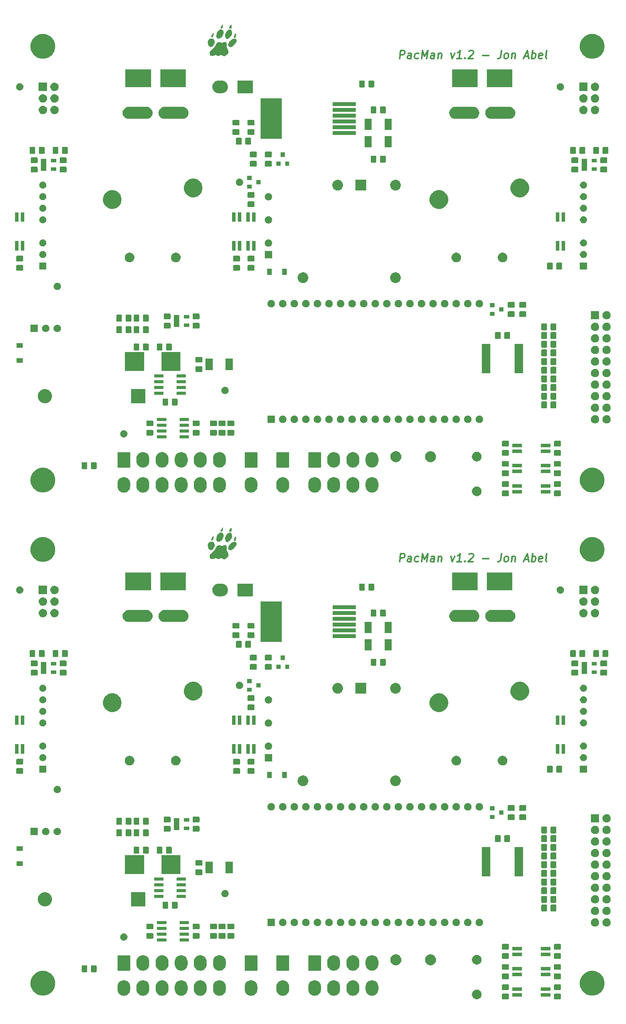
<source format=gbr>
*
%LPD*%
%LNPacMan-F_Mask*%
%FSLAX25Y25*%
%MOIN*%
%AD*%
%AD*%
%ADD10C,0.003937008*%
%ADD40C,0.000393701*%
%ADD43C,0.011811024*%
G54D43*
%SRX1Y1I0.0J0.0*%
G1X335979Y391883D2*
G1X336840Y398773D1*
G1X339465Y398773D1*
G1X340080Y398445D1*
G1X340367Y398117D1*
G1X340613Y397461D1*
G1X340490Y396476D1*
G1X340080Y395820D1*
G1X339711Y395492D1*
G1X339014Y395164D1*
G1X336389Y395164D1*
G1X345821Y391883D2*
G1X346273Y395492D1*
G1X346026Y396148D1*
G1X345411Y396476D1*
G1X344099Y396476D1*
G1X343402Y396148D1*
G1X345862Y392211D2*
G1X345165Y391883D1*
G1X343525Y391883D1*
G1X342910Y392211D1*
G1X342664Y392867D1*
G1X342746Y393524D1*
G1X343156Y394180D1*
G1X343853Y394508D1*
G1X345493Y394508D1*
G1X346191Y394836D1*
G1X352096Y392211D2*
G1X351399Y391883D1*
G1X350087Y391883D1*
G1X349471Y392211D1*
G1X349184Y392539D1*
G1X348938Y393196D1*
G1X349184Y395164D1*
G1X349594Y395820D1*
G1X349964Y396148D1*
G1X350661Y396476D1*
G1X351973Y396476D1*
G1X352588Y396148D1*
G1X355008Y391883D2*
G1X355869Y398773D1*
G1X357550Y393852D1*
G1X360462Y398773D1*
G1X359601Y391883D1*
G1X365835Y391883D2*
G1X366286Y395492D1*
G1X366040Y396148D1*
G1X365424Y396476D1*
G1X364112Y396476D1*
G1X363415Y396148D1*
G1X365876Y392211D2*
G1X365178Y391883D1*
G1X363538Y391883D1*
G1X362923Y392211D1*
G1X362677Y392867D1*
G1X362759Y393524D1*
G1X363169Y394180D1*
G1X363866Y394508D1*
G1X365506Y394508D1*
G1X366204Y394836D1*
G1X369690Y396476D2*
G1X369115Y391883D1*
G1X369608Y395820D2*
G1X369977Y396148D1*
G1X370674Y396476D1*
G1X371658Y396476D1*
G1X372273Y396148D1*
G1X372519Y395492D1*
G1X372068Y391883D1*
G1X380516Y396476D2*
G1X381583Y391883D1*
G1X383797Y396476D1*
G1X389457Y391883D2*
G1X385520Y391883D1*
G1X387488Y391883D2*
G1X388349Y398773D1*
G1X387570Y397789D1*
G1X386832Y397133D1*
G1X386135Y396804D1*
G1X392491Y392539D2*
G1X392778Y392211D1*
G1X392409Y391883D1*
G1X392122Y392211D1*
G1X392491Y392539D1*
G1X392409Y391883D1*
G1X396141Y398117D2*
G1X396510Y398445D1*
G1X397208Y398773D1*
G1X398848Y398773D1*
G1X399463Y398445D1*
G1X399750Y398117D1*
G1X399996Y397461D1*
G1X399914Y396804D1*
G1X399463Y395820D1*
G1X395034Y391883D1*
G1X399299Y391883D1*
G1X407829Y394508D2*
G1X413079Y394508D1*
G1X424110Y398773D2*
G1X423495Y393852D1*
G1X423044Y392867D1*
G1X422306Y392211D1*
G1X421281Y391883D1*
G1X420625Y391883D1*
G1X427514Y391883D2*
G1X426899Y392211D1*
G1X426612Y392539D1*
G1X426366Y393196D1*
G1X426612Y395164D1*
G1X427022Y395820D1*
G1X427391Y396148D1*
G1X428089Y396476D1*
G1X429073Y396476D1*
G1X429688Y396148D1*
G1X429975Y395820D1*
G1X430221Y395164D1*
G1X429975Y393196D1*
G1X429565Y392539D1*
G1X429196Y392211D1*
G1X428499Y391883D1*
G1X427514Y391883D1*
G1X433338Y396476D2*
G1X432764Y391883D1*
G1X433256Y395820D2*
G1X433625Y396148D1*
G1X434322Y396476D1*
G1X435306Y396476D1*
G1X435921Y396148D1*
G1X436168Y395492D1*
G1X435716Y391883D1*
G1X444165Y393852D2*
G1X447445Y393852D1*
G1X443262Y391883D2*
G1X446420Y398773D1*
G1X447856Y391883D1*
G1X450152Y391883D2*
G1X451013Y398773D1*
G1X450685Y396148D2*
G1X451382Y396476D1*
G1X452695Y396476D1*
G1X453310Y396148D1*
G1X453597Y395820D1*
G1X453843Y395164D1*
G1X453597Y393196D1*
G1X453187Y392539D1*
G1X452818Y392211D1*
G1X452121Y391883D1*
G1X450808Y391883D1*
G1X450193Y392211D1*
G1X459051Y392211D2*
G1X458354Y391883D1*
G1X457042Y391883D1*
G1X456427Y392211D1*
G1X456181Y392867D1*
G1X456509Y395492D1*
G1X456919Y396148D1*
G1X457616Y396476D1*
G1X458928Y396476D1*
G1X459544Y396148D1*
G1X459790Y395492D1*
G1X459708Y394836D1*
G1X456345Y394180D1*
G1X463276Y391883D2*
G1X462660Y392211D1*
G1X462414Y392867D1*
G1X463152Y398773D1*
G54D40*
G36*
G1X181168Y418560D2*
G1X181311Y418302D1*
G1X181917Y418227D1*
G1X182079Y418256D1*
G1X182464Y418467D1*
G1X182660Y418989D1*
G1X182752Y420000D1*
G1X182837Y421667D1*
G1X182004Y420333D1*
G1X181758Y419922D1*
G1X181336Y419090D1*
G1X181168Y418560D1*
G37*
G1X182752Y420000D2*
G1X182660Y418989D1*
G1X182464Y418467D1*
G1X182079Y418256D1*
G1X181917Y418227D1*
G1X181311Y418302D1*
G1X181168Y418560D1*
G1X181336Y419090D1*
G1X181758Y419922D1*
G1X182004Y420333D1*
G1X182837Y421667D1*
G1X182752Y420000D1*
G36*
G1X188499Y418333D2*
G1X189249Y418147D1*
G1X189424Y418115D1*
G1X189989Y418281D1*
G1X190324Y418972D1*
G1X190467Y420250D1*
G1X190423Y420896D1*
G1X190184Y421117D1*
G1X189767Y420731D1*
G1X189201Y419750D1*
G1X188499Y418333D1*
G37*
G1X190423Y420896D2*
G1X190467Y420250D1*
G1X190324Y418972D1*
G1X189989Y418281D1*
G1X189424Y418115D1*
G1X189249Y418147D1*
G1X188499Y418333D1*
G1X189201Y419750D1*
G1X189767Y420731D1*
G1X190184Y421117D1*
G1X190423Y420896D1*
G36*
G1X192617Y410672D2*
G1X192689Y410262D1*
G1X193267Y410167D1*
G1X193677Y410211D1*
G1X194059Y410542D1*
G1X194272Y411353D1*
G1X194283Y411423D1*
G1X194331Y412430D1*
G1X194208Y413231D1*
G1X194181Y413303D1*
G1X193994Y413641D1*
G1X193782Y413493D1*
G1X193430Y412795D1*
G1X193395Y412720D1*
G1X192978Y411737D1*
G1X192681Y410917D1*
G1X192617Y410672D1*
G37*
G1X194181Y413303D2*
G1X194208Y413231D1*
G1X194331Y412430D1*
G1X194283Y411423D1*
G1X194272Y411353D1*
G1X194059Y410542D1*
G1X193677Y410211D1*
G1X193267Y410167D1*
G1X192689Y410262D1*
G1X192617Y410672D1*
G1X192681Y410917D1*
G1X192978Y411737D1*
G1X193395Y412720D1*
G1X193430Y412795D1*
G1X193782Y413493D1*
G1X193994Y413641D1*
G1X194181Y413303D1*
G36*
G1X173006Y410748D2*
G1X173403Y410426D1*
G1X173755Y410458D1*
G1X174286Y410959D1*
G1X174664Y411907D1*
G1X174818Y413161D1*
G1X174833Y414321D1*
G1X174047Y413161D1*
G1X173666Y412574D1*
G1X173092Y411456D1*
G1X173006Y410748D1*
G37*
G1X174818Y413161D2*
G1X174664Y411907D1*
G1X174286Y410959D1*
G1X173755Y410458D1*
G1X173403Y410426D1*
G1X173006Y410748D1*
G1X173092Y411456D1*
G1X173666Y412574D1*
G1X174047Y413161D1*
G1X174833Y414321D1*
G1X174818Y413161D1*
G36*
G1X177493Y411459D2*
G1X177845Y410145D1*
G1X177896Y410057D1*
G1X178575Y409544D1*
G1X179541Y409478D1*
G1X180629Y409837D1*
G1X181670Y410603D1*
G1X182299Y411382D1*
G1X182999Y412742D1*
G1X183378Y414161D1*
G1X183350Y415387D1*
G1X183208Y415803D1*
G1X182657Y416661D1*
G1X181948Y417204D1*
G1X181258Y417272D1*
G1X180381Y416838D1*
G1X179166Y415790D1*
G1X178229Y414440D1*
G1X177646Y412943D1*
G1X177493Y411459D1*
G37*
G1X181948Y417204D2*
G1X182657Y416661D1*
G1X183208Y415803D1*
G1X183350Y415387D1*
G1X183378Y414161D1*
G1X182999Y412742D1*
G1X182299Y411382D1*
G1X181670Y410603D1*
G1X180629Y409837D1*
G1X179541Y409478D1*
G1X178575Y409544D1*
G1X177896Y410057D1*
G1X177845Y410145D1*
G1X177493Y411459D1*
G1X177646Y412943D1*
G1X178229Y414440D1*
G1X179166Y415790D1*
G1X180381Y416838D1*
G1X181258Y417272D1*
G1X181948Y417204D1*
G36*
G1X185116Y411622D2*
G1X185317Y410475D1*
G1X185908Y409686D1*
G1X186482Y409343D1*
G1X186991Y409168D1*
G1X187606Y409332D1*
G1X188536Y409946D1*
G1X189437Y410859D1*
G1X190121Y411906D1*
G1X190649Y413357D1*
G1X190807Y414744D1*
G1X190602Y415885D1*
G1X190088Y416698D1*
G1X189319Y417100D1*
G1X188349Y417007D1*
G1X187232Y416337D1*
G1X186534Y415614D1*
G1X185756Y414350D1*
G1X185273Y412966D1*
G1X185116Y411622D1*
G37*
G1X190088Y416698D2*
G1X190602Y415885D1*
G1X190807Y414744D1*
G1X190649Y413357D1*
G1X190121Y411906D1*
G1X189437Y410859D1*
G1X188536Y409946D1*
G1X187606Y409332D1*
G1X186991Y409168D1*
G1X186482Y409343D1*
G1X185908Y409686D1*
G1X185317Y410475D1*
G1X185116Y411622D1*
G1X185273Y412966D1*
G1X185756Y414350D1*
G1X186534Y415614D1*
G1X187232Y416337D1*
G1X188349Y417007D1*
G1X189319Y417100D1*
G1X190088Y416698D1*
G36*
G1X187891Y404015D2*
G1X187943Y403290D1*
G1X188357Y402690D1*
G1X189002Y402283D1*
G1X190100Y402260D1*
G1X191441Y402845D1*
G1X191761Y403050D1*
G1X192990Y404071D1*
G1X193913Y405210D1*
G1X194504Y406367D1*
G1X194737Y407442D1*
G1X194588Y408333D1*
G1X194030Y408942D1*
G1X193038Y409167D1*
G1X191915Y408929D1*
G1X190615Y408191D1*
G1X189431Y407088D1*
G1X188544Y405758D1*
G1X188212Y405030D1*
G1X187891Y404015D1*
G37*
G1X194030Y408942D2*
G1X194588Y408333D1*
G1X194737Y407442D1*
G1X194504Y406367D1*
G1X193913Y405210D1*
G1X192990Y404071D1*
G1X191761Y403050D1*
G1X191441Y402845D1*
G1X190100Y402260D1*
G1X189002Y402283D1*
G1X188357Y402690D1*
G1X187943Y403290D1*
G1X187891Y404015D1*
G1X188212Y405030D1*
G1X188544Y405758D1*
G1X189431Y407088D1*
G1X190615Y408191D1*
G1X191915Y408929D1*
G1X193038Y409167D1*
G1X194030Y408942D1*
G36*
G1X170167Y405889D2*
G1X170339Y404479D1*
G1X170944Y403245D1*
G1X171952Y402500D1*
G1X172520Y402349D1*
G1X173656Y402531D1*
G1X174748Y403376D1*
G1X175260Y404085D1*
G1X175711Y405339D1*
G1X175747Y406622D1*
G1X175415Y407799D1*
G1X174761Y408737D1*
G1X173831Y409302D1*
G1X172672Y409360D1*
G1X172307Y409268D1*
G1X171156Y408586D1*
G1X170423Y407433D1*
G1X170167Y405889D1*
G37*
G1X173831Y409302D2*
G1X174761Y408737D1*
G1X175415Y407799D1*
G1X175747Y406622D1*
G1X175711Y405339D1*
G1X175260Y404085D1*
G1X174748Y403376D1*
G1X173656Y402531D1*
G1X172520Y402349D1*
G1X171952Y402500D1*
G1X170944Y403245D1*
G1X170339Y404479D1*
G1X170167Y405889D1*
G1X170423Y407433D1*
G1X171156Y408586D1*
G1X172307Y409268D1*
G1X172672Y409360D1*
G1X173831Y409302D1*
G36*
G1X171642Y396357D2*
G1X171978Y395321D1*
G1X172238Y394998D1*
G1X173042Y394564D1*
G1X174184Y394582D1*
G1X175744Y395047D1*
G1X176166Y395205D1*
G1X176896Y395416D1*
G1X177353Y395363D1*
G1X177781Y395047D1*
G1X178499Y394594D1*
G1X179318Y394578D1*
G1X180426Y395013D1*
G1X180640Y395118D1*
G1X181283Y395339D1*
G1X181872Y395256D1*
G1X182719Y394848D1*
G1X182863Y394773D1*
G1X183989Y394379D1*
G1X185011Y394496D1*
G1X186167Y395143D1*
G1X186189Y395159D1*
G1X187246Y396265D1*
G1X187702Y397593D1*
G1X187546Y399061D1*
G1X186770Y400586D1*
G1X186364Y401265D1*
G1X186100Y402203D1*
G1X186067Y403486D1*
G1X186066Y404209D1*
G1X185966Y405177D1*
G1X185776Y405736D1*
G1X185774Y405738D1*
G1X185090Y406098D1*
G1X184106Y406119D1*
G1X183097Y405796D1*
G1X182922Y405714D1*
G1X182163Y405606D1*
G1X181102Y405855D1*
G1X179802Y406118D1*
G1X178764Y405900D1*
G1X177869Y405139D1*
G1X177000Y403778D1*
G1X176300Y402683D1*
G1X175236Y401350D1*
G1X174105Y400186D1*
G1X172811Y398872D1*
G1X171917Y397534D1*
G1X171642Y396357D1*
G37*
G1X185090Y406098D2*
G1X185774Y405738D1*
G1X185776Y405736D1*
G1X185966Y405177D1*
G1X186066Y404209D1*
G1X186067Y403486D1*
G1X186100Y402203D1*
G1X186364Y401265D1*
G1X186770Y400586D1*
G1X187546Y399061D1*
G1X187702Y397593D1*
G1X187246Y396265D1*
G1X186189Y395159D1*
G1X186167Y395143D1*
G1X185011Y394496D1*
G1X183989Y394379D1*
G1X182863Y394773D1*
G1X182719Y394848D1*
G1X181872Y395256D1*
G1X181283Y395339D1*
G1X180640Y395118D1*
G1X180426Y395013D1*
G1X179318Y394578D1*
G1X178499Y394594D1*
G1X177781Y395047D1*
G1X177353Y395363D1*
G1X176896Y395416D1*
G1X176166Y395205D1*
G1X175744Y395047D1*
G1X174184Y394582D1*
G1X173042Y394564D1*
G1X172238Y394998D1*
G1X171978Y395321D1*
G1X171642Y396357D1*
G1X171917Y397534D1*
G1X172811Y398872D1*
G1X174105Y400186D1*
G1X175236Y401350D1*
G1X176300Y402683D1*
G1X177000Y403778D1*
G1X177869Y405139D1*
G1X178764Y405900D1*
G1X179802Y406118D1*
G1X181101Y405855D1*
G1X181102Y405855D1*
G1X182163Y405606D1*
G1X182922Y405714D1*
G1X183097Y405796D1*
G1X184106Y406119D1*
G1X185090Y406098D1*
G54D10*
G36*
G1X469543Y14318D2*
G1X469561Y14139D1*
G1X469606Y13991D1*
G1X469679Y13854D1*
G1X469777Y13734D1*
G1X469897Y13636D1*
G1X470034Y13563D1*
G1X470182Y13518D1*
G1X470361Y13500D1*
G1X474639Y13500D1*
G1X474818Y13518D1*
G1X474966Y13563D1*
G1X475103Y13636D1*
G1X475223Y13734D1*
G1X475321Y13854D1*
G1X475394Y13991D1*
G1X475439Y14139D1*
G1X475457Y14318D1*
G1X475457Y17612D1*
G1X475439Y17790D1*
G1X475394Y17938D1*
G1X475321Y18075D1*
G1X475223Y18195D1*
G1X475103Y18293D1*
G1X474966Y18367D1*
G1X474818Y18412D1*
G1X474639Y18429D1*
G1X470361Y18429D1*
G1X470182Y18412D1*
G1X470034Y18367D1*
G1X469897Y18293D1*
G1X469777Y18195D1*
G1X469679Y18075D1*
G1X469606Y17938D1*
G1X469561Y17790D1*
G1X469543Y17612D1*
G1X469543Y14318D1*
G37*
G36*
G1X424543Y14318D2*
G1X424561Y14139D1*
G1X424606Y13991D1*
G1X424679Y13854D1*
G1X424777Y13734D1*
G1X424897Y13636D1*
G1X425034Y13563D1*
G1X425182Y13518D1*
G1X425361Y13500D1*
G1X429639Y13500D1*
G1X429818Y13518D1*
G1X429966Y13563D1*
G1X430103Y13636D1*
G1X430223Y13734D1*
G1X430321Y13854D1*
G1X430394Y13991D1*
G1X430439Y14139D1*
G1X430457Y14318D1*
G1X430457Y17612D1*
G1X430439Y17790D1*
G1X430394Y17938D1*
G1X430321Y18075D1*
G1X430223Y18195D1*
G1X430103Y18293D1*
G1X429966Y18367D1*
G1X429818Y18412D1*
G1X429639Y18429D1*
G1X425361Y18429D1*
G1X425182Y18412D1*
G1X425034Y18367D1*
G1X424897Y18293D1*
G1X424777Y18195D1*
G1X424679Y18075D1*
G1X424606Y17938D1*
G1X424561Y17790D1*
G1X424543Y17612D1*
G1X424543Y14318D1*
G37*
G36*
G1X398612Y17342D2*
G1X398771Y16543D1*
G1X399083Y15790D1*
G1X399536Y15112D1*
G1X400112Y14536D1*
G1X400790Y14083D1*
G1X401543Y13771D1*
G1X402342Y13612D1*
G1X403158Y13612D1*
G1X403957Y13771D1*
G1X404710Y14083D1*
G1X405388Y14536D1*
G1X405964Y15112D1*
G1X406417Y15790D1*
G1X406729Y16543D1*
G1X406888Y17342D1*
G1X406888Y18158D1*
G1X406729Y18957D1*
G1X406417Y19710D1*
G1X405964Y20388D1*
G1X405388Y20964D1*
G1X404710Y21417D1*
G1X403957Y21729D1*
G1X403158Y21888D1*
G1X402342Y21888D1*
G1X401543Y21729D1*
G1X400790Y21417D1*
G1X400112Y20964D1*
G1X399536Y20388D1*
G1X399083Y19710D1*
G1X398771Y18957D1*
G1X398612Y18158D1*
G1X398612Y17342D1*
G37*
G36*
G1X458264Y18961D2*
G1X458264Y16039D1*
G1X466539Y16039D1*
G1X466539Y18961D1*
G1X458264Y18961D1*
G37*
G36*
G1X433461Y18961D2*
G1X433461Y16039D1*
G1X441736Y16039D1*
G1X441736Y18961D1*
G1X433461Y18961D1*
G37*
G36*
G1X158126Y21894D2*
G1X158206Y21084D1*
G1X158521Y20044D1*
G1X159033Y19086D1*
G1X159723Y18246D1*
G1X160563Y17557D1*
G1X161521Y17045D1*
G1X162560Y16729D1*
G1X163642Y16623D1*
G1X164723Y16729D1*
G1X165763Y17045D1*
G1X166721Y17557D1*
G1X167561Y18246D1*
G1X168250Y19086D1*
G1X168762Y20044D1*
G1X169078Y21084D1*
G1X169157Y21894D1*
G1X169157Y24799D1*
G1X169078Y25609D1*
G1X168762Y26649D1*
G1X168250Y27607D1*
G1X167561Y28447D1*
G1X166721Y29136D1*
G1X165763Y29648D1*
G1X164723Y29964D1*
G1X163642Y30070D1*
G1X162560Y29964D1*
G1X161521Y29648D1*
G1X160563Y29136D1*
G1X159723Y28447D1*
G1X159033Y27607D1*
G1X158521Y26649D1*
G1X158206Y25609D1*
G1X158126Y24799D1*
G1X158126Y21894D1*
G37*
G36*
G1X256984Y21894D2*
G1X257064Y21084D1*
G1X257379Y20044D1*
G1X257892Y19086D1*
G1X258581Y18246D1*
G1X259421Y17557D1*
G1X260379Y17045D1*
G1X261419Y16729D1*
G1X262500Y16623D1*
G1X263581Y16729D1*
G1X264621Y17045D1*
G1X265579Y17557D1*
G1X266419Y18246D1*
G1X267108Y19086D1*
G1X267621Y20044D1*
G1X267936Y21084D1*
G1X268016Y21894D1*
G1X268016Y24799D1*
G1X267936Y25609D1*
G1X267621Y26649D1*
G1X267108Y27607D1*
G1X266419Y28447D1*
G1X265579Y29136D1*
G1X264621Y29648D1*
G1X263581Y29964D1*
G1X262500Y30070D1*
G1X261419Y29964D1*
G1X260379Y29648D1*
G1X259421Y29136D1*
G1X258581Y28447D1*
G1X257892Y27607D1*
G1X257379Y26649D1*
G1X257064Y25609D1*
G1X256984Y24799D1*
G1X256984Y21894D1*
G37*
G36*
G1X174661Y21894D2*
G1X174741Y21084D1*
G1X175057Y20044D1*
G1X175569Y19086D1*
G1X176258Y18246D1*
G1X177098Y17557D1*
G1X178056Y17045D1*
G1X179096Y16729D1*
G1X180177Y16623D1*
G1X181258Y16729D1*
G1X182298Y17045D1*
G1X183256Y17557D1*
G1X184096Y18246D1*
G1X184786Y19086D1*
G1X185298Y20044D1*
G1X185613Y21084D1*
G1X185693Y21894D1*
G1X185693Y24799D1*
G1X185613Y25609D1*
G1X185298Y26649D1*
G1X184786Y27607D1*
G1X184096Y28447D1*
G1X183256Y29136D1*
G1X182298Y29648D1*
G1X181258Y29964D1*
G1X180177Y30070D1*
G1X179096Y29964D1*
G1X178056Y29648D1*
G1X177098Y29136D1*
G1X176258Y28447D1*
G1X175569Y27607D1*
G1X175057Y26649D1*
G1X174741Y25609D1*
G1X174661Y24799D1*
G1X174661Y21894D1*
G37*
G36*
G1X141591Y21894D2*
G1X141670Y21084D1*
G1X141986Y20044D1*
G1X142498Y19086D1*
G1X143187Y18246D1*
G1X144027Y17557D1*
G1X144985Y17045D1*
G1X146025Y16729D1*
G1X147106Y16623D1*
G1X148188Y16729D1*
G1X149227Y17045D1*
G1X150186Y17557D1*
G1X151025Y18246D1*
G1X151715Y19086D1*
G1X152227Y20044D1*
G1X152542Y21084D1*
G1X152622Y21894D1*
G1X152622Y24799D1*
G1X152542Y25609D1*
G1X152227Y26649D1*
G1X151715Y27607D1*
G1X151025Y28447D1*
G1X150186Y29136D1*
G1X149227Y29648D1*
G1X148188Y29964D1*
G1X147106Y30070D1*
G1X146025Y29964D1*
G1X144985Y29648D1*
G1X144027Y29136D1*
G1X143187Y28447D1*
G1X142498Y27607D1*
G1X141986Y26649D1*
G1X141670Y25609D1*
G1X141591Y24799D1*
G1X141591Y21894D1*
G37*
G36*
G1X125055Y21894D2*
G1X125135Y21084D1*
G1X125450Y20044D1*
G1X125963Y19086D1*
G1X126652Y18246D1*
G1X127492Y17557D1*
G1X128450Y17045D1*
G1X129490Y16729D1*
G1X130571Y16623D1*
G1X131652Y16729D1*
G1X132692Y17045D1*
G1X133650Y17557D1*
G1X134490Y18246D1*
G1X135179Y19086D1*
G1X135691Y20044D1*
G1X136007Y21084D1*
G1X136087Y21894D1*
G1X136087Y24799D1*
G1X136007Y25609D1*
G1X135691Y26649D1*
G1X135179Y27607D1*
G1X134490Y28447D1*
G1X133650Y29136D1*
G1X132692Y29648D1*
G1X131652Y29964D1*
G1X130571Y30070D1*
G1X129490Y29964D1*
G1X128450Y29648D1*
G1X127492Y29136D1*
G1X126652Y28447D1*
G1X125962Y27607D1*
G1X125450Y26649D1*
G1X125135Y25609D1*
G1X125055Y24799D1*
G1X125055Y21894D1*
G37*
G36*
G1X108520Y21894D2*
G1X108599Y21084D1*
G1X108915Y20044D1*
G1X109427Y19086D1*
G1X110116Y18246D1*
G1X110956Y17557D1*
G1X111914Y17045D1*
G1X112954Y16729D1*
G1X114035Y16623D1*
G1X115117Y16729D1*
G1X116156Y17045D1*
G1X117115Y17557D1*
G1X117955Y18246D1*
G1X118644Y19086D1*
G1X119156Y20044D1*
G1X119471Y21084D1*
G1X119551Y21894D1*
G1X119551Y24799D1*
G1X119471Y25609D1*
G1X119156Y26649D1*
G1X118644Y27607D1*
G1X117955Y28447D1*
G1X117115Y29136D1*
G1X116156Y29648D1*
G1X115117Y29964D1*
G1X114035Y30070D1*
G1X112954Y29964D1*
G1X111914Y29648D1*
G1X110956Y29136D1*
G1X110116Y28447D1*
G1X109427Y27607D1*
G1X108915Y26649D1*
G1X108599Y25609D1*
G1X108520Y24799D1*
G1X108520Y21894D1*
G37*
G36*
G1X91984Y21894D2*
G1X92064Y21084D1*
G1X92379Y20044D1*
G1X92892Y19086D1*
G1X93581Y18246D1*
G1X94421Y17557D1*
G1X95379Y17045D1*
G1X96419Y16729D1*
G1X97500Y16623D1*
G1X98581Y16729D1*
G1X99621Y17045D1*
G1X100579Y17557D1*
G1X101419Y18246D1*
G1X102108Y19086D1*
G1X102621Y20044D1*
G1X102936Y21084D1*
G1X103016Y21894D1*
G1X103016Y24799D1*
G1X102936Y25609D1*
G1X102621Y26649D1*
G1X102108Y27607D1*
G1X101419Y28447D1*
G1X100579Y29136D1*
G1X99621Y29648D1*
G1X98581Y29964D1*
G1X97500Y30070D1*
G1X96419Y29964D1*
G1X95379Y29648D1*
G1X94421Y29136D1*
G1X93581Y28447D1*
G1X92892Y27607D1*
G1X92379Y26649D1*
G1X92064Y25609D1*
G1X91984Y24799D1*
G1X91984Y21894D1*
G37*
G36*
G1X290055Y21894D2*
G1X290135Y21084D1*
G1X290450Y20044D1*
G1X290963Y19086D1*
G1X291652Y18246D1*
G1X292492Y17557D1*
G1X293450Y17045D1*
G1X294490Y16729D1*
G1X295571Y16623D1*
G1X296652Y16729D1*
G1X297692Y17045D1*
G1X298650Y17557D1*
G1X299490Y18246D1*
G1X300179Y19086D1*
G1X300691Y20044D1*
G1X301007Y21084D1*
G1X301087Y21894D1*
G1X301087Y24799D1*
G1X301007Y25609D1*
G1X300691Y26649D1*
G1X300179Y27607D1*
G1X299490Y28447D1*
G1X298650Y29136D1*
G1X297692Y29648D1*
G1X296652Y29964D1*
G1X295571Y30070D1*
G1X294490Y29964D1*
G1X293450Y29648D1*
G1X292492Y29136D1*
G1X291652Y28447D1*
G1X290962Y27607D1*
G1X290450Y26649D1*
G1X290135Y25609D1*
G1X290055Y24799D1*
G1X290055Y21894D1*
G37*
G36*
G1X201984Y21894D2*
G1X202064Y21084D1*
G1X202379Y20044D1*
G1X202892Y19086D1*
G1X203581Y18246D1*
G1X204421Y17557D1*
G1X205379Y17045D1*
G1X206419Y16729D1*
G1X207500Y16623D1*
G1X208581Y16729D1*
G1X209621Y17045D1*
G1X210579Y17557D1*
G1X211419Y18246D1*
G1X212108Y19086D1*
G1X212621Y20044D1*
G1X212936Y21084D1*
G1X213016Y21894D1*
G1X213016Y24799D1*
G1X212936Y25609D1*
G1X212621Y26649D1*
G1X212108Y27607D1*
G1X211419Y28447D1*
G1X210579Y29136D1*
G1X209621Y29648D1*
G1X208581Y29964D1*
G1X207500Y30070D1*
G1X206419Y29964D1*
G1X205379Y29648D1*
G1X204421Y29136D1*
G1X203581Y28447D1*
G1X202892Y27607D1*
G1X202379Y26649D1*
G1X202064Y25609D1*
G1X201984Y24799D1*
G1X201984Y21894D1*
G37*
G36*
G1X229484Y21894D2*
G1X229564Y21084D1*
G1X229879Y20044D1*
G1X230392Y19086D1*
G1X231081Y18246D1*
G1X231921Y17557D1*
G1X232879Y17045D1*
G1X233919Y16729D1*
G1X235000Y16623D1*
G1X236081Y16729D1*
G1X237121Y17045D1*
G1X238079Y17557D1*
G1X238919Y18246D1*
G1X239608Y19086D1*
G1X240121Y20044D1*
G1X240436Y21084D1*
G1X240516Y21894D1*
G1X240516Y24799D1*
G1X240436Y25609D1*
G1X240121Y26649D1*
G1X239608Y27607D1*
G1X238919Y28447D1*
G1X238079Y29136D1*
G1X237121Y29648D1*
G1X236081Y29964D1*
G1X235000Y30070D1*
G1X233919Y29964D1*
G1X232879Y29648D1*
G1X231921Y29136D1*
G1X231081Y28447D1*
G1X230392Y27607D1*
G1X229879Y26649D1*
G1X229564Y25609D1*
G1X229484Y24799D1*
G1X229484Y21894D1*
G37*
G36*
G1X273520Y21894D2*
G1X273599Y21084D1*
G1X273915Y20044D1*
G1X274427Y19086D1*
G1X275116Y18246D1*
G1X275956Y17557D1*
G1X276914Y17045D1*
G1X277954Y16729D1*
G1X279035Y16623D1*
G1X280117Y16729D1*
G1X281156Y17045D1*
G1X282115Y17557D1*
G1X282955Y18246D1*
G1X283644Y19086D1*
G1X284156Y20044D1*
G1X284471Y21084D1*
G1X284551Y21894D1*
G1X284551Y24799D1*
G1X284471Y25609D1*
G1X284156Y26649D1*
G1X283644Y27607D1*
G1X282955Y28447D1*
G1X282115Y29136D1*
G1X281156Y29648D1*
G1X280117Y29964D1*
G1X279035Y30070D1*
G1X277954Y29964D1*
G1X276914Y29648D1*
G1X275956Y29136D1*
G1X275116Y28447D1*
G1X274427Y27607D1*
G1X273915Y26649D1*
G1X273599Y25609D1*
G1X273520Y24799D1*
G1X273520Y21894D1*
G37*
G36*
G1X306591Y21894D2*
G1X306670Y21084D1*
G1X306986Y20044D1*
G1X307498Y19086D1*
G1X308187Y18246D1*
G1X309027Y17557D1*
G1X309985Y17045D1*
G1X311025Y16729D1*
G1X312106Y16623D1*
G1X313188Y16729D1*
G1X314227Y17045D1*
G1X315186Y17557D1*
G1X316025Y18246D1*
G1X316715Y19086D1*
G1X317227Y20044D1*
G1X317542Y21084D1*
G1X317622Y21894D1*
G1X317622Y24799D1*
G1X317542Y25609D1*
G1X317227Y26649D1*
G1X316715Y27607D1*
G1X316025Y28447D1*
G1X315186Y29136D1*
G1X314227Y29648D1*
G1X313188Y29964D1*
G1X312106Y30070D1*
G1X311025Y29964D1*
G1X309985Y29648D1*
G1X309027Y29136D1*
G1X308187Y28447D1*
G1X307498Y27607D1*
G1X306986Y26649D1*
G1X306670Y25609D1*
G1X306591Y24799D1*
G1X306591Y21894D1*
G37*
G36*
G1X491799Y26446D2*
G1X492210Y24379D1*
G1X493017Y22431D1*
G1X494188Y20679D1*
G1X495679Y19188D1*
G1X497431Y18017D1*
G1X499379Y17210D1*
G1X501446Y16799D1*
G1X503554Y16799D1*
G1X505621Y17210D1*
G1X507569Y18017D1*
G1X509321Y19188D1*
G1X510812Y20679D1*
G1X511983Y22431D1*
G1X512790Y24379D1*
G1X513201Y26446D1*
G1X513201Y28554D1*
G1X512790Y30621D1*
G1X511983Y32569D1*
G1X510812Y34321D1*
G1X509321Y35812D1*
G1X507569Y36983D1*
G1X505621Y37790D1*
G1X503554Y38201D1*
G1X501446Y38201D1*
G1X499379Y37790D1*
G1X497431Y36983D1*
G1X495679Y35812D1*
G1X494188Y34321D1*
G1X493017Y32569D1*
G1X492210Y30621D1*
G1X491799Y28554D1*
G1X491799Y26446D1*
G37*
G36*
G1X16799Y26446D2*
G1X17210Y24379D1*
G1X18017Y22431D1*
G1X19188Y20679D1*
G1X20679Y19188D1*
G1X22431Y18017D1*
G1X24379Y17210D1*
G1X26446Y16799D1*
G1X28554Y16799D1*
G1X30621Y17210D1*
G1X32569Y18017D1*
G1X34321Y19188D1*
G1X35812Y20679D1*
G1X36983Y22431D1*
G1X37790Y24379D1*
G1X38201Y26446D1*
G1X38201Y28554D1*
G1X37790Y30621D1*
G1X36983Y32569D1*
G1X35812Y34321D1*
G1X34321Y35812D1*
G1X32569Y36983D1*
G1X30621Y37790D1*
G1X28554Y38201D1*
G1X26446Y38201D1*
G1X24379Y37790D1*
G1X22431Y36983D1*
G1X20679Y35812D1*
G1X19188Y34321D1*
G1X18017Y32569D1*
G1X17210Y30621D1*
G1X16799Y28554D1*
G1X16799Y26446D1*
G37*
G36*
G1X433461Y23961D2*
G1X433461Y21039D1*
G1X441736Y21039D1*
G1X441736Y23961D1*
G1X433461Y23961D1*
G37*
G36*
G1X458264Y23961D2*
G1X458264Y21039D1*
G1X466539Y21039D1*
G1X466539Y23961D1*
G1X458264Y23961D1*
G37*
G36*
G1X424543Y22388D2*
G1X424561Y22210D1*
G1X424606Y22062D1*
G1X424679Y21925D1*
G1X424777Y21805D1*
G1X424897Y21707D1*
G1X425034Y21633D1*
G1X425182Y21588D1*
G1X425361Y21571D1*
G1X429639Y21571D1*
G1X429818Y21588D1*
G1X429966Y21633D1*
G1X430103Y21707D1*
G1X430223Y21805D1*
G1X430321Y21925D1*
G1X430394Y22062D1*
G1X430439Y22210D1*
G1X430457Y22388D1*
G1X430457Y25682D1*
G1X430439Y25861D1*
G1X430394Y26009D1*
G1X430321Y26146D1*
G1X430223Y26266D1*
G1X430103Y26364D1*
G1X429966Y26437D1*
G1X429818Y26482D1*
G1X429639Y26500D1*
G1X425361Y26500D1*
G1X425182Y26482D1*
G1X425034Y26437D1*
G1X424897Y26364D1*
G1X424777Y26266D1*
G1X424679Y26146D1*
G1X424606Y26009D1*
G1X424561Y25861D1*
G1X424543Y25682D1*
G1X424543Y22388D1*
G37*
G36*
G1X469543Y22388D2*
G1X469561Y22210D1*
G1X469606Y22062D1*
G1X469679Y21925D1*
G1X469777Y21805D1*
G1X469897Y21707D1*
G1X470034Y21633D1*
G1X470182Y21588D1*
G1X470361Y21571D1*
G1X474639Y21571D1*
G1X474818Y21588D1*
G1X474966Y21633D1*
G1X475103Y21707D1*
G1X475223Y21805D1*
G1X475321Y21925D1*
G1X475394Y22062D1*
G1X475439Y22210D1*
G1X475457Y22388D1*
G1X475457Y25682D1*
G1X475439Y25861D1*
G1X475394Y26009D1*
G1X475321Y26146D1*
G1X475223Y26266D1*
G1X475103Y26364D1*
G1X474966Y26437D1*
G1X474818Y26482D1*
G1X474639Y26500D1*
G1X470361Y26500D1*
G1X470182Y26482D1*
G1X470034Y26437D1*
G1X469897Y26364D1*
G1X469777Y26266D1*
G1X469679Y26146D1*
G1X469606Y26009D1*
G1X469561Y25861D1*
G1X469543Y25682D1*
G1X469543Y22388D1*
G37*
G36*
G1X469543Y31818D2*
G1X469561Y31639D1*
G1X469606Y31491D1*
G1X469679Y31354D1*
G1X469777Y31234D1*
G1X469897Y31136D1*
G1X470034Y31063D1*
G1X470182Y31018D1*
G1X470361Y31000D1*
G1X474639Y31000D1*
G1X474818Y31018D1*
G1X474966Y31063D1*
G1X475103Y31136D1*
G1X475223Y31234D1*
G1X475321Y31354D1*
G1X475394Y31491D1*
G1X475439Y31639D1*
G1X475457Y31818D1*
G1X475457Y35112D1*
G1X475439Y35290D1*
G1X475394Y35438D1*
G1X475321Y35575D1*
G1X475223Y35695D1*
G1X475103Y35793D1*
G1X474966Y35867D1*
G1X474818Y35912D1*
G1X474639Y35929D1*
G1X470361Y35929D1*
G1X470182Y35912D1*
G1X470034Y35867D1*
G1X469897Y35793D1*
G1X469777Y35695D1*
G1X469679Y35575D1*
G1X469606Y35438D1*
G1X469561Y35290D1*
G1X469543Y35112D1*
G1X469543Y31818D1*
G37*
G36*
G1X424543Y31818D2*
G1X424561Y31639D1*
G1X424606Y31491D1*
G1X424679Y31354D1*
G1X424777Y31234D1*
G1X424897Y31136D1*
G1X425034Y31063D1*
G1X425182Y31018D1*
G1X425361Y31000D1*
G1X429639Y31000D1*
G1X429818Y31018D1*
G1X429966Y31063D1*
G1X430103Y31136D1*
G1X430223Y31234D1*
G1X430321Y31354D1*
G1X430394Y31491D1*
G1X430439Y31639D1*
G1X430457Y31818D1*
G1X430457Y35112D1*
G1X430439Y35290D1*
G1X430394Y35438D1*
G1X430321Y35575D1*
G1X430223Y35695D1*
G1X430103Y35793D1*
G1X429966Y35867D1*
G1X429818Y35912D1*
G1X429639Y35929D1*
G1X425361Y35929D1*
G1X425182Y35912D1*
G1X425034Y35867D1*
G1X424897Y35793D1*
G1X424777Y35695D1*
G1X424679Y35575D1*
G1X424606Y35438D1*
G1X424561Y35290D1*
G1X424543Y35112D1*
G1X424543Y31818D1*
G37*
G36*
G1X433461Y36461D2*
G1X433461Y33539D1*
G1X441736Y33539D1*
G1X441736Y36461D1*
G1X433461Y36461D1*
G37*
G36*
G1X458264Y36461D2*
G1X458264Y33539D1*
G1X466539Y33539D1*
G1X466539Y36461D1*
G1X458264Y36461D1*
G37*
G36*
G1X69071Y37861D2*
G1X69088Y37682D1*
G1X69133Y37534D1*
G1X69207Y37397D1*
G1X69305Y37277D1*
G1X69425Y37179D1*
G1X69562Y37106D1*
G1X69710Y37061D1*
G1X69888Y37043D1*
G1X73182Y37043D1*
G1X73361Y37061D1*
G1X73509Y37106D1*
G1X73646Y37179D1*
G1X73766Y37277D1*
G1X73864Y37397D1*
G1X73937Y37534D1*
G1X73982Y37682D1*
G1X74000Y37861D1*
G1X74000Y42139D1*
G1X73982Y42318D1*
G1X73937Y42466D1*
G1X73864Y42603D1*
G1X73766Y42723D1*
G1X73646Y42821D1*
G1X73509Y42894D1*
G1X73361Y42939D1*
G1X73182Y42957D1*
G1X69888Y42957D1*
G1X69710Y42939D1*
G1X69562Y42894D1*
G1X69425Y42821D1*
G1X69305Y42723D1*
G1X69207Y42603D1*
G1X69133Y42466D1*
G1X69088Y42318D1*
G1X69071Y42139D1*
G1X69071Y37861D1*
G37*
G36*
G1X61000Y37861D2*
G1X61018Y37682D1*
G1X61063Y37534D1*
G1X61136Y37397D1*
G1X61234Y37277D1*
G1X61354Y37179D1*
G1X61491Y37106D1*
G1X61639Y37061D1*
G1X61818Y37043D1*
G1X65112Y37043D1*
G1X65290Y37061D1*
G1X65438Y37106D1*
G1X65575Y37179D1*
G1X65695Y37277D1*
G1X65793Y37397D1*
G1X65867Y37534D1*
G1X65912Y37682D1*
G1X65929Y37861D1*
G1X65929Y42139D1*
G1X65912Y42318D1*
G1X65867Y42466D1*
G1X65793Y42603D1*
G1X65695Y42723D1*
G1X65575Y42821D1*
G1X65438Y42894D1*
G1X65290Y42939D1*
G1X65112Y42957D1*
G1X61818Y42957D1*
G1X61639Y42939D1*
G1X61491Y42894D1*
G1X61354Y42821D1*
G1X61234Y42723D1*
G1X61136Y42603D1*
G1X61063Y42466D1*
G1X61018Y42318D1*
G1X61000Y42139D1*
G1X61000Y37861D1*
G37*
G36*
G1X273520Y43548D2*
G1X273599Y42738D1*
G1X273915Y41698D1*
G1X274427Y40740D1*
G1X275116Y39900D1*
G1X275956Y39211D1*
G1X276914Y38698D1*
G1X277954Y38383D1*
G1X279035Y38276D1*
G1X280117Y38383D1*
G1X281156Y38698D1*
G1X282115Y39211D1*
G1X282955Y39900D1*
G1X283644Y40740D1*
G1X284156Y41698D1*
G1X284471Y42738D1*
G1X284551Y43548D1*
G1X284551Y46452D1*
G1X284471Y47262D1*
G1X284156Y48302D1*
G1X283644Y49260D1*
G1X282955Y50100D1*
G1X282115Y50789D1*
G1X281156Y51302D1*
G1X280117Y51617D1*
G1X279035Y51724D1*
G1X277954Y51617D1*
G1X276914Y51302D1*
G1X275956Y50789D1*
G1X275116Y50100D1*
G1X274427Y49260D1*
G1X273915Y48302D1*
G1X273599Y47262D1*
G1X273520Y46452D1*
G1X273520Y43548D1*
G37*
G36*
G1X306591Y43548D2*
G1X306670Y42738D1*
G1X306986Y41698D1*
G1X307498Y40740D1*
G1X308187Y39900D1*
G1X309027Y39211D1*
G1X309985Y38698D1*
G1X311025Y38383D1*
G1X312106Y38276D1*
G1X313188Y38383D1*
G1X314227Y38698D1*
G1X315186Y39211D1*
G1X316025Y39900D1*
G1X316715Y40740D1*
G1X317227Y41698D1*
G1X317542Y42738D1*
G1X317622Y43548D1*
G1X317622Y46452D1*
G1X317542Y47262D1*
G1X317227Y48302D1*
G1X316715Y49260D1*
G1X316025Y50100D1*
G1X315186Y50789D1*
G1X314227Y51302D1*
G1X313188Y51617D1*
G1X312106Y51724D1*
G1X311025Y51617D1*
G1X309985Y51302D1*
G1X309027Y50789D1*
G1X308187Y50100D1*
G1X307498Y49260D1*
G1X306986Y48302D1*
G1X306670Y47262D1*
G1X306591Y46452D1*
G1X306591Y43548D1*
G37*
G36*
G1X290055Y43548D2*
G1X290135Y42738D1*
G1X290450Y41698D1*
G1X290963Y40740D1*
G1X291652Y39900D1*
G1X292492Y39211D1*
G1X293450Y38698D1*
G1X294490Y38383D1*
G1X295571Y38276D1*
G1X296652Y38383D1*
G1X297692Y38698D1*
G1X298650Y39211D1*
G1X299490Y39900D1*
G1X300179Y40740D1*
G1X300691Y41698D1*
G1X301007Y42738D1*
G1X301087Y43548D1*
G1X301087Y46452D1*
G1X301007Y47262D1*
G1X300691Y48302D1*
G1X300179Y49260D1*
G1X299490Y50100D1*
G1X298650Y50789D1*
G1X297692Y51302D1*
G1X296652Y51617D1*
G1X295571Y51724D1*
G1X294490Y51617D1*
G1X293450Y51302D1*
G1X292492Y50789D1*
G1X291652Y50100D1*
G1X290962Y49260D1*
G1X290450Y48302D1*
G1X290135Y47262D1*
G1X290055Y46452D1*
G1X290055Y43548D1*
G37*
G36*
G1X108520Y43548D2*
G1X108599Y42738D1*
G1X108915Y41698D1*
G1X109427Y40740D1*
G1X110116Y39900D1*
G1X110956Y39211D1*
G1X111914Y38698D1*
G1X112954Y38383D1*
G1X114035Y38276D1*
G1X115117Y38383D1*
G1X116156Y38698D1*
G1X117115Y39211D1*
G1X117955Y39900D1*
G1X118644Y40740D1*
G1X119156Y41698D1*
G1X119471Y42738D1*
G1X119551Y43548D1*
G1X119551Y46452D1*
G1X119471Y47262D1*
G1X119156Y48302D1*
G1X118644Y49260D1*
G1X117955Y50100D1*
G1X117115Y50789D1*
G1X116156Y51302D1*
G1X115117Y51617D1*
G1X114035Y51724D1*
G1X112954Y51617D1*
G1X111914Y51302D1*
G1X110956Y50789D1*
G1X110116Y50100D1*
G1X109427Y49260D1*
G1X108915Y48302D1*
G1X108599Y47262D1*
G1X108520Y46452D1*
G1X108520Y43548D1*
G37*
G36*
G1X125055Y43548D2*
G1X125135Y42738D1*
G1X125450Y41698D1*
G1X125963Y40740D1*
G1X126652Y39900D1*
G1X127492Y39211D1*
G1X128450Y38698D1*
G1X129490Y38383D1*
G1X130571Y38276D1*
G1X131652Y38383D1*
G1X132692Y38698D1*
G1X133650Y39211D1*
G1X134490Y39900D1*
G1X135179Y40740D1*
G1X135691Y41698D1*
G1X136007Y42738D1*
G1X136087Y43548D1*
G1X136087Y46452D1*
G1X136007Y47262D1*
G1X135691Y48302D1*
G1X135179Y49260D1*
G1X134490Y50100D1*
G1X133650Y50789D1*
G1X132692Y51302D1*
G1X131652Y51617D1*
G1X130571Y51724D1*
G1X129490Y51617D1*
G1X128450Y51302D1*
G1X127492Y50789D1*
G1X126652Y50100D1*
G1X125962Y49260D1*
G1X125450Y48302D1*
G1X125135Y47262D1*
G1X125055Y46452D1*
G1X125055Y43548D1*
G37*
G36*
G1X141591Y43548D2*
G1X141670Y42738D1*
G1X141986Y41698D1*
G1X142498Y40740D1*
G1X143187Y39900D1*
G1X144027Y39211D1*
G1X144985Y38698D1*
G1X146025Y38383D1*
G1X147106Y38276D1*
G1X148188Y38383D1*
G1X149227Y38698D1*
G1X150186Y39211D1*
G1X151025Y39900D1*
G1X151715Y40740D1*
G1X152227Y41698D1*
G1X152542Y42738D1*
G1X152622Y43548D1*
G1X152622Y46452D1*
G1X152542Y47262D1*
G1X152227Y48302D1*
G1X151715Y49260D1*
G1X151025Y50100D1*
G1X150186Y50789D1*
G1X149227Y51302D1*
G1X148188Y51617D1*
G1X147106Y51724D1*
G1X146025Y51617D1*
G1X144985Y51302D1*
G1X144027Y50789D1*
G1X143187Y50100D1*
G1X142498Y49260D1*
G1X141986Y48302D1*
G1X141670Y47262D1*
G1X141591Y46452D1*
G1X141591Y43548D1*
G37*
G36*
G1X158126Y43548D2*
G1X158206Y42738D1*
G1X158521Y41698D1*
G1X159033Y40740D1*
G1X159723Y39900D1*
G1X160563Y39211D1*
G1X161521Y38698D1*
G1X162560Y38383D1*
G1X163642Y38276D1*
G1X164723Y38383D1*
G1X165763Y38698D1*
G1X166721Y39211D1*
G1X167561Y39900D1*
G1X168250Y40740D1*
G1X168762Y41698D1*
G1X169078Y42738D1*
G1X169157Y43548D1*
G1X169157Y46452D1*
G1X169078Y47262D1*
G1X168762Y48302D1*
G1X168250Y49260D1*
G1X167561Y50100D1*
G1X166721Y50789D1*
G1X165763Y51302D1*
G1X164723Y51617D1*
G1X163642Y51724D1*
G1X162560Y51617D1*
G1X161521Y51302D1*
G1X160563Y50789D1*
G1X159723Y50100D1*
G1X159033Y49260D1*
G1X158521Y48302D1*
G1X158206Y47262D1*
G1X158126Y46452D1*
G1X158126Y43548D1*
G37*
G36*
G1X174661Y43548D2*
G1X174741Y42738D1*
G1X175057Y41698D1*
G1X175569Y40740D1*
G1X176258Y39900D1*
G1X177098Y39211D1*
G1X178056Y38698D1*
G1X179096Y38383D1*
G1X180177Y38276D1*
G1X181258Y38383D1*
G1X182298Y38698D1*
G1X183256Y39211D1*
G1X184096Y39900D1*
G1X184786Y40740D1*
G1X185298Y41698D1*
G1X185613Y42738D1*
G1X185693Y43548D1*
G1X185693Y46452D1*
G1X185613Y47262D1*
G1X185298Y48302D1*
G1X184786Y49260D1*
G1X184096Y50100D1*
G1X183256Y50789D1*
G1X182298Y51302D1*
G1X181258Y51617D1*
G1X180177Y51724D1*
G1X179096Y51617D1*
G1X178056Y51302D1*
G1X177098Y50789D1*
G1X176258Y50100D1*
G1X175569Y49260D1*
G1X175057Y48302D1*
G1X174741Y47262D1*
G1X174661Y46452D1*
G1X174661Y43548D1*
G37*
G36*
G1X256984Y38948D2*
G1X256999Y38803D1*
G1X257034Y38687D1*
G1X257091Y38580D1*
G1X257168Y38487D1*
G1X257261Y38410D1*
G1X257368Y38353D1*
G1X257484Y38317D1*
G1X257629Y38303D1*
G1X267371Y38303D1*
G1X267516Y38317D1*
G1X267632Y38353D1*
G1X267739Y38410D1*
G1X267832Y38487D1*
G1X267909Y38580D1*
G1X267966Y38687D1*
G1X268001Y38803D1*
G1X268016Y38948D1*
G1X268016Y51052D1*
G1X268001Y51197D1*
G1X267966Y51313D1*
G1X267909Y51420D1*
G1X267832Y51513D1*
G1X267739Y51590D1*
G1X267632Y51647D1*
G1X267516Y51683D1*
G1X267371Y51697D1*
G1X257629Y51697D1*
G1X257484Y51683D1*
G1X257368Y51647D1*
G1X257261Y51590D1*
G1X257168Y51513D1*
G1X257091Y51420D1*
G1X257034Y51313D1*
G1X256999Y51197D1*
G1X256984Y51052D1*
G1X256984Y38948D1*
G37*
G36*
G1X229484Y38948D2*
G1X229499Y38803D1*
G1X229534Y38687D1*
G1X229591Y38580D1*
G1X229668Y38487D1*
G1X229761Y38410D1*
G1X229868Y38353D1*
G1X229984Y38317D1*
G1X230129Y38303D1*
G1X239871Y38303D1*
G1X240016Y38317D1*
G1X240132Y38353D1*
G1X240239Y38410D1*
G1X240332Y38487D1*
G1X240409Y38580D1*
G1X240466Y38687D1*
G1X240501Y38803D1*
G1X240516Y38948D1*
G1X240516Y51052D1*
G1X240501Y51197D1*
G1X240466Y51313D1*
G1X240409Y51420D1*
G1X240332Y51513D1*
G1X240239Y51590D1*
G1X240132Y51647D1*
G1X240016Y51683D1*
G1X239871Y51697D1*
G1X230129Y51697D1*
G1X229984Y51683D1*
G1X229868Y51647D1*
G1X229761Y51590D1*
G1X229668Y51513D1*
G1X229591Y51420D1*
G1X229534Y51313D1*
G1X229499Y51197D1*
G1X229484Y51052D1*
G1X229484Y38948D1*
G37*
G36*
G1X201984Y38948D2*
G1X201999Y38803D1*
G1X202034Y38687D1*
G1X202091Y38580D1*
G1X202168Y38487D1*
G1X202261Y38410D1*
G1X202368Y38353D1*
G1X202484Y38317D1*
G1X202629Y38303D1*
G1X212371Y38303D1*
G1X212516Y38317D1*
G1X212632Y38353D1*
G1X212739Y38410D1*
G1X212832Y38487D1*
G1X212909Y38580D1*
G1X212966Y38687D1*
G1X213001Y38803D1*
G1X213016Y38948D1*
G1X213016Y51052D1*
G1X213001Y51197D1*
G1X212966Y51313D1*
G1X212909Y51420D1*
G1X212832Y51513D1*
G1X212739Y51590D1*
G1X212632Y51647D1*
G1X212516Y51683D1*
G1X212371Y51697D1*
G1X202629Y51697D1*
G1X202484Y51683D1*
G1X202368Y51647D1*
G1X202261Y51590D1*
G1X202168Y51513D1*
G1X202091Y51420D1*
G1X202034Y51313D1*
G1X201999Y51197D1*
G1X201984Y51052D1*
G1X201984Y38948D1*
G37*
G36*
G1X91984Y38948D2*
G1X91999Y38803D1*
G1X92034Y38687D1*
G1X92091Y38580D1*
G1X92168Y38487D1*
G1X92261Y38410D1*
G1X92368Y38353D1*
G1X92484Y38317D1*
G1X92629Y38303D1*
G1X102371Y38303D1*
G1X102516Y38317D1*
G1X102632Y38353D1*
G1X102739Y38410D1*
G1X102832Y38487D1*
G1X102909Y38580D1*
G1X102966Y38687D1*
G1X103001Y38803D1*
G1X103016Y38948D1*
G1X103016Y51052D1*
G1X103001Y51197D1*
G1X102966Y51313D1*
G1X102909Y51420D1*
G1X102832Y51513D1*
G1X102739Y51590D1*
G1X102632Y51647D1*
G1X102516Y51683D1*
G1X102371Y51697D1*
G1X92629Y51697D1*
G1X92484Y51683D1*
G1X92368Y51647D1*
G1X92261Y51590D1*
G1X92168Y51513D1*
G1X92091Y51420D1*
G1X92034Y51313D1*
G1X91999Y51197D1*
G1X91984Y51052D1*
G1X91984Y38948D1*
G37*
G36*
G1X433461Y41461D2*
G1X433461Y38539D1*
G1X441736Y38539D1*
G1X441736Y41461D1*
G1X433461Y41461D1*
G37*
G36*
G1X458264Y41461D2*
G1X458264Y38539D1*
G1X466539Y38539D1*
G1X466539Y41461D1*
G1X458264Y41461D1*
G37*
G36*
G1X469543Y39888D2*
G1X469561Y39710D1*
G1X469606Y39562D1*
G1X469679Y39425D1*
G1X469777Y39305D1*
G1X469897Y39207D1*
G1X470034Y39133D1*
G1X470182Y39088D1*
G1X470361Y39071D1*
G1X474639Y39071D1*
G1X474818Y39088D1*
G1X474966Y39133D1*
G1X475103Y39207D1*
G1X475223Y39305D1*
G1X475321Y39425D1*
G1X475394Y39562D1*
G1X475439Y39710D1*
G1X475457Y39888D1*
G1X475457Y43182D1*
G1X475439Y43361D1*
G1X475394Y43509D1*
G1X475321Y43646D1*
G1X475223Y43766D1*
G1X475103Y43864D1*
G1X474966Y43937D1*
G1X474818Y43982D1*
G1X474639Y44000D1*
G1X470361Y44000D1*
G1X470182Y43982D1*
G1X470034Y43937D1*
G1X469897Y43864D1*
G1X469777Y43766D1*
G1X469679Y43646D1*
G1X469606Y43509D1*
G1X469561Y43361D1*
G1X469543Y43182D1*
G1X469543Y39888D1*
G37*
G36*
G1X424543Y39888D2*
G1X424561Y39710D1*
G1X424606Y39562D1*
G1X424679Y39425D1*
G1X424777Y39305D1*
G1X424897Y39207D1*
G1X425034Y39133D1*
G1X425182Y39088D1*
G1X425361Y39071D1*
G1X429639Y39071D1*
G1X429818Y39088D1*
G1X429966Y39133D1*
G1X430103Y39207D1*
G1X430223Y39305D1*
G1X430321Y39425D1*
G1X430394Y39562D1*
G1X430439Y39710D1*
G1X430457Y39888D1*
G1X430457Y43182D1*
G1X430439Y43361D1*
G1X430394Y43509D1*
G1X430321Y43646D1*
G1X430223Y43766D1*
G1X430103Y43864D1*
G1X429966Y43937D1*
G1X429818Y43982D1*
G1X429639Y44000D1*
G1X425361Y44000D1*
G1X425182Y43982D1*
G1X425034Y43937D1*
G1X424897Y43864D1*
G1X424777Y43766D1*
G1X424679Y43646D1*
G1X424606Y43509D1*
G1X424561Y43361D1*
G1X424543Y43182D1*
G1X424543Y39888D1*
G37*
G36*
G1X358022Y47284D2*
G1X358203Y46371D1*
G1X358560Y45510D1*
G1X359077Y44736D1*
G1X359736Y44077D1*
G1X360510Y43560D1*
G1X361371Y43203D1*
G1X362284Y43022D1*
G1X363216Y43022D1*
G1X364129Y43203D1*
G1X364990Y43560D1*
G1X365764Y44077D1*
G1X366423Y44736D1*
G1X366940Y45510D1*
G1X367297Y46371D1*
G1X367478Y47284D1*
G1X367478Y48216D1*
G1X367297Y49129D1*
G1X366940Y49990D1*
G1X366423Y50764D1*
G1X365764Y51423D1*
G1X364990Y51940D1*
G1X364129Y52297D1*
G1X363216Y52478D1*
G1X362284Y52478D1*
G1X361371Y52297D1*
G1X360510Y51940D1*
G1X359736Y51423D1*
G1X359077Y50764D1*
G1X358560Y49990D1*
G1X358203Y49129D1*
G1X358022Y48216D1*
G1X358022Y47284D1*
G37*
G36*
G1X328022Y47284D2*
G1X328203Y46371D1*
G1X328560Y45510D1*
G1X329077Y44736D1*
G1X329736Y44077D1*
G1X330510Y43560D1*
G1X331371Y43203D1*
G1X332284Y43022D1*
G1X333216Y43022D1*
G1X334129Y43203D1*
G1X334990Y43560D1*
G1X335764Y44077D1*
G1X336423Y44736D1*
G1X336940Y45510D1*
G1X337297Y46371D1*
G1X337478Y47284D1*
G1X337478Y48216D1*
G1X337297Y49129D1*
G1X336940Y49990D1*
G1X336423Y50764D1*
G1X335764Y51423D1*
G1X334990Y51940D1*
G1X334129Y52297D1*
G1X333216Y52478D1*
G1X332284Y52478D1*
G1X331371Y52297D1*
G1X330510Y51940D1*
G1X329736Y51423D1*
G1X329077Y50764D1*
G1X328560Y49990D1*
G1X328203Y49129D1*
G1X328022Y48216D1*
G1X328022Y47284D1*
G37*
G36*
G1X398612Y47342D2*
G1X398771Y46543D1*
G1X399083Y45790D1*
G1X399536Y45112D1*
G1X400112Y44536D1*
G1X400790Y44083D1*
G1X401543Y43771D1*
G1X402342Y43612D1*
G1X403158Y43612D1*
G1X403957Y43771D1*
G1X404710Y44083D1*
G1X405388Y44536D1*
G1X405964Y45112D1*
G1X406417Y45790D1*
G1X406729Y46543D1*
G1X406888Y47342D1*
G1X406888Y48158D1*
G1X406729Y48957D1*
G1X406417Y49710D1*
G1X405964Y50388D1*
G1X405388Y50964D1*
G1X404710Y51417D1*
G1X403957Y51729D1*
G1X403158Y51888D1*
G1X402342Y51888D1*
G1X401543Y51729D1*
G1X400790Y51417D1*
G1X400112Y50964D1*
G1X399536Y50388D1*
G1X399083Y49710D1*
G1X398771Y48957D1*
G1X398612Y48158D1*
G1X398612Y47342D1*
G37*
G36*
G1X469543Y49318D2*
G1X469561Y49139D1*
G1X469606Y48991D1*
G1X469679Y48854D1*
G1X469777Y48734D1*
G1X469897Y48636D1*
G1X470034Y48563D1*
G1X470182Y48518D1*
G1X470361Y48500D1*
G1X474639Y48500D1*
G1X474818Y48518D1*
G1X474966Y48563D1*
G1X475103Y48636D1*
G1X475223Y48734D1*
G1X475321Y48854D1*
G1X475394Y48991D1*
G1X475439Y49139D1*
G1X475457Y49318D1*
G1X475457Y52612D1*
G1X475439Y52790D1*
G1X475394Y52938D1*
G1X475321Y53075D1*
G1X475223Y53195D1*
G1X475103Y53293D1*
G1X474966Y53367D1*
G1X474818Y53412D1*
G1X474639Y53429D1*
G1X470361Y53429D1*
G1X470182Y53412D1*
G1X470034Y53367D1*
G1X469897Y53293D1*
G1X469777Y53195D1*
G1X469679Y53075D1*
G1X469606Y52938D1*
G1X469561Y52790D1*
G1X469543Y52612D1*
G1X469543Y49318D1*
G37*
G36*
G1X424543Y49318D2*
G1X424561Y49139D1*
G1X424606Y48991D1*
G1X424679Y48854D1*
G1X424777Y48734D1*
G1X424897Y48636D1*
G1X425034Y48563D1*
G1X425182Y48518D1*
G1X425361Y48500D1*
G1X429639Y48500D1*
G1X429818Y48518D1*
G1X429966Y48563D1*
G1X430103Y48636D1*
G1X430223Y48734D1*
G1X430321Y48854D1*
G1X430394Y48991D1*
G1X430439Y49139D1*
G1X430457Y49318D1*
G1X430457Y52612D1*
G1X430439Y52790D1*
G1X430394Y52938D1*
G1X430321Y53075D1*
G1X430223Y53195D1*
G1X430103Y53293D1*
G1X429966Y53367D1*
G1X429818Y53412D1*
G1X429639Y53429D1*
G1X425361Y53429D1*
G1X425182Y53412D1*
G1X425034Y53367D1*
G1X424897Y53293D1*
G1X424777Y53195D1*
G1X424679Y53075D1*
G1X424606Y52938D1*
G1X424561Y52790D1*
G1X424543Y52612D1*
G1X424543Y49318D1*
G37*
G36*
G1X433461Y53961D2*
G1X433461Y51039D1*
G1X441736Y51039D1*
G1X441736Y53961D1*
G1X433461Y53961D1*
G37*
G36*
G1X458264Y53961D2*
G1X458264Y51039D1*
G1X466539Y51039D1*
G1X466539Y53961D1*
G1X458264Y53961D1*
G37*
G36*
G1X433461Y58961D2*
G1X433461Y56039D1*
G1X441736Y56039D1*
G1X441736Y58961D1*
G1X433461Y58961D1*
G37*
G36*
G1X458264Y58961D2*
G1X458264Y56039D1*
G1X466539Y56039D1*
G1X466539Y58961D1*
G1X458264Y58961D1*
G37*
G36*
G1X469543Y57388D2*
G1X469561Y57210D1*
G1X469606Y57062D1*
G1X469679Y56925D1*
G1X469777Y56805D1*
G1X469897Y56707D1*
G1X470034Y56633D1*
G1X470182Y56588D1*
G1X470361Y56571D1*
G1X474639Y56571D1*
G1X474818Y56588D1*
G1X474966Y56633D1*
G1X475103Y56707D1*
G1X475223Y56805D1*
G1X475321Y56925D1*
G1X475394Y57062D1*
G1X475439Y57210D1*
G1X475457Y57388D1*
G1X475457Y60682D1*
G1X475439Y60861D1*
G1X475394Y61009D1*
G1X475321Y61146D1*
G1X475223Y61266D1*
G1X475103Y61364D1*
G1X474966Y61437D1*
G1X474818Y61482D1*
G1X474639Y61500D1*
G1X470361Y61500D1*
G1X470182Y61482D1*
G1X470034Y61437D1*
G1X469897Y61364D1*
G1X469777Y61266D1*
G1X469679Y61146D1*
G1X469606Y61009D1*
G1X469561Y60861D1*
G1X469543Y60682D1*
G1X469543Y57388D1*
G37*
G36*
G1X424543Y57388D2*
G1X424561Y57210D1*
G1X424606Y57062D1*
G1X424679Y56925D1*
G1X424777Y56805D1*
G1X424897Y56707D1*
G1X425034Y56633D1*
G1X425182Y56588D1*
G1X425361Y56571D1*
G1X429639Y56571D1*
G1X429818Y56588D1*
G1X429966Y56633D1*
G1X430103Y56707D1*
G1X430223Y56805D1*
G1X430321Y56925D1*
G1X430394Y57062D1*
G1X430439Y57210D1*
G1X430457Y57388D1*
G1X430457Y60682D1*
G1X430439Y60861D1*
G1X430394Y61009D1*
G1X430321Y61146D1*
G1X430223Y61266D1*
G1X430103Y61364D1*
G1X429966Y61437D1*
G1X429818Y61482D1*
G1X429639Y61500D1*
G1X425361Y61500D1*
G1X425182Y61482D1*
G1X425034Y61437D1*
G1X424897Y61364D1*
G1X424777Y61266D1*
G1X424679Y61146D1*
G1X424606Y61009D1*
G1X424561Y60861D1*
G1X424543Y60682D1*
G1X424543Y57388D1*
G37*
G36*
G1X126217Y64087D2*
G1X126227Y63977D1*
G1X126253Y63894D1*
G1X126294Y63817D1*
G1X126349Y63750D1*
G1X126416Y63695D1*
G1X126492Y63654D1*
G1X126575Y63629D1*
G1X126686Y63618D1*
G1X133826Y63618D1*
G1X133937Y63629D1*
G1X134020Y63654D1*
G1X134096Y63695D1*
G1X134163Y63750D1*
G1X134218Y63817D1*
G1X134259Y63894D1*
G1X134284Y63977D1*
G1X134295Y64087D1*
G1X134295Y65913D1*
G1X134284Y66023D1*
G1X134259Y66106D1*
G1X134218Y66183D1*
G1X134163Y66250D1*
G1X134096Y66305D1*
G1X134020Y66346D1*
G1X133937Y66371D1*
G1X133826Y66382D1*
G1X126686Y66382D1*
G1X126575Y66371D1*
G1X126492Y66346D1*
G1X126416Y66305D1*
G1X126349Y66250D1*
G1X126294Y66183D1*
G1X126253Y66106D1*
G1X126227Y66023D1*
G1X126217Y65913D1*
G1X126217Y64087D1*
G37*
G36*
G1X145705Y64087D2*
G1X145716Y63977D1*
G1X145741Y63894D1*
G1X145782Y63817D1*
G1X145837Y63750D1*
G1X145904Y63695D1*
G1X145980Y63654D1*
G1X146063Y63629D1*
G1X146174Y63618D1*
G1X153314Y63618D1*
G1X153425Y63629D1*
G1X153508Y63654D1*
G1X153584Y63695D1*
G1X153651Y63750D1*
G1X153706Y63817D1*
G1X153747Y63894D1*
G1X153773Y63977D1*
G1X153783Y64087D1*
G1X153783Y65913D1*
G1X153773Y66023D1*
G1X153747Y66106D1*
G1X153706Y66183D1*
G1X153651Y66250D1*
G1X153584Y66305D1*
G1X153508Y66346D1*
G1X153425Y66371D1*
G1X153314Y66382D1*
G1X146174Y66382D1*
G1X146063Y66371D1*
G1X145980Y66346D1*
G1X145904Y66305D1*
G1X145837Y66250D1*
G1X145782Y66183D1*
G1X145741Y66106D1*
G1X145716Y66023D1*
G1X145705Y65913D1*
G1X145705Y64087D1*
G37*
G36*
G1X94346Y67189D2*
G1X94468Y66580D1*
G1X94705Y66006D1*
G1X95050Y65490D1*
G1X95490Y65050D1*
G1X96006Y64705D1*
G1X96580Y64468D1*
G1X97189Y64346D1*
G1X97811Y64346D1*
G1X98420Y64468D1*
G1X98994Y64705D1*
G1X99510Y65050D1*
G1X99950Y65490D1*
G1X100295Y66006D1*
G1X100532Y66580D1*
G1X100654Y67189D1*
G1X100654Y67811D1*
G1X100532Y68420D1*
G1X100295Y68994D1*
G1X99950Y69510D1*
G1X99510Y69950D1*
G1X98994Y70295D1*
G1X98420Y70532D1*
G1X97811Y70654D1*
G1X97189Y70654D1*
G1X96580Y70532D1*
G1X96006Y70295D1*
G1X95490Y69950D1*
G1X95050Y69510D1*
G1X94705Y68994D1*
G1X94468Y68420D1*
G1X94346Y67811D1*
G1X94346Y67189D1*
G37*
G36*
G1X117043Y66818D2*
G1X117061Y66639D1*
G1X117106Y66491D1*
G1X117179Y66354D1*
G1X117277Y66234D1*
G1X117397Y66136D1*
G1X117534Y66063D1*
G1X117682Y66018D1*
G1X117861Y66000D1*
G1X122139Y66000D1*
G1X122318Y66018D1*
G1X122466Y66063D1*
G1X122603Y66136D1*
G1X122723Y66234D1*
G1X122821Y66354D1*
G1X122894Y66491D1*
G1X122939Y66639D1*
G1X122957Y66818D1*
G1X122957Y70112D1*
G1X122939Y70290D1*
G1X122894Y70438D1*
G1X122821Y70575D1*
G1X122723Y70695D1*
G1X122603Y70793D1*
G1X122466Y70867D1*
G1X122318Y70912D1*
G1X122139Y70929D1*
G1X117861Y70929D1*
G1X117682Y70912D1*
G1X117534Y70867D1*
G1X117397Y70793D1*
G1X117277Y70695D1*
G1X117179Y70575D1*
G1X117106Y70438D1*
G1X117061Y70290D1*
G1X117043Y70112D1*
G1X117043Y66818D1*
G37*
G36*
G1X179543Y66818D2*
G1X179561Y66639D1*
G1X179606Y66491D1*
G1X179679Y66354D1*
G1X179777Y66234D1*
G1X179897Y66136D1*
G1X180034Y66063D1*
G1X180182Y66018D1*
G1X180361Y66000D1*
G1X184639Y66000D1*
G1X184818Y66018D1*
G1X184966Y66063D1*
G1X185103Y66136D1*
G1X185223Y66234D1*
G1X185321Y66354D1*
G1X185394Y66491D1*
G1X185439Y66639D1*
G1X185457Y66818D1*
G1X185457Y70112D1*
G1X185439Y70290D1*
G1X185394Y70438D1*
G1X185321Y70575D1*
G1X185223Y70695D1*
G1X185103Y70793D1*
G1X184966Y70867D1*
G1X184818Y70912D1*
G1X184639Y70929D1*
G1X180361Y70929D1*
G1X180182Y70912D1*
G1X180034Y70867D1*
G1X179897Y70793D1*
G1X179777Y70695D1*
G1X179679Y70575D1*
G1X179606Y70438D1*
G1X179561Y70290D1*
G1X179543Y70112D1*
G1X179543Y66818D1*
G37*
G36*
G1X172043Y66818D2*
G1X172061Y66639D1*
G1X172106Y66491D1*
G1X172179Y66354D1*
G1X172277Y66234D1*
G1X172397Y66136D1*
G1X172534Y66063D1*
G1X172682Y66018D1*
G1X172861Y66000D1*
G1X177139Y66000D1*
G1X177318Y66018D1*
G1X177466Y66063D1*
G1X177603Y66136D1*
G1X177723Y66234D1*
G1X177821Y66354D1*
G1X177894Y66491D1*
G1X177939Y66639D1*
G1X177957Y66818D1*
G1X177957Y70112D1*
G1X177939Y70290D1*
G1X177894Y70438D1*
G1X177821Y70575D1*
G1X177723Y70695D1*
G1X177603Y70793D1*
G1X177466Y70867D1*
G1X177318Y70912D1*
G1X177139Y70929D1*
G1X172861Y70929D1*
G1X172682Y70912D1*
G1X172534Y70867D1*
G1X172397Y70793D1*
G1X172277Y70695D1*
G1X172179Y70575D1*
G1X172106Y70438D1*
G1X172061Y70290D1*
G1X172043Y70112D1*
G1X172043Y66818D1*
G37*
G36*
G1X157043Y66818D2*
G1X157061Y66639D1*
G1X157106Y66491D1*
G1X157179Y66354D1*
G1X157277Y66234D1*
G1X157397Y66136D1*
G1X157534Y66063D1*
G1X157682Y66018D1*
G1X157861Y66000D1*
G1X162139Y66000D1*
G1X162318Y66018D1*
G1X162466Y66063D1*
G1X162603Y66136D1*
G1X162723Y66234D1*
G1X162821Y66354D1*
G1X162894Y66491D1*
G1X162939Y66639D1*
G1X162957Y66818D1*
G1X162957Y70112D1*
G1X162939Y70290D1*
G1X162894Y70438D1*
G1X162821Y70575D1*
G1X162723Y70695D1*
G1X162603Y70793D1*
G1X162466Y70867D1*
G1X162318Y70912D1*
G1X162139Y70929D1*
G1X157861Y70929D1*
G1X157682Y70912D1*
G1X157534Y70867D1*
G1X157397Y70793D1*
G1X157277Y70695D1*
G1X157179Y70575D1*
G1X157106Y70438D1*
G1X157061Y70290D1*
G1X157043Y70112D1*
G1X157043Y66818D1*
G37*
G36*
G1X187043Y66818D2*
G1X187061Y66639D1*
G1X187106Y66491D1*
G1X187179Y66354D1*
G1X187277Y66234D1*
G1X187397Y66136D1*
G1X187534Y66063D1*
G1X187682Y66018D1*
G1X187861Y66000D1*
G1X192139Y66000D1*
G1X192318Y66018D1*
G1X192466Y66063D1*
G1X192603Y66136D1*
G1X192723Y66234D1*
G1X192821Y66354D1*
G1X192894Y66491D1*
G1X192939Y66639D1*
G1X192957Y66818D1*
G1X192957Y70112D1*
G1X192939Y70290D1*
G1X192894Y70438D1*
G1X192821Y70575D1*
G1X192723Y70695D1*
G1X192603Y70793D1*
G1X192466Y70867D1*
G1X192318Y70912D1*
G1X192139Y70929D1*
G1X187861Y70929D1*
G1X187682Y70912D1*
G1X187534Y70867D1*
G1X187397Y70793D1*
G1X187277Y70695D1*
G1X187179Y70575D1*
G1X187106Y70438D1*
G1X187061Y70290D1*
G1X187043Y70112D1*
G1X187043Y66818D1*
G37*
G36*
G1X126217Y69087D2*
G1X126227Y68977D1*
G1X126253Y68894D1*
G1X126294Y68817D1*
G1X126349Y68750D1*
G1X126416Y68695D1*
G1X126492Y68654D1*
G1X126575Y68629D1*
G1X126686Y68618D1*
G1X133826Y68618D1*
G1X133937Y68629D1*
G1X134020Y68654D1*
G1X134096Y68695D1*
G1X134163Y68750D1*
G1X134218Y68817D1*
G1X134259Y68894D1*
G1X134284Y68977D1*
G1X134295Y69087D1*
G1X134295Y70913D1*
G1X134284Y71023D1*
G1X134259Y71106D1*
G1X134218Y71183D1*
G1X134163Y71250D1*
G1X134096Y71305D1*
G1X134020Y71346D1*
G1X133937Y71371D1*
G1X133826Y71382D1*
G1X126686Y71382D1*
G1X126575Y71371D1*
G1X126492Y71346D1*
G1X126416Y71305D1*
G1X126349Y71250D1*
G1X126294Y71183D1*
G1X126253Y71106D1*
G1X126227Y71023D1*
G1X126217Y70913D1*
G1X126217Y69087D1*
G37*
G36*
G1X145705Y69087D2*
G1X145716Y68977D1*
G1X145741Y68894D1*
G1X145782Y68817D1*
G1X145837Y68750D1*
G1X145904Y68695D1*
G1X145980Y68654D1*
G1X146063Y68629D1*
G1X146174Y68618D1*
G1X153314Y68618D1*
G1X153425Y68629D1*
G1X153508Y68654D1*
G1X153584Y68695D1*
G1X153651Y68750D1*
G1X153706Y68817D1*
G1X153747Y68894D1*
G1X153773Y68977D1*
G1X153783Y69087D1*
G1X153783Y70913D1*
G1X153773Y71023D1*
G1X153747Y71106D1*
G1X153706Y71183D1*
G1X153651Y71250D1*
G1X153584Y71305D1*
G1X153508Y71346D1*
G1X153425Y71371D1*
G1X153314Y71382D1*
G1X146174Y71382D1*
G1X146063Y71371D1*
G1X145980Y71346D1*
G1X145904Y71305D1*
G1X145837Y71250D1*
G1X145782Y71183D1*
G1X145741Y71106D1*
G1X145716Y71023D1*
G1X145705Y70913D1*
G1X145705Y69087D1*
G37*
G36*
G1X126217Y74087D2*
G1X126227Y73977D1*
G1X126253Y73894D1*
G1X126294Y73817D1*
G1X126349Y73750D1*
G1X126416Y73695D1*
G1X126492Y73654D1*
G1X126575Y73629D1*
G1X126686Y73618D1*
G1X133826Y73618D1*
G1X133937Y73629D1*
G1X134020Y73654D1*
G1X134096Y73695D1*
G1X134163Y73750D1*
G1X134218Y73817D1*
G1X134259Y73894D1*
G1X134284Y73977D1*
G1X134295Y74087D1*
G1X134295Y75913D1*
G1X134284Y76023D1*
G1X134259Y76106D1*
G1X134218Y76183D1*
G1X134163Y76250D1*
G1X134096Y76305D1*
G1X134020Y76346D1*
G1X133937Y76371D1*
G1X133826Y76382D1*
G1X126686Y76382D1*
G1X126575Y76371D1*
G1X126492Y76346D1*
G1X126416Y76305D1*
G1X126349Y76250D1*
G1X126294Y76183D1*
G1X126253Y76106D1*
G1X126227Y76023D1*
G1X126217Y75913D1*
G1X126217Y74087D1*
G37*
G36*
G1X145705Y74087D2*
G1X145716Y73977D1*
G1X145741Y73894D1*
G1X145782Y73817D1*
G1X145837Y73750D1*
G1X145904Y73695D1*
G1X145980Y73654D1*
G1X146063Y73629D1*
G1X146174Y73618D1*
G1X153314Y73618D1*
G1X153425Y73629D1*
G1X153508Y73654D1*
G1X153584Y73695D1*
G1X153651Y73750D1*
G1X153706Y73817D1*
G1X153747Y73894D1*
G1X153773Y73977D1*
G1X153783Y74087D1*
G1X153783Y75913D1*
G1X153773Y76023D1*
G1X153747Y76106D1*
G1X153706Y76183D1*
G1X153651Y76250D1*
G1X153584Y76305D1*
G1X153508Y76346D1*
G1X153425Y76371D1*
G1X153314Y76382D1*
G1X146174Y76382D1*
G1X146063Y76371D1*
G1X145980Y76346D1*
G1X145904Y76305D1*
G1X145837Y76250D1*
G1X145782Y76183D1*
G1X145741Y76106D1*
G1X145716Y76023D1*
G1X145705Y75913D1*
G1X145705Y74087D1*
G37*
G36*
G1X172043Y74888D2*
G1X172061Y74710D1*
G1X172106Y74562D1*
G1X172179Y74425D1*
G1X172277Y74305D1*
G1X172397Y74207D1*
G1X172534Y74133D1*
G1X172682Y74088D1*
G1X172861Y74071D1*
G1X177139Y74071D1*
G1X177318Y74088D1*
G1X177466Y74133D1*
G1X177603Y74207D1*
G1X177723Y74305D1*
G1X177821Y74425D1*
G1X177894Y74562D1*
G1X177939Y74710D1*
G1X177957Y74888D1*
G1X177957Y78182D1*
G1X177939Y78361D1*
G1X177894Y78509D1*
G1X177821Y78646D1*
G1X177723Y78766D1*
G1X177603Y78864D1*
G1X177466Y78937D1*
G1X177318Y78982D1*
G1X177139Y79000D1*
G1X172861Y79000D1*
G1X172682Y78982D1*
G1X172534Y78937D1*
G1X172397Y78864D1*
G1X172277Y78766D1*
G1X172179Y78646D1*
G1X172106Y78509D1*
G1X172061Y78361D1*
G1X172043Y78182D1*
G1X172043Y74888D1*
G37*
G36*
G1X187043Y74888D2*
G1X187061Y74710D1*
G1X187106Y74562D1*
G1X187179Y74425D1*
G1X187277Y74305D1*
G1X187397Y74207D1*
G1X187534Y74133D1*
G1X187682Y74088D1*
G1X187861Y74071D1*
G1X192139Y74071D1*
G1X192318Y74088D1*
G1X192466Y74133D1*
G1X192603Y74207D1*
G1X192723Y74305D1*
G1X192821Y74425D1*
G1X192894Y74562D1*
G1X192939Y74710D1*
G1X192957Y74888D1*
G1X192957Y78182D1*
G1X192939Y78361D1*
G1X192894Y78509D1*
G1X192821Y78646D1*
G1X192723Y78766D1*
G1X192603Y78864D1*
G1X192466Y78937D1*
G1X192318Y78982D1*
G1X192139Y79000D1*
G1X187861Y79000D1*
G1X187682Y78982D1*
G1X187534Y78937D1*
G1X187397Y78864D1*
G1X187277Y78766D1*
G1X187179Y78646D1*
G1X187106Y78509D1*
G1X187061Y78361D1*
G1X187043Y78182D1*
G1X187043Y74888D1*
G37*
G36*
G1X117043Y74888D2*
G1X117061Y74710D1*
G1X117106Y74562D1*
G1X117179Y74425D1*
G1X117277Y74305D1*
G1X117397Y74207D1*
G1X117534Y74133D1*
G1X117682Y74088D1*
G1X117861Y74071D1*
G1X122139Y74071D1*
G1X122318Y74088D1*
G1X122466Y74133D1*
G1X122603Y74207D1*
G1X122723Y74305D1*
G1X122821Y74425D1*
G1X122894Y74562D1*
G1X122939Y74710D1*
G1X122957Y74888D1*
G1X122957Y78182D1*
G1X122939Y78361D1*
G1X122894Y78509D1*
G1X122821Y78646D1*
G1X122723Y78766D1*
G1X122603Y78864D1*
G1X122466Y78937D1*
G1X122318Y78982D1*
G1X122139Y79000D1*
G1X117861Y79000D1*
G1X117682Y78982D1*
G1X117534Y78937D1*
G1X117397Y78864D1*
G1X117277Y78766D1*
G1X117179Y78646D1*
G1X117106Y78509D1*
G1X117061Y78361D1*
G1X117043Y78182D1*
G1X117043Y74888D1*
G37*
G36*
G1X157043Y74888D2*
G1X157061Y74710D1*
G1X157106Y74562D1*
G1X157179Y74425D1*
G1X157277Y74305D1*
G1X157397Y74207D1*
G1X157534Y74133D1*
G1X157682Y74088D1*
G1X157861Y74071D1*
G1X162139Y74071D1*
G1X162318Y74088D1*
G1X162466Y74133D1*
G1X162603Y74207D1*
G1X162723Y74305D1*
G1X162821Y74425D1*
G1X162894Y74562D1*
G1X162939Y74710D1*
G1X162957Y74888D1*
G1X162957Y78182D1*
G1X162939Y78361D1*
G1X162894Y78509D1*
G1X162821Y78646D1*
G1X162723Y78766D1*
G1X162603Y78864D1*
G1X162466Y78937D1*
G1X162318Y78982D1*
G1X162139Y79000D1*
G1X157861Y79000D1*
G1X157682Y78982D1*
G1X157534Y78937D1*
G1X157397Y78864D1*
G1X157277Y78766D1*
G1X157179Y78646D1*
G1X157106Y78509D1*
G1X157061Y78361D1*
G1X157043Y78182D1*
G1X157043Y74888D1*
G37*
G36*
G1X179543Y74888D2*
G1X179561Y74710D1*
G1X179606Y74562D1*
G1X179679Y74425D1*
G1X179777Y74305D1*
G1X179897Y74207D1*
G1X180034Y74133D1*
G1X180182Y74088D1*
G1X180361Y74071D1*
G1X184639Y74071D1*
G1X184818Y74088D1*
G1X184966Y74133D1*
G1X185103Y74207D1*
G1X185223Y74305D1*
G1X185321Y74425D1*
G1X185394Y74562D1*
G1X185439Y74710D1*
G1X185457Y74888D1*
G1X185457Y78182D1*
G1X185439Y78361D1*
G1X185394Y78509D1*
G1X185321Y78646D1*
G1X185223Y78766D1*
G1X185103Y78864D1*
G1X184966Y78937D1*
G1X184818Y78982D1*
G1X184639Y79000D1*
G1X180361Y79000D1*
G1X180182Y78982D1*
G1X180034Y78937D1*
G1X179897Y78864D1*
G1X179777Y78766D1*
G1X179679Y78646D1*
G1X179606Y78509D1*
G1X179561Y78361D1*
G1X179543Y78182D1*
G1X179543Y74888D1*
G37*
G36*
G1X511399Y79645D2*
G1X511538Y78950D1*
G1X511809Y78294D1*
G1X512203Y77705D1*
G1X512705Y77203D1*
G1X513294Y76809D1*
G1X513950Y76538D1*
G1X514645Y76399D1*
G1X515355Y76399D1*
G1X516050Y76538D1*
G1X516706Y76809D1*
G1X517295Y77203D1*
G1X517797Y77705D1*
G1X518191Y78294D1*
G1X518462Y78950D1*
G1X518601Y79645D1*
G1X518601Y80355D1*
G1X518462Y81050D1*
G1X518191Y81706D1*
G1X517797Y82295D1*
G1X517295Y82797D1*
G1X516706Y83191D1*
G1X516050Y83462D1*
G1X515355Y83601D1*
G1X514645Y83601D1*
G1X513950Y83462D1*
G1X513294Y83191D1*
G1X512705Y82797D1*
G1X512203Y82295D1*
G1X511809Y81706D1*
G1X511538Y81050D1*
G1X511399Y80355D1*
G1X511399Y79645D1*
G37*
G36*
G1X501399Y79645D2*
G1X501538Y78950D1*
G1X501809Y78294D1*
G1X502203Y77705D1*
G1X502705Y77203D1*
G1X503294Y76809D1*
G1X503950Y76538D1*
G1X504645Y76399D1*
G1X505355Y76399D1*
G1X506050Y76538D1*
G1X506706Y76809D1*
G1X507295Y77203D1*
G1X507797Y77705D1*
G1X508191Y78294D1*
G1X508462Y78950D1*
G1X508601Y79645D1*
G1X508601Y80355D1*
G1X508462Y81050D1*
G1X508191Y81706D1*
G1X507797Y82295D1*
G1X507295Y82797D1*
G1X506706Y83191D1*
G1X506050Y83462D1*
G1X505355Y83601D1*
G1X504645Y83601D1*
G1X503950Y83462D1*
G1X503294Y83191D1*
G1X502705Y82797D1*
G1X502203Y82295D1*
G1X501809Y81706D1*
G1X501538Y81050D1*
G1X501399Y80355D1*
G1X501399Y79645D1*
G37*
G36*
G1X401728Y79678D2*
G1X401854Y79046D1*
G1X402101Y78450D1*
G1X402459Y77914D1*
G1X402914Y77459D1*
G1X403450Y77101D1*
G1X404046Y76854D1*
G1X404678Y76728D1*
G1X405322Y76728D1*
G1X405954Y76854D1*
G1X406550Y77101D1*
G1X407086Y77459D1*
G1X407541Y77914D1*
G1X407899Y78450D1*
G1X408146Y79046D1*
G1X408272Y79678D1*
G1X408272Y80322D1*
G1X408146Y80954D1*
G1X407899Y81550D1*
G1X407541Y82086D1*
G1X407086Y82541D1*
G1X406550Y82899D1*
G1X405954Y83146D1*
G1X405322Y83272D1*
G1X404678Y83272D1*
G1X404046Y83146D1*
G1X403450Y82899D1*
G1X402914Y82541D1*
G1X402459Y82086D1*
G1X402101Y81550D1*
G1X401854Y80954D1*
G1X401728Y80322D1*
G1X401728Y79678D1*
G37*
G36*
G1X241728Y79678D2*
G1X241854Y79046D1*
G1X242101Y78450D1*
G1X242459Y77914D1*
G1X242914Y77459D1*
G1X243450Y77101D1*
G1X244046Y76854D1*
G1X244678Y76728D1*
G1X245322Y76728D1*
G1X245954Y76854D1*
G1X246550Y77101D1*
G1X247086Y77459D1*
G1X247541Y77914D1*
G1X247899Y78450D1*
G1X248146Y79046D1*
G1X248272Y79678D1*
G1X248272Y80322D1*
G1X248146Y80954D1*
G1X247899Y81550D1*
G1X247541Y82086D1*
G1X247086Y82541D1*
G1X246550Y82899D1*
G1X245954Y83146D1*
G1X245322Y83272D1*
G1X244678Y83272D1*
G1X244046Y83146D1*
G1X243450Y82899D1*
G1X242914Y82541D1*
G1X242459Y82086D1*
G1X242101Y81550D1*
G1X241854Y80954D1*
G1X241728Y80322D1*
G1X241728Y79678D1*
G37*
G36*
G1X251728Y79678D2*
G1X251854Y79046D1*
G1X252101Y78450D1*
G1X252459Y77914D1*
G1X252914Y77459D1*
G1X253450Y77101D1*
G1X254046Y76854D1*
G1X254678Y76728D1*
G1X255322Y76728D1*
G1X255954Y76854D1*
G1X256550Y77101D1*
G1X257086Y77459D1*
G1X257541Y77914D1*
G1X257899Y78450D1*
G1X258146Y79046D1*
G1X258272Y79678D1*
G1X258272Y80322D1*
G1X258146Y80954D1*
G1X257899Y81550D1*
G1X257541Y82086D1*
G1X257086Y82541D1*
G1X256550Y82899D1*
G1X255954Y83146D1*
G1X255322Y83272D1*
G1X254678Y83272D1*
G1X254046Y83146D1*
G1X253450Y82899D1*
G1X252914Y82541D1*
G1X252459Y82086D1*
G1X252101Y81550D1*
G1X251854Y80954D1*
G1X251728Y80322D1*
G1X251728Y79678D1*
G37*
G36*
G1X261728Y79678D2*
G1X261854Y79046D1*
G1X262101Y78450D1*
G1X262459Y77914D1*
G1X262914Y77459D1*
G1X263450Y77101D1*
G1X264046Y76854D1*
G1X264678Y76728D1*
G1X265322Y76728D1*
G1X265954Y76854D1*
G1X266550Y77101D1*
G1X267086Y77459D1*
G1X267541Y77914D1*
G1X267899Y78450D1*
G1X268146Y79046D1*
G1X268272Y79678D1*
G1X268272Y80322D1*
G1X268146Y80954D1*
G1X267899Y81550D1*
G1X267541Y82086D1*
G1X267086Y82541D1*
G1X266550Y82899D1*
G1X265954Y83146D1*
G1X265322Y83272D1*
G1X264678Y83272D1*
G1X264046Y83146D1*
G1X263450Y82899D1*
G1X262914Y82541D1*
G1X262459Y82086D1*
G1X262101Y81550D1*
G1X261854Y80954D1*
G1X261728Y80322D1*
G1X261728Y79678D1*
G37*
G36*
G1X271728Y79678D2*
G1X271854Y79046D1*
G1X272101Y78450D1*
G1X272459Y77914D1*
G1X272914Y77459D1*
G1X273450Y77101D1*
G1X274046Y76854D1*
G1X274678Y76728D1*
G1X275322Y76728D1*
G1X275954Y76854D1*
G1X276550Y77101D1*
G1X277086Y77459D1*
G1X277541Y77914D1*
G1X277899Y78450D1*
G1X278146Y79046D1*
G1X278272Y79678D1*
G1X278272Y80322D1*
G1X278146Y80954D1*
G1X277899Y81550D1*
G1X277541Y82086D1*
G1X277086Y82541D1*
G1X276550Y82899D1*
G1X275954Y83146D1*
G1X275322Y83272D1*
G1X274678Y83272D1*
G1X274046Y83146D1*
G1X273450Y82899D1*
G1X272914Y82541D1*
G1X272459Y82086D1*
G1X272101Y81550D1*
G1X271854Y80954D1*
G1X271728Y80322D1*
G1X271728Y79678D1*
G37*
G36*
G1X281728Y79678D2*
G1X281854Y79046D1*
G1X282101Y78450D1*
G1X282459Y77914D1*
G1X282914Y77459D1*
G1X283450Y77101D1*
G1X284046Y76854D1*
G1X284678Y76728D1*
G1X285322Y76728D1*
G1X285954Y76854D1*
G1X286550Y77101D1*
G1X287086Y77459D1*
G1X287541Y77914D1*
G1X287899Y78450D1*
G1X288146Y79046D1*
G1X288272Y79678D1*
G1X288272Y80322D1*
G1X288146Y80954D1*
G1X287899Y81550D1*
G1X287541Y82086D1*
G1X287086Y82541D1*
G1X286550Y82899D1*
G1X285954Y83146D1*
G1X285322Y83272D1*
G1X284678Y83272D1*
G1X284046Y83146D1*
G1X283450Y82899D1*
G1X282914Y82541D1*
G1X282459Y82086D1*
G1X282101Y81550D1*
G1X281854Y80954D1*
G1X281728Y80322D1*
G1X281728Y79678D1*
G37*
G36*
G1X291728Y79678D2*
G1X291854Y79046D1*
G1X292101Y78450D1*
G1X292459Y77914D1*
G1X292914Y77459D1*
G1X293450Y77101D1*
G1X294046Y76854D1*
G1X294678Y76728D1*
G1X295322Y76728D1*
G1X295954Y76854D1*
G1X296550Y77101D1*
G1X297086Y77459D1*
G1X297541Y77914D1*
G1X297899Y78450D1*
G1X298146Y79046D1*
G1X298272Y79678D1*
G1X298272Y80322D1*
G1X298146Y80954D1*
G1X297899Y81550D1*
G1X297541Y82086D1*
G1X297086Y82541D1*
G1X296550Y82899D1*
G1X295954Y83146D1*
G1X295322Y83272D1*
G1X294678Y83272D1*
G1X294046Y83146D1*
G1X293450Y82899D1*
G1X292914Y82541D1*
G1X292459Y82086D1*
G1X292101Y81550D1*
G1X291854Y80954D1*
G1X291728Y80322D1*
G1X291728Y79678D1*
G37*
G36*
G1X301728Y79678D2*
G1X301854Y79046D1*
G1X302101Y78450D1*
G1X302459Y77914D1*
G1X302914Y77459D1*
G1X303450Y77101D1*
G1X304046Y76854D1*
G1X304678Y76728D1*
G1X305322Y76728D1*
G1X305954Y76854D1*
G1X306550Y77101D1*
G1X307086Y77459D1*
G1X307541Y77914D1*
G1X307899Y78450D1*
G1X308146Y79046D1*
G1X308272Y79678D1*
G1X308272Y80322D1*
G1X308146Y80954D1*
G1X307899Y81550D1*
G1X307541Y82086D1*
G1X307086Y82541D1*
G1X306550Y82899D1*
G1X305954Y83146D1*
G1X305322Y83272D1*
G1X304678Y83272D1*
G1X304046Y83146D1*
G1X303450Y82899D1*
G1X302914Y82541D1*
G1X302459Y82086D1*
G1X302101Y81550D1*
G1X301854Y80954D1*
G1X301728Y80322D1*
G1X301728Y79678D1*
G37*
G36*
G1X231728Y79678D2*
G1X231854Y79046D1*
G1X232101Y78450D1*
G1X232459Y77914D1*
G1X232914Y77459D1*
G1X233450Y77101D1*
G1X234046Y76854D1*
G1X234678Y76728D1*
G1X235322Y76728D1*
G1X235954Y76854D1*
G1X236550Y77101D1*
G1X237086Y77459D1*
G1X237541Y77914D1*
G1X237899Y78450D1*
G1X238146Y79046D1*
G1X238272Y79678D1*
G1X238272Y80322D1*
G1X238146Y80954D1*
G1X237899Y81550D1*
G1X237541Y82086D1*
G1X237086Y82541D1*
G1X236550Y82899D1*
G1X235954Y83146D1*
G1X235322Y83272D1*
G1X234678Y83272D1*
G1X234046Y83146D1*
G1X233450Y82899D1*
G1X232914Y82541D1*
G1X232459Y82086D1*
G1X232101Y81550D1*
G1X231854Y80954D1*
G1X231728Y80322D1*
G1X231728Y79678D1*
G37*
G36*
G1X331728Y79678D2*
G1X331854Y79046D1*
G1X332101Y78450D1*
G1X332459Y77914D1*
G1X332914Y77459D1*
G1X333450Y77101D1*
G1X334046Y76854D1*
G1X334678Y76728D1*
G1X335322Y76728D1*
G1X335954Y76854D1*
G1X336550Y77101D1*
G1X337086Y77459D1*
G1X337541Y77914D1*
G1X337899Y78450D1*
G1X338146Y79046D1*
G1X338272Y79678D1*
G1X338272Y80322D1*
G1X338146Y80954D1*
G1X337899Y81550D1*
G1X337541Y82086D1*
G1X337086Y82541D1*
G1X336550Y82899D1*
G1X335954Y83146D1*
G1X335322Y83272D1*
G1X334678Y83272D1*
G1X334046Y83146D1*
G1X333450Y82899D1*
G1X332914Y82541D1*
G1X332459Y82086D1*
G1X332101Y81550D1*
G1X331854Y80954D1*
G1X331728Y80322D1*
G1X331728Y79678D1*
G37*
G36*
G1X321728Y79678D2*
G1X321854Y79046D1*
G1X322101Y78450D1*
G1X322459Y77914D1*
G1X322914Y77459D1*
G1X323450Y77101D1*
G1X324046Y76854D1*
G1X324678Y76728D1*
G1X325322Y76728D1*
G1X325954Y76854D1*
G1X326550Y77101D1*
G1X327086Y77459D1*
G1X327541Y77914D1*
G1X327899Y78450D1*
G1X328146Y79046D1*
G1X328272Y79678D1*
G1X328272Y80322D1*
G1X328146Y80954D1*
G1X327899Y81550D1*
G1X327541Y82086D1*
G1X327086Y82541D1*
G1X326550Y82899D1*
G1X325954Y83146D1*
G1X325322Y83272D1*
G1X324678Y83272D1*
G1X324046Y83146D1*
G1X323450Y82899D1*
G1X322914Y82541D1*
G1X322459Y82086D1*
G1X322101Y81550D1*
G1X321854Y80954D1*
G1X321728Y80322D1*
G1X321728Y79678D1*
G37*
G36*
G1X221728Y83272D2*
G1X221728Y76728D1*
G1X228272Y76728D1*
G1X228272Y83272D1*
G1X221728Y83272D1*
G37*
G36*
G1X311728Y79678D2*
G1X311854Y79046D1*
G1X312101Y78450D1*
G1X312459Y77914D1*
G1X312914Y77459D1*
G1X313450Y77101D1*
G1X314046Y76854D1*
G1X314678Y76728D1*
G1X315322Y76728D1*
G1X315954Y76854D1*
G1X316550Y77101D1*
G1X317086Y77459D1*
G1X317541Y77914D1*
G1X317899Y78450D1*
G1X318146Y79046D1*
G1X318272Y79678D1*
G1X318272Y80322D1*
G1X318146Y80954D1*
G1X317899Y81550D1*
G1X317541Y82086D1*
G1X317086Y82541D1*
G1X316550Y82899D1*
G1X315954Y83146D1*
G1X315322Y83272D1*
G1X314678Y83272D1*
G1X314046Y83146D1*
G1X313450Y82899D1*
G1X312914Y82541D1*
G1X312459Y82086D1*
G1X312101Y81550D1*
G1X311854Y80954D1*
G1X311728Y80322D1*
G1X311728Y79678D1*
G37*
G36*
G1X391728Y79678D2*
G1X391854Y79046D1*
G1X392101Y78450D1*
G1X392459Y77914D1*
G1X392914Y77459D1*
G1X393450Y77101D1*
G1X394046Y76854D1*
G1X394678Y76728D1*
G1X395322Y76728D1*
G1X395954Y76854D1*
G1X396550Y77101D1*
G1X397086Y77459D1*
G1X397541Y77914D1*
G1X397899Y78450D1*
G1X398146Y79046D1*
G1X398272Y79678D1*
G1X398272Y80322D1*
G1X398146Y80954D1*
G1X397899Y81550D1*
G1X397541Y82086D1*
G1X397086Y82541D1*
G1X396550Y82899D1*
G1X395954Y83146D1*
G1X395322Y83272D1*
G1X394678Y83272D1*
G1X394046Y83146D1*
G1X393450Y82899D1*
G1X392914Y82541D1*
G1X392459Y82086D1*
G1X392101Y81550D1*
G1X391854Y80954D1*
G1X391728Y80322D1*
G1X391728Y79678D1*
G37*
G36*
G1X381728Y79678D2*
G1X381854Y79046D1*
G1X382101Y78450D1*
G1X382459Y77914D1*
G1X382914Y77459D1*
G1X383450Y77101D1*
G1X384046Y76854D1*
G1X384678Y76728D1*
G1X385322Y76728D1*
G1X385954Y76854D1*
G1X386550Y77101D1*
G1X387086Y77459D1*
G1X387541Y77914D1*
G1X387899Y78450D1*
G1X388146Y79046D1*
G1X388272Y79678D1*
G1X388272Y80322D1*
G1X388146Y80954D1*
G1X387899Y81550D1*
G1X387541Y82086D1*
G1X387086Y82541D1*
G1X386550Y82899D1*
G1X385954Y83146D1*
G1X385322Y83272D1*
G1X384678Y83272D1*
G1X384046Y83146D1*
G1X383450Y82899D1*
G1X382914Y82541D1*
G1X382459Y82086D1*
G1X382101Y81550D1*
G1X381854Y80954D1*
G1X381728Y80322D1*
G1X381728Y79678D1*
G37*
G36*
G1X361728Y79678D2*
G1X361854Y79046D1*
G1X362101Y78450D1*
G1X362459Y77914D1*
G1X362914Y77459D1*
G1X363450Y77101D1*
G1X364046Y76854D1*
G1X364678Y76728D1*
G1X365322Y76728D1*
G1X365954Y76854D1*
G1X366550Y77101D1*
G1X367086Y77459D1*
G1X367541Y77914D1*
G1X367899Y78450D1*
G1X368146Y79046D1*
G1X368272Y79678D1*
G1X368272Y80322D1*
G1X368146Y80954D1*
G1X367899Y81550D1*
G1X367541Y82086D1*
G1X367086Y82541D1*
G1X366550Y82899D1*
G1X365954Y83146D1*
G1X365322Y83272D1*
G1X364678Y83272D1*
G1X364046Y83146D1*
G1X363450Y82899D1*
G1X362914Y82541D1*
G1X362459Y82086D1*
G1X362101Y81550D1*
G1X361854Y80954D1*
G1X361728Y80322D1*
G1X361728Y79678D1*
G37*
G36*
G1X371728Y79678D2*
G1X371854Y79046D1*
G1X372101Y78450D1*
G1X372459Y77914D1*
G1X372914Y77459D1*
G1X373450Y77101D1*
G1X374046Y76854D1*
G1X374678Y76728D1*
G1X375322Y76728D1*
G1X375954Y76854D1*
G1X376550Y77101D1*
G1X377086Y77459D1*
G1X377541Y77914D1*
G1X377899Y78450D1*
G1X378146Y79046D1*
G1X378272Y79678D1*
G1X378272Y80322D1*
G1X378146Y80954D1*
G1X377899Y81550D1*
G1X377541Y82086D1*
G1X377086Y82541D1*
G1X376550Y82899D1*
G1X375954Y83146D1*
G1X375322Y83272D1*
G1X374678Y83272D1*
G1X374046Y83146D1*
G1X373450Y82899D1*
G1X372914Y82541D1*
G1X372459Y82086D1*
G1X372101Y81550D1*
G1X371854Y80954D1*
G1X371728Y80322D1*
G1X371728Y79678D1*
G37*
G36*
G1X341728Y79678D2*
G1X341854Y79046D1*
G1X342101Y78450D1*
G1X342459Y77914D1*
G1X342914Y77459D1*
G1X343450Y77101D1*
G1X344046Y76854D1*
G1X344678Y76728D1*
G1X345322Y76728D1*
G1X345954Y76854D1*
G1X346550Y77101D1*
G1X347086Y77459D1*
G1X347541Y77914D1*
G1X347899Y78450D1*
G1X348146Y79046D1*
G1X348272Y79678D1*
G1X348272Y80322D1*
G1X348146Y80954D1*
G1X347899Y81550D1*
G1X347541Y82086D1*
G1X347086Y82541D1*
G1X346550Y82899D1*
G1X345954Y83146D1*
G1X345322Y83272D1*
G1X344678Y83272D1*
G1X344046Y83146D1*
G1X343450Y82899D1*
G1X342914Y82541D1*
G1X342459Y82086D1*
G1X342101Y81550D1*
G1X341854Y80954D1*
G1X341728Y80322D1*
G1X341728Y79678D1*
G37*
G36*
G1X351728Y79678D2*
G1X351854Y79046D1*
G1X352101Y78450D1*
G1X352459Y77914D1*
G1X352914Y77459D1*
G1X353450Y77101D1*
G1X354046Y76854D1*
G1X354678Y76728D1*
G1X355322Y76728D1*
G1X355954Y76854D1*
G1X356550Y77101D1*
G1X357086Y77459D1*
G1X357541Y77914D1*
G1X357899Y78450D1*
G1X358146Y79046D1*
G1X358272Y79678D1*
G1X358272Y80322D1*
G1X358146Y80954D1*
G1X357899Y81550D1*
G1X357541Y82086D1*
G1X357086Y82541D1*
G1X356550Y82899D1*
G1X355954Y83146D1*
G1X355322Y83272D1*
G1X354678Y83272D1*
G1X354046Y83146D1*
G1X353450Y82899D1*
G1X352914Y82541D1*
G1X352459Y82086D1*
G1X352101Y81550D1*
G1X351854Y80954D1*
G1X351728Y80322D1*
G1X351728Y79678D1*
G37*
G36*
G1X145705Y79087D2*
G1X145716Y78977D1*
G1X145741Y78894D1*
G1X145782Y78817D1*
G1X145837Y78750D1*
G1X145904Y78695D1*
G1X145980Y78654D1*
G1X146063Y78629D1*
G1X146174Y78618D1*
G1X153314Y78618D1*
G1X153425Y78629D1*
G1X153508Y78654D1*
G1X153584Y78695D1*
G1X153651Y78750D1*
G1X153706Y78817D1*
G1X153747Y78894D1*
G1X153773Y78977D1*
G1X153783Y79087D1*
G1X153783Y80913D1*
G1X153773Y81023D1*
G1X153747Y81106D1*
G1X153706Y81183D1*
G1X153651Y81250D1*
G1X153584Y81305D1*
G1X153508Y81346D1*
G1X153425Y81371D1*
G1X153314Y81382D1*
G1X146174Y81382D1*
G1X146063Y81371D1*
G1X145980Y81346D1*
G1X145904Y81305D1*
G1X145837Y81250D1*
G1X145782Y81183D1*
G1X145741Y81106D1*
G1X145716Y81023D1*
G1X145705Y80913D1*
G1X145705Y79087D1*
G37*
G36*
G1X126217Y79087D2*
G1X126227Y78977D1*
G1X126253Y78894D1*
G1X126294Y78817D1*
G1X126349Y78750D1*
G1X126416Y78695D1*
G1X126492Y78654D1*
G1X126575Y78629D1*
G1X126686Y78618D1*
G1X133826Y78618D1*
G1X133937Y78629D1*
G1X134020Y78654D1*
G1X134096Y78695D1*
G1X134163Y78750D1*
G1X134218Y78817D1*
G1X134259Y78894D1*
G1X134284Y78977D1*
G1X134295Y79087D1*
G1X134295Y80913D1*
G1X134284Y81023D1*
G1X134259Y81106D1*
G1X134218Y81183D1*
G1X134163Y81250D1*
G1X134096Y81305D1*
G1X134020Y81346D1*
G1X133937Y81371D1*
G1X133826Y81382D1*
G1X126686Y81382D1*
G1X126575Y81371D1*
G1X126492Y81346D1*
G1X126416Y81305D1*
G1X126349Y81250D1*
G1X126294Y81183D1*
G1X126253Y81106D1*
G1X126227Y81023D1*
G1X126217Y80913D1*
G1X126217Y79087D1*
G37*
G36*
G1X501399Y89645D2*
G1X501538Y88950D1*
G1X501809Y88294D1*
G1X502203Y87705D1*
G1X502705Y87203D1*
G1X503294Y86809D1*
G1X503950Y86538D1*
G1X504645Y86399D1*
G1X505355Y86399D1*
G1X506050Y86538D1*
G1X506706Y86809D1*
G1X507295Y87203D1*
G1X507797Y87705D1*
G1X508191Y88294D1*
G1X508462Y88950D1*
G1X508601Y89645D1*
G1X508601Y90355D1*
G1X508462Y91050D1*
G1X508191Y91706D1*
G1X507797Y92295D1*
G1X507295Y92797D1*
G1X506706Y93191D1*
G1X506050Y93462D1*
G1X505355Y93601D1*
G1X504645Y93601D1*
G1X503950Y93462D1*
G1X503294Y93191D1*
G1X502705Y92797D1*
G1X502203Y92295D1*
G1X501809Y91706D1*
G1X501538Y91050D1*
G1X501399Y90355D1*
G1X501399Y89645D1*
G37*
G36*
G1X511399Y89645D2*
G1X511538Y88950D1*
G1X511809Y88294D1*
G1X512203Y87705D1*
G1X512705Y87203D1*
G1X513294Y86809D1*
G1X513950Y86538D1*
G1X514645Y86399D1*
G1X515355Y86399D1*
G1X516050Y86538D1*
G1X516706Y86809D1*
G1X517295Y87203D1*
G1X517797Y87705D1*
G1X518191Y88294D1*
G1X518462Y88950D1*
G1X518601Y89645D1*
G1X518601Y90355D1*
G1X518462Y91050D1*
G1X518191Y91706D1*
G1X517797Y92295D1*
G1X517295Y92797D1*
G1X516706Y93191D1*
G1X516050Y93462D1*
G1X515355Y93601D1*
G1X514645Y93601D1*
G1X513950Y93462D1*
G1X513294Y93191D1*
G1X512705Y92797D1*
G1X512203Y92295D1*
G1X511809Y91706D1*
G1X511538Y91050D1*
G1X511399Y90355D1*
G1X511399Y89645D1*
G37*
G36*
G1X466571Y90361D2*
G1X466588Y90182D1*
G1X466633Y90034D1*
G1X466707Y89897D1*
G1X466805Y89777D1*
G1X466925Y89679D1*
G1X467062Y89606D1*
G1X467210Y89561D1*
G1X467388Y89543D1*
G1X470682Y89543D1*
G1X470861Y89561D1*
G1X471009Y89606D1*
G1X471146Y89679D1*
G1X471266Y89777D1*
G1X471364Y89897D1*
G1X471437Y90034D1*
G1X471482Y90182D1*
G1X471500Y90361D1*
G1X471500Y94639D1*
G1X471482Y94818D1*
G1X471437Y94966D1*
G1X471364Y95103D1*
G1X471266Y95223D1*
G1X471146Y95321D1*
G1X471009Y95394D1*
G1X470861Y95439D1*
G1X470682Y95457D1*
G1X467388Y95457D1*
G1X467210Y95439D1*
G1X467062Y95394D1*
G1X466925Y95321D1*
G1X466805Y95223D1*
G1X466707Y95103D1*
G1X466633Y94966D1*
G1X466588Y94818D1*
G1X466571Y94639D1*
G1X466571Y90361D1*
G37*
G36*
G1X458500Y90361D2*
G1X458518Y90182D1*
G1X458563Y90034D1*
G1X458636Y89897D1*
G1X458734Y89777D1*
G1X458854Y89679D1*
G1X458991Y89606D1*
G1X459139Y89561D1*
G1X459318Y89543D1*
G1X462612Y89543D1*
G1X462790Y89561D1*
G1X462938Y89606D1*
G1X463075Y89679D1*
G1X463195Y89777D1*
G1X463293Y89897D1*
G1X463367Y90034D1*
G1X463412Y90182D1*
G1X463429Y90361D1*
G1X463429Y94639D1*
G1X463412Y94818D1*
G1X463367Y94966D1*
G1X463293Y95103D1*
G1X463195Y95223D1*
G1X463075Y95321D1*
G1X462938Y95394D1*
G1X462790Y95439D1*
G1X462612Y95457D1*
G1X459318Y95457D1*
G1X459139Y95439D1*
G1X458991Y95394D1*
G1X458854Y95321D1*
G1X458734Y95223D1*
G1X458636Y95103D1*
G1X458563Y94966D1*
G1X458518Y94818D1*
G1X458500Y94639D1*
G1X458500Y90361D1*
G37*
G36*
G1X131000Y92861D2*
G1X131018Y92682D1*
G1X131063Y92534D1*
G1X131136Y92397D1*
G1X131234Y92277D1*
G1X131354Y92179D1*
G1X131491Y92106D1*
G1X131639Y92061D1*
G1X131818Y92043D1*
G1X135112Y92043D1*
G1X135290Y92061D1*
G1X135438Y92106D1*
G1X135575Y92179D1*
G1X135695Y92277D1*
G1X135793Y92397D1*
G1X135867Y92534D1*
G1X135912Y92682D1*
G1X135929Y92861D1*
G1X135929Y97139D1*
G1X135912Y97318D1*
G1X135867Y97466D1*
G1X135793Y97603D1*
G1X135695Y97723D1*
G1X135575Y97821D1*
G1X135438Y97894D1*
G1X135290Y97939D1*
G1X135112Y97957D1*
G1X131818Y97957D1*
G1X131639Y97939D1*
G1X131491Y97894D1*
G1X131354Y97821D1*
G1X131234Y97723D1*
G1X131136Y97603D1*
G1X131063Y97466D1*
G1X131018Y97318D1*
G1X131000Y97139D1*
G1X131000Y92861D1*
G37*
G36*
G1X139071Y92861D2*
G1X139088Y92682D1*
G1X139133Y92534D1*
G1X139207Y92397D1*
G1X139305Y92277D1*
G1X139425Y92179D1*
G1X139562Y92106D1*
G1X139710Y92061D1*
G1X139888Y92043D1*
G1X143182Y92043D1*
G1X143361Y92061D1*
G1X143509Y92106D1*
G1X143646Y92179D1*
G1X143766Y92277D1*
G1X143864Y92397D1*
G1X143937Y92534D1*
G1X143982Y92682D1*
G1X144000Y92861D1*
G1X144000Y97139D1*
G1X143982Y97318D1*
G1X143937Y97466D1*
G1X143864Y97603D1*
G1X143766Y97723D1*
G1X143646Y97821D1*
G1X143509Y97894D1*
G1X143361Y97939D1*
G1X143182Y97957D1*
G1X139888Y97957D1*
G1X139710Y97939D1*
G1X139562Y97894D1*
G1X139425Y97821D1*
G1X139305Y97723D1*
G1X139207Y97603D1*
G1X139133Y97466D1*
G1X139088Y97318D1*
G1X139071Y97139D1*
G1X139071Y92861D1*
G37*
G36*
G1X23224Y99399D2*
G1X23459Y98219D1*
G1X23919Y97108D1*
G1X24588Y96107D1*
G1X25438Y95257D1*
G1X26438Y94589D1*
G1X27550Y94128D1*
G1X28729Y93894D1*
G1X29932Y93894D1*
G1X31112Y94128D1*
G1X32223Y94589D1*
G1X33223Y95257D1*
G1X34074Y96107D1*
G1X34742Y97108D1*
G1X35202Y98219D1*
G1X35437Y99399D1*
G1X35437Y100601D1*
G1X35202Y101781D1*
G1X34742Y102892D1*
G1X34074Y103893D1*
G1X33223Y104743D1*
G1X32223Y105411D1*
G1X31112Y105872D1*
G1X29932Y106106D1*
G1X28729Y106106D1*
G1X27550Y105872D1*
G1X26438Y105411D1*
G1X25438Y104743D1*
G1X24588Y103893D1*
G1X23919Y102892D1*
G1X23459Y101781D1*
G1X23224Y100601D1*
G1X23224Y99399D1*
G37*
G36*
G1X103894Y106106D2*
G1X103894Y93894D1*
G1X116106Y93894D1*
G1X116106Y106106D1*
G1X103894Y106106D1*
G37*
G36*
G1X511399Y99645D2*
G1X511538Y98950D1*
G1X511809Y98294D1*
G1X512203Y97705D1*
G1X512705Y97203D1*
G1X513294Y96809D1*
G1X513950Y96538D1*
G1X514645Y96399D1*
G1X515355Y96399D1*
G1X516050Y96538D1*
G1X516706Y96809D1*
G1X517295Y97203D1*
G1X517797Y97705D1*
G1X518191Y98294D1*
G1X518462Y98950D1*
G1X518601Y99645D1*
G1X518601Y100355D1*
G1X518462Y101050D1*
G1X518191Y101706D1*
G1X517797Y102295D1*
G1X517295Y102797D1*
G1X516706Y103191D1*
G1X516050Y103462D1*
G1X515355Y103601D1*
G1X514645Y103601D1*
G1X513950Y103462D1*
G1X513294Y103191D1*
G1X512705Y102797D1*
G1X512203Y102295D1*
G1X511809Y101706D1*
G1X511538Y101050D1*
G1X511399Y100355D1*
G1X511399Y99645D1*
G37*
G36*
G1X501399Y99645D2*
G1X501538Y98950D1*
G1X501809Y98294D1*
G1X502203Y97705D1*
G1X502705Y97203D1*
G1X503294Y96809D1*
G1X503950Y96538D1*
G1X504645Y96399D1*
G1X505355Y96399D1*
G1X506050Y96538D1*
G1X506706Y96809D1*
G1X507295Y97203D1*
G1X507797Y97705D1*
G1X508191Y98294D1*
G1X508462Y98950D1*
G1X508601Y99645D1*
G1X508601Y100355D1*
G1X508462Y101050D1*
G1X508191Y101706D1*
G1X507797Y102295D1*
G1X507295Y102797D1*
G1X506706Y103191D1*
G1X506050Y103462D1*
G1X505355Y103601D1*
G1X504645Y103601D1*
G1X503950Y103462D1*
G1X503294Y103191D1*
G1X502705Y102797D1*
G1X502203Y102295D1*
G1X501809Y101706D1*
G1X501538Y101050D1*
G1X501399Y100355D1*
G1X501399Y99645D1*
G37*
G36*
G1X466571Y97861D2*
G1X466588Y97682D1*
G1X466633Y97534D1*
G1X466707Y97397D1*
G1X466805Y97277D1*
G1X466925Y97179D1*
G1X467062Y97106D1*
G1X467210Y97061D1*
G1X467388Y97043D1*
G1X470682Y97043D1*
G1X470861Y97061D1*
G1X471009Y97106D1*
G1X471146Y97179D1*
G1X471266Y97277D1*
G1X471364Y97397D1*
G1X471437Y97534D1*
G1X471482Y97682D1*
G1X471500Y97861D1*
G1X471500Y102139D1*
G1X471482Y102318D1*
G1X471437Y102466D1*
G1X471364Y102603D1*
G1X471266Y102723D1*
G1X471146Y102821D1*
G1X471009Y102894D1*
G1X470861Y102939D1*
G1X470682Y102957D1*
G1X467388Y102957D1*
G1X467210Y102939D1*
G1X467062Y102894D1*
G1X466925Y102821D1*
G1X466805Y102723D1*
G1X466707Y102603D1*
G1X466633Y102466D1*
G1X466588Y102318D1*
G1X466571Y102139D1*
G1X466571Y97861D1*
G37*
G36*
G1X458500Y97861D2*
G1X458518Y97682D1*
G1X458563Y97534D1*
G1X458636Y97397D1*
G1X458734Y97277D1*
G1X458854Y97179D1*
G1X458991Y97106D1*
G1X459139Y97061D1*
G1X459318Y97043D1*
G1X462612Y97043D1*
G1X462790Y97061D1*
G1X462938Y97106D1*
G1X463075Y97179D1*
G1X463195Y97277D1*
G1X463293Y97397D1*
G1X463367Y97534D1*
G1X463412Y97682D1*
G1X463429Y97861D1*
G1X463429Y102139D1*
G1X463412Y102318D1*
G1X463367Y102466D1*
G1X463293Y102603D1*
G1X463195Y102723D1*
G1X463075Y102821D1*
G1X462938Y102894D1*
G1X462790Y102939D1*
G1X462612Y102957D1*
G1X459318Y102957D1*
G1X459139Y102939D1*
G1X458991Y102894D1*
G1X458854Y102821D1*
G1X458734Y102723D1*
G1X458636Y102603D1*
G1X458563Y102466D1*
G1X458518Y102318D1*
G1X458500Y102139D1*
G1X458500Y97861D1*
G37*
G36*
G1X143205Y101587D2*
G1X143216Y101477D1*
G1X143241Y101394D1*
G1X143282Y101317D1*
G1X143337Y101250D1*
G1X143404Y101195D1*
G1X143480Y101154D1*
G1X143563Y101129D1*
G1X143674Y101118D1*
G1X150814Y101118D1*
G1X150925Y101129D1*
G1X151008Y101154D1*
G1X151084Y101195D1*
G1X151151Y101250D1*
G1X151206Y101317D1*
G1X151247Y101394D1*
G1X151273Y101477D1*
G1X151283Y101587D1*
G1X151283Y103413D1*
G1X151273Y103523D1*
G1X151247Y103606D1*
G1X151206Y103683D1*
G1X151151Y103750D1*
G1X151084Y103805D1*
G1X151008Y103846D1*
G1X150925Y103871D1*
G1X150814Y103882D1*
G1X143674Y103882D1*
G1X143563Y103871D1*
G1X143480Y103846D1*
G1X143404Y103805D1*
G1X143337Y103750D1*
G1X143282Y103683D1*
G1X143241Y103606D1*
G1X143216Y103523D1*
G1X143205Y103413D1*
G1X143205Y101587D1*
G37*
G36*
G1X123717Y101587D2*
G1X123727Y101477D1*
G1X123753Y101394D1*
G1X123794Y101317D1*
G1X123849Y101250D1*
G1X123916Y101195D1*
G1X123992Y101154D1*
G1X124075Y101129D1*
G1X124186Y101118D1*
G1X131326Y101118D1*
G1X131437Y101129D1*
G1X131520Y101154D1*
G1X131596Y101195D1*
G1X131663Y101250D1*
G1X131718Y101317D1*
G1X131759Y101394D1*
G1X131784Y101477D1*
G1X131795Y101587D1*
G1X131795Y103413D1*
G1X131784Y103523D1*
G1X131759Y103606D1*
G1X131718Y103683D1*
G1X131663Y103750D1*
G1X131596Y103805D1*
G1X131520Y103846D1*
G1X131437Y103871D1*
G1X131326Y103882D1*
G1X124186Y103882D1*
G1X124075Y103871D1*
G1X123992Y103846D1*
G1X123916Y103805D1*
G1X123849Y103750D1*
G1X123794Y103683D1*
G1X123753Y103606D1*
G1X123727Y103523D1*
G1X123717Y103413D1*
G1X123717Y101587D1*
G37*
G36*
G1X181846Y104689D2*
G1X181968Y104080D1*
G1X182205Y103506D1*
G1X182550Y102990D1*
G1X182990Y102550D1*
G1X183506Y102205D1*
G1X184080Y101968D1*
G1X184689Y101846D1*
G1X185311Y101846D1*
G1X185920Y101968D1*
G1X186494Y102205D1*
G1X187010Y102550D1*
G1X187450Y102990D1*
G1X187795Y103506D1*
G1X188032Y104080D1*
G1X188154Y104689D1*
G1X188154Y105311D1*
G1X188032Y105920D1*
G1X187795Y106494D1*
G1X187450Y107010D1*
G1X187010Y107450D1*
G1X186494Y107795D1*
G1X185920Y108032D1*
G1X185311Y108154D1*
G1X184689Y108154D1*
G1X184080Y108032D1*
G1X183506Y107795D1*
G1X182990Y107450D1*
G1X182550Y107010D1*
G1X182205Y106494D1*
G1X181968Y105920D1*
G1X181846Y105311D1*
G1X181846Y104689D1*
G37*
G36*
G1X466571Y105361D2*
G1X466588Y105182D1*
G1X466633Y105034D1*
G1X466707Y104897D1*
G1X466805Y104777D1*
G1X466925Y104679D1*
G1X467062Y104606D1*
G1X467210Y104561D1*
G1X467388Y104543D1*
G1X470682Y104543D1*
G1X470861Y104561D1*
G1X471009Y104606D1*
G1X471146Y104679D1*
G1X471266Y104777D1*
G1X471364Y104897D1*
G1X471437Y105034D1*
G1X471482Y105182D1*
G1X471500Y105361D1*
G1X471500Y109639D1*
G1X471482Y109818D1*
G1X471437Y109966D1*
G1X471364Y110103D1*
G1X471266Y110223D1*
G1X471146Y110321D1*
G1X471009Y110394D1*
G1X470861Y110439D1*
G1X470682Y110457D1*
G1X467388Y110457D1*
G1X467210Y110439D1*
G1X467062Y110394D1*
G1X466925Y110321D1*
G1X466805Y110223D1*
G1X466707Y110103D1*
G1X466633Y109966D1*
G1X466588Y109818D1*
G1X466571Y109639D1*
G1X466571Y105361D1*
G37*
G36*
G1X458500Y105361D2*
G1X458518Y105182D1*
G1X458563Y105034D1*
G1X458636Y104897D1*
G1X458734Y104777D1*
G1X458854Y104679D1*
G1X458991Y104606D1*
G1X459139Y104561D1*
G1X459318Y104543D1*
G1X462612Y104543D1*
G1X462790Y104561D1*
G1X462938Y104606D1*
G1X463075Y104679D1*
G1X463195Y104777D1*
G1X463293Y104897D1*
G1X463367Y105034D1*
G1X463412Y105182D1*
G1X463429Y105361D1*
G1X463429Y109639D1*
G1X463412Y109818D1*
G1X463367Y109966D1*
G1X463293Y110103D1*
G1X463195Y110223D1*
G1X463075Y110321D1*
G1X462938Y110394D1*
G1X462790Y110439D1*
G1X462612Y110457D1*
G1X459318Y110457D1*
G1X459139Y110439D1*
G1X458991Y110394D1*
G1X458854Y110321D1*
G1X458734Y110223D1*
G1X458636Y110103D1*
G1X458563Y109966D1*
G1X458518Y109818D1*
G1X458500Y109639D1*
G1X458500Y105361D1*
G37*
G36*
G1X143205Y106587D2*
G1X143216Y106477D1*
G1X143241Y106394D1*
G1X143282Y106317D1*
G1X143337Y106250D1*
G1X143404Y106195D1*
G1X143480Y106154D1*
G1X143563Y106129D1*
G1X143674Y106118D1*
G1X150814Y106118D1*
G1X150925Y106129D1*
G1X151008Y106154D1*
G1X151084Y106195D1*
G1X151151Y106250D1*
G1X151206Y106317D1*
G1X151247Y106394D1*
G1X151273Y106477D1*
G1X151283Y106587D1*
G1X151283Y108413D1*
G1X151273Y108523D1*
G1X151247Y108606D1*
G1X151206Y108683D1*
G1X151151Y108750D1*
G1X151084Y108805D1*
G1X151008Y108846D1*
G1X150925Y108871D1*
G1X150814Y108882D1*
G1X143674Y108882D1*
G1X143563Y108871D1*
G1X143480Y108846D1*
G1X143404Y108805D1*
G1X143337Y108750D1*
G1X143282Y108683D1*
G1X143241Y108606D1*
G1X143216Y108523D1*
G1X143205Y108413D1*
G1X143205Y106587D1*
G37*
G36*
G1X123717Y106587D2*
G1X123727Y106477D1*
G1X123753Y106394D1*
G1X123794Y106317D1*
G1X123849Y106250D1*
G1X123916Y106195D1*
G1X123992Y106154D1*
G1X124075Y106129D1*
G1X124186Y106118D1*
G1X131326Y106118D1*
G1X131437Y106129D1*
G1X131520Y106154D1*
G1X131596Y106195D1*
G1X131663Y106250D1*
G1X131718Y106317D1*
G1X131759Y106394D1*
G1X131784Y106477D1*
G1X131795Y106587D1*
G1X131795Y108413D1*
G1X131784Y108523D1*
G1X131759Y108606D1*
G1X131718Y108683D1*
G1X131663Y108750D1*
G1X131596Y108805D1*
G1X131520Y108846D1*
G1X131437Y108871D1*
G1X131326Y108882D1*
G1X124186Y108882D1*
G1X124075Y108871D1*
G1X123992Y108846D1*
G1X123916Y108805D1*
G1X123849Y108750D1*
G1X123794Y108683D1*
G1X123753Y108606D1*
G1X123727Y108523D1*
G1X123717Y108413D1*
G1X123717Y106587D1*
G37*
G36*
G1X511399Y109645D2*
G1X511538Y108950D1*
G1X511809Y108294D1*
G1X512203Y107705D1*
G1X512705Y107203D1*
G1X513294Y106809D1*
G1X513950Y106538D1*
G1X514645Y106399D1*
G1X515355Y106399D1*
G1X516050Y106538D1*
G1X516706Y106809D1*
G1X517295Y107203D1*
G1X517797Y107705D1*
G1X518191Y108294D1*
G1X518462Y108950D1*
G1X518601Y109645D1*
G1X518601Y110355D1*
G1X518462Y111050D1*
G1X518191Y111706D1*
G1X517797Y112295D1*
G1X517295Y112797D1*
G1X516706Y113191D1*
G1X516050Y113462D1*
G1X515355Y113601D1*
G1X514645Y113601D1*
G1X513950Y113462D1*
G1X513294Y113191D1*
G1X512705Y112797D1*
G1X512203Y112295D1*
G1X511809Y111706D1*
G1X511538Y111050D1*
G1X511399Y110355D1*
G1X511399Y109645D1*
G37*
G36*
G1X501399Y109645D2*
G1X501538Y108950D1*
G1X501809Y108294D1*
G1X502203Y107705D1*
G1X502705Y107203D1*
G1X503294Y106809D1*
G1X503950Y106538D1*
G1X504645Y106399D1*
G1X505355Y106399D1*
G1X506050Y106538D1*
G1X506706Y106809D1*
G1X507295Y107203D1*
G1X507797Y107705D1*
G1X508191Y108294D1*
G1X508462Y108950D1*
G1X508601Y109645D1*
G1X508601Y110355D1*
G1X508462Y111050D1*
G1X508191Y111706D1*
G1X507797Y112295D1*
G1X507295Y112797D1*
G1X506706Y113191D1*
G1X506050Y113462D1*
G1X505355Y113601D1*
G1X504645Y113601D1*
G1X503950Y113462D1*
G1X503294Y113191D1*
G1X502705Y112797D1*
G1X502203Y112295D1*
G1X501809Y111706D1*
G1X501538Y111050D1*
G1X501399Y110355D1*
G1X501399Y109645D1*
G37*
G36*
G1X123717Y111587D2*
G1X123727Y111477D1*
G1X123753Y111394D1*
G1X123794Y111317D1*
G1X123849Y111250D1*
G1X123916Y111195D1*
G1X123992Y111154D1*
G1X124075Y111129D1*
G1X124186Y111118D1*
G1X131326Y111118D1*
G1X131437Y111129D1*
G1X131520Y111154D1*
G1X131596Y111195D1*
G1X131663Y111250D1*
G1X131718Y111317D1*
G1X131759Y111394D1*
G1X131784Y111477D1*
G1X131795Y111587D1*
G1X131795Y113413D1*
G1X131784Y113523D1*
G1X131759Y113606D1*
G1X131718Y113683D1*
G1X131663Y113750D1*
G1X131596Y113805D1*
G1X131520Y113846D1*
G1X131437Y113871D1*
G1X131326Y113882D1*
G1X124186Y113882D1*
G1X124075Y113871D1*
G1X123992Y113846D1*
G1X123916Y113805D1*
G1X123849Y113750D1*
G1X123794Y113683D1*
G1X123753Y113606D1*
G1X123727Y113523D1*
G1X123717Y113413D1*
G1X123717Y111587D1*
G37*
G36*
G1X143205Y111587D2*
G1X143216Y111477D1*
G1X143241Y111394D1*
G1X143282Y111317D1*
G1X143337Y111250D1*
G1X143404Y111195D1*
G1X143480Y111154D1*
G1X143563Y111129D1*
G1X143674Y111118D1*
G1X150814Y111118D1*
G1X150925Y111129D1*
G1X151008Y111154D1*
G1X151084Y111195D1*
G1X151151Y111250D1*
G1X151206Y111317D1*
G1X151247Y111394D1*
G1X151273Y111477D1*
G1X151283Y111587D1*
G1X151283Y113413D1*
G1X151273Y113523D1*
G1X151247Y113606D1*
G1X151206Y113683D1*
G1X151151Y113750D1*
G1X151084Y113805D1*
G1X151008Y113846D1*
G1X150925Y113871D1*
G1X150814Y113882D1*
G1X143674Y113882D1*
G1X143563Y113871D1*
G1X143480Y113846D1*
G1X143404Y113805D1*
G1X143337Y113750D1*
G1X143282Y113683D1*
G1X143241Y113606D1*
G1X143216Y113523D1*
G1X143205Y113413D1*
G1X143205Y111587D1*
G37*
G36*
G1X466571Y112861D2*
G1X466588Y112682D1*
G1X466633Y112534D1*
G1X466707Y112397D1*
G1X466805Y112277D1*
G1X466925Y112179D1*
G1X467062Y112106D1*
G1X467210Y112061D1*
G1X467388Y112043D1*
G1X470682Y112043D1*
G1X470861Y112061D1*
G1X471009Y112106D1*
G1X471146Y112179D1*
G1X471266Y112277D1*
G1X471364Y112397D1*
G1X471437Y112534D1*
G1X471482Y112682D1*
G1X471500Y112861D1*
G1X471500Y117139D1*
G1X471482Y117318D1*
G1X471437Y117466D1*
G1X471364Y117603D1*
G1X471266Y117723D1*
G1X471146Y117821D1*
G1X471009Y117894D1*
G1X470861Y117939D1*
G1X470682Y117957D1*
G1X467388Y117957D1*
G1X467210Y117939D1*
G1X467062Y117894D1*
G1X466925Y117821D1*
G1X466805Y117723D1*
G1X466707Y117603D1*
G1X466633Y117466D1*
G1X466588Y117318D1*
G1X466571Y117139D1*
G1X466571Y112861D1*
G37*
G36*
G1X458500Y112861D2*
G1X458518Y112682D1*
G1X458563Y112534D1*
G1X458636Y112397D1*
G1X458734Y112277D1*
G1X458854Y112179D1*
G1X458991Y112106D1*
G1X459139Y112061D1*
G1X459318Y112043D1*
G1X462612Y112043D1*
G1X462790Y112061D1*
G1X462938Y112106D1*
G1X463075Y112179D1*
G1X463195Y112277D1*
G1X463293Y112397D1*
G1X463367Y112534D1*
G1X463412Y112682D1*
G1X463429Y112861D1*
G1X463429Y117139D1*
G1X463412Y117318D1*
G1X463367Y117466D1*
G1X463293Y117603D1*
G1X463195Y117723D1*
G1X463075Y117821D1*
G1X462938Y117894D1*
G1X462790Y117939D1*
G1X462612Y117957D1*
G1X459318Y117957D1*
G1X459139Y117939D1*
G1X458991Y117894D1*
G1X458854Y117821D1*
G1X458734Y117723D1*
G1X458636Y117603D1*
G1X458563Y117466D1*
G1X458518Y117318D1*
G1X458500Y117139D1*
G1X458500Y112861D1*
G37*
G36*
G1X123717Y116587D2*
G1X123727Y116477D1*
G1X123753Y116394D1*
G1X123794Y116317D1*
G1X123849Y116250D1*
G1X123916Y116195D1*
G1X123992Y116154D1*
G1X124075Y116129D1*
G1X124186Y116118D1*
G1X131326Y116118D1*
G1X131437Y116129D1*
G1X131520Y116154D1*
G1X131596Y116195D1*
G1X131663Y116250D1*
G1X131718Y116317D1*
G1X131759Y116394D1*
G1X131784Y116477D1*
G1X131795Y116587D1*
G1X131795Y118413D1*
G1X131784Y118523D1*
G1X131759Y118606D1*
G1X131718Y118683D1*
G1X131663Y118750D1*
G1X131596Y118805D1*
G1X131520Y118846D1*
G1X131437Y118871D1*
G1X131326Y118882D1*
G1X124186Y118882D1*
G1X124075Y118871D1*
G1X123992Y118846D1*
G1X123916Y118805D1*
G1X123849Y118750D1*
G1X123794Y118683D1*
G1X123753Y118606D1*
G1X123727Y118523D1*
G1X123717Y118413D1*
G1X123717Y116587D1*
G37*
G36*
G1X143205Y116587D2*
G1X143216Y116477D1*
G1X143241Y116394D1*
G1X143282Y116317D1*
G1X143337Y116250D1*
G1X143404Y116195D1*
G1X143480Y116154D1*
G1X143563Y116129D1*
G1X143674Y116118D1*
G1X150814Y116118D1*
G1X150925Y116129D1*
G1X151008Y116154D1*
G1X151084Y116195D1*
G1X151151Y116250D1*
G1X151206Y116317D1*
G1X151247Y116394D1*
G1X151273Y116477D1*
G1X151283Y116587D1*
G1X151283Y118413D1*
G1X151273Y118523D1*
G1X151247Y118606D1*
G1X151206Y118683D1*
G1X151151Y118750D1*
G1X151084Y118805D1*
G1X151008Y118846D1*
G1X150925Y118871D1*
G1X150814Y118882D1*
G1X143674Y118882D1*
G1X143563Y118871D1*
G1X143480Y118846D1*
G1X143404Y118805D1*
G1X143337Y118750D1*
G1X143282Y118683D1*
G1X143241Y118606D1*
G1X143216Y118523D1*
G1X143205Y118413D1*
G1X143205Y116587D1*
G37*
G36*
G1X511399Y119645D2*
G1X511538Y118950D1*
G1X511809Y118294D1*
G1X512203Y117705D1*
G1X512705Y117203D1*
G1X513294Y116809D1*
G1X513950Y116538D1*
G1X514645Y116399D1*
G1X515355Y116399D1*
G1X516050Y116538D1*
G1X516706Y116809D1*
G1X517295Y117203D1*
G1X517797Y117705D1*
G1X518191Y118294D1*
G1X518462Y118950D1*
G1X518601Y119645D1*
G1X518601Y120355D1*
G1X518462Y121050D1*
G1X518191Y121706D1*
G1X517797Y122295D1*
G1X517295Y122797D1*
G1X516706Y123191D1*
G1X516050Y123462D1*
G1X515355Y123601D1*
G1X514645Y123601D1*
G1X513950Y123462D1*
G1X513294Y123191D1*
G1X512705Y122797D1*
G1X512203Y122295D1*
G1X511809Y121706D1*
G1X511538Y121050D1*
G1X511399Y120355D1*
G1X511399Y119645D1*
G37*
G36*
G1X501399Y119645D2*
G1X501538Y118950D1*
G1X501809Y118294D1*
G1X502203Y117705D1*
G1X502705Y117203D1*
G1X503294Y116809D1*
G1X503950Y116538D1*
G1X504645Y116399D1*
G1X505355Y116399D1*
G1X506050Y116538D1*
G1X506706Y116809D1*
G1X507295Y117203D1*
G1X507797Y117705D1*
G1X508191Y118294D1*
G1X508462Y118950D1*
G1X508601Y119645D1*
G1X508601Y120355D1*
G1X508462Y121050D1*
G1X508191Y121706D1*
G1X507797Y122295D1*
G1X507295Y122797D1*
G1X506706Y123191D1*
G1X506050Y123462D1*
G1X505355Y123601D1*
G1X504645Y123601D1*
G1X503950Y123462D1*
G1X503294Y123191D1*
G1X502705Y122797D1*
G1X502203Y122295D1*
G1X501809Y121706D1*
G1X501538Y121050D1*
G1X501399Y120355D1*
G1X501399Y119645D1*
G37*
G36*
G1X458500Y120361D2*
G1X458518Y120182D1*
G1X458563Y120034D1*
G1X458636Y119897D1*
G1X458734Y119777D1*
G1X458854Y119679D1*
G1X458991Y119606D1*
G1X459139Y119561D1*
G1X459318Y119543D1*
G1X462612Y119543D1*
G1X462790Y119561D1*
G1X462938Y119606D1*
G1X463075Y119679D1*
G1X463195Y119777D1*
G1X463293Y119897D1*
G1X463367Y120034D1*
G1X463412Y120182D1*
G1X463429Y120361D1*
G1X463429Y124639D1*
G1X463412Y124818D1*
G1X463367Y124966D1*
G1X463293Y125103D1*
G1X463195Y125223D1*
G1X463075Y125321D1*
G1X462938Y125394D1*
G1X462790Y125439D1*
G1X462612Y125457D1*
G1X459318Y125457D1*
G1X459139Y125439D1*
G1X458991Y125394D1*
G1X458854Y125321D1*
G1X458734Y125223D1*
G1X458636Y125103D1*
G1X458563Y124966D1*
G1X458518Y124818D1*
G1X458500Y124639D1*
G1X458500Y120361D1*
G37*
G36*
G1X466571Y120361D2*
G1X466588Y120182D1*
G1X466633Y120034D1*
G1X466707Y119897D1*
G1X466805Y119777D1*
G1X466925Y119679D1*
G1X467062Y119606D1*
G1X467210Y119561D1*
G1X467388Y119543D1*
G1X470682Y119543D1*
G1X470861Y119561D1*
G1X471009Y119606D1*
G1X471146Y119679D1*
G1X471266Y119777D1*
G1X471364Y119897D1*
G1X471437Y120034D1*
G1X471482Y120182D1*
G1X471500Y120361D1*
G1X471500Y124639D1*
G1X471482Y124818D1*
G1X471437Y124966D1*
G1X471364Y125103D1*
G1X471266Y125223D1*
G1X471146Y125321D1*
G1X471009Y125394D1*
G1X470861Y125439D1*
G1X470682Y125457D1*
G1X467388Y125457D1*
G1X467210Y125439D1*
G1X467062Y125394D1*
G1X466925Y125321D1*
G1X466805Y125223D1*
G1X466707Y125103D1*
G1X466633Y124966D1*
G1X466588Y124818D1*
G1X466571Y124639D1*
G1X466571Y120361D1*
G37*
G36*
G1X407181Y145102D2*
G1X407181Y119898D1*
G1X414472Y119898D1*
G1X414472Y145102D1*
G1X407181Y145102D1*
G37*
G36*
G1X435528Y145102D2*
G1X435528Y119898D1*
G1X442819Y119898D1*
G1X442819Y145102D1*
G1X435528Y145102D1*
G37*
G36*
G1X159543Y121818D2*
G1X159561Y121639D1*
G1X159606Y121491D1*
G1X159679Y121354D1*
G1X159777Y121234D1*
G1X159897Y121136D1*
G1X160034Y121063D1*
G1X160182Y121018D1*
G1X160361Y121000D1*
G1X164639Y121000D1*
G1X164818Y121018D1*
G1X164966Y121063D1*
G1X165103Y121136D1*
G1X165223Y121234D1*
G1X165321Y121354D1*
G1X165394Y121491D1*
G1X165439Y121639D1*
G1X165457Y121818D1*
G1X165457Y125112D1*
G1X165439Y125290D1*
G1X165394Y125438D1*
G1X165321Y125575D1*
G1X165223Y125695D1*
G1X165103Y125793D1*
G1X164966Y125867D1*
G1X164818Y125912D1*
G1X164639Y125929D1*
G1X160361Y125929D1*
G1X160182Y125912D1*
G1X160034Y125867D1*
G1X159897Y125793D1*
G1X159777Y125695D1*
G1X159679Y125575D1*
G1X159606Y125438D1*
G1X159561Y125290D1*
G1X159543Y125112D1*
G1X159543Y121818D1*
G37*
G36*
G1X129976Y138272D2*
G1X129976Y121728D1*
G1X146520Y121728D1*
G1X146520Y138272D1*
G1X129976Y138272D1*
G37*
G36*
G1X98480Y138272D2*
G1X98480Y121728D1*
G1X115024Y121728D1*
G1X115024Y138272D1*
G1X98480Y138272D1*
G37*
G36*
G1X185606Y132425D2*
G1X185606Y122575D1*
G1X191717Y122575D1*
G1X191717Y132425D1*
G1X185606Y132425D1*
G37*
G36*
G1X168283Y132425D2*
G1X168283Y122575D1*
G1X174394Y122575D1*
G1X174394Y132425D1*
G1X168283Y132425D1*
G37*
G36*
G1X511399Y129645D2*
G1X511538Y128950D1*
G1X511809Y128294D1*
G1X512203Y127705D1*
G1X512705Y127203D1*
G1X513294Y126809D1*
G1X513950Y126538D1*
G1X514645Y126399D1*
G1X515355Y126399D1*
G1X516050Y126538D1*
G1X516706Y126809D1*
G1X517295Y127203D1*
G1X517797Y127705D1*
G1X518191Y128294D1*
G1X518462Y128950D1*
G1X518601Y129645D1*
G1X518601Y130355D1*
G1X518462Y131050D1*
G1X518191Y131706D1*
G1X517797Y132295D1*
G1X517295Y132797D1*
G1X516706Y133191D1*
G1X516050Y133462D1*
G1X515355Y133601D1*
G1X514645Y133601D1*
G1X513950Y133462D1*
G1X513294Y133191D1*
G1X512705Y132797D1*
G1X512203Y132295D1*
G1X511809Y131706D1*
G1X511538Y131050D1*
G1X511399Y130355D1*
G1X511399Y129645D1*
G37*
G36*
G1X501399Y129645D2*
G1X501538Y128950D1*
G1X501809Y128294D1*
G1X502203Y127705D1*
G1X502705Y127203D1*
G1X503294Y126809D1*
G1X503950Y126538D1*
G1X504645Y126399D1*
G1X505355Y126399D1*
G1X506050Y126538D1*
G1X506706Y126809D1*
G1X507295Y127203D1*
G1X507797Y127705D1*
G1X508191Y128294D1*
G1X508462Y128950D1*
G1X508601Y129645D1*
G1X508601Y130355D1*
G1X508462Y131050D1*
G1X508191Y131706D1*
G1X507797Y132295D1*
G1X507295Y132797D1*
G1X506706Y133191D1*
G1X506050Y133462D1*
G1X505355Y133601D1*
G1X504645Y133601D1*
G1X503950Y133462D1*
G1X503294Y133191D1*
G1X502705Y132797D1*
G1X502203Y132295D1*
G1X501809Y131706D1*
G1X501538Y131050D1*
G1X501399Y130355D1*
G1X501399Y129645D1*
G37*
G36*
G1X466571Y127861D2*
G1X466588Y127682D1*
G1X466633Y127534D1*
G1X466707Y127397D1*
G1X466805Y127277D1*
G1X466925Y127179D1*
G1X467062Y127106D1*
G1X467210Y127061D1*
G1X467388Y127043D1*
G1X470682Y127043D1*
G1X470861Y127061D1*
G1X471009Y127106D1*
G1X471146Y127179D1*
G1X471266Y127277D1*
G1X471364Y127397D1*
G1X471437Y127534D1*
G1X471482Y127682D1*
G1X471500Y127861D1*
G1X471500Y132139D1*
G1X471482Y132318D1*
G1X471437Y132466D1*
G1X471364Y132603D1*
G1X471266Y132723D1*
G1X471146Y132821D1*
G1X471009Y132894D1*
G1X470861Y132939D1*
G1X470682Y132957D1*
G1X467388Y132957D1*
G1X467210Y132939D1*
G1X467062Y132894D1*
G1X466925Y132821D1*
G1X466805Y132723D1*
G1X466707Y132603D1*
G1X466633Y132466D1*
G1X466588Y132318D1*
G1X466571Y132139D1*
G1X466571Y127861D1*
G37*
G36*
G1X458500Y127861D2*
G1X458518Y127682D1*
G1X458563Y127534D1*
G1X458636Y127397D1*
G1X458734Y127277D1*
G1X458854Y127179D1*
G1X458991Y127106D1*
G1X459139Y127061D1*
G1X459318Y127043D1*
G1X462612Y127043D1*
G1X462790Y127061D1*
G1X462938Y127106D1*
G1X463075Y127179D1*
G1X463195Y127277D1*
G1X463293Y127397D1*
G1X463367Y127534D1*
G1X463412Y127682D1*
G1X463429Y127861D1*
G1X463429Y132139D1*
G1X463412Y132318D1*
G1X463367Y132466D1*
G1X463293Y132603D1*
G1X463195Y132723D1*
G1X463075Y132821D1*
G1X462938Y132894D1*
G1X462790Y132939D1*
G1X462612Y132957D1*
G1X459318Y132957D1*
G1X459139Y132939D1*
G1X458991Y132894D1*
G1X458854Y132821D1*
G1X458734Y132723D1*
G1X458636Y132603D1*
G1X458563Y132466D1*
G1X458518Y132318D1*
G1X458500Y132139D1*
G1X458500Y127861D1*
G37*
G36*
G1X4937Y132976D2*
G1X4937Y129031D1*
G1X10063Y129031D1*
G1X10063Y132976D1*
G1X4937Y132976D1*
G37*
G36*
G1X159543Y129888D2*
G1X159561Y129710D1*
G1X159606Y129562D1*
G1X159679Y129425D1*
G1X159777Y129305D1*
G1X159897Y129207D1*
G1X160034Y129133D1*
G1X160182Y129088D1*
G1X160361Y129071D1*
G1X164639Y129071D1*
G1X164818Y129088D1*
G1X164966Y129133D1*
G1X165103Y129207D1*
G1X165223Y129305D1*
G1X165321Y129425D1*
G1X165394Y129562D1*
G1X165439Y129710D1*
G1X165457Y129888D1*
G1X165457Y133182D1*
G1X165439Y133361D1*
G1X165394Y133509D1*
G1X165321Y133646D1*
G1X165223Y133766D1*
G1X165103Y133864D1*
G1X164966Y133937D1*
G1X164818Y133982D1*
G1X164639Y134000D1*
G1X160361Y134000D1*
G1X160182Y133982D1*
G1X160034Y133937D1*
G1X159897Y133864D1*
G1X159777Y133766D1*
G1X159679Y133646D1*
G1X159606Y133509D1*
G1X159561Y133361D1*
G1X159543Y133182D1*
G1X159543Y129888D1*
G37*
G36*
G1X466571Y135361D2*
G1X466588Y135182D1*
G1X466633Y135034D1*
G1X466707Y134897D1*
G1X466805Y134777D1*
G1X466925Y134679D1*
G1X467062Y134606D1*
G1X467210Y134561D1*
G1X467388Y134543D1*
G1X470682Y134543D1*
G1X470861Y134561D1*
G1X471009Y134606D1*
G1X471146Y134679D1*
G1X471266Y134777D1*
G1X471364Y134897D1*
G1X471437Y135034D1*
G1X471482Y135182D1*
G1X471500Y135361D1*
G1X471500Y139639D1*
G1X471482Y139818D1*
G1X471437Y139966D1*
G1X471364Y140103D1*
G1X471266Y140223D1*
G1X471146Y140321D1*
G1X471009Y140394D1*
G1X470861Y140439D1*
G1X470682Y140457D1*
G1X467388Y140457D1*
G1X467210Y140439D1*
G1X467062Y140394D1*
G1X466925Y140321D1*
G1X466805Y140223D1*
G1X466707Y140103D1*
G1X466633Y139966D1*
G1X466588Y139818D1*
G1X466571Y139639D1*
G1X466571Y135361D1*
G37*
G36*
G1X458500Y135361D2*
G1X458518Y135182D1*
G1X458563Y135034D1*
G1X458636Y134897D1*
G1X458734Y134777D1*
G1X458854Y134679D1*
G1X458991Y134606D1*
G1X459139Y134561D1*
G1X459318Y134543D1*
G1X462612Y134543D1*
G1X462790Y134561D1*
G1X462938Y134606D1*
G1X463075Y134679D1*
G1X463195Y134777D1*
G1X463293Y134897D1*
G1X463367Y135034D1*
G1X463412Y135182D1*
G1X463429Y135361D1*
G1X463429Y139639D1*
G1X463412Y139818D1*
G1X463367Y139966D1*
G1X463293Y140103D1*
G1X463195Y140223D1*
G1X463075Y140321D1*
G1X462938Y140394D1*
G1X462790Y140439D1*
G1X462612Y140457D1*
G1X459318Y140457D1*
G1X459139Y140439D1*
G1X458991Y140394D1*
G1X458854Y140321D1*
G1X458734Y140223D1*
G1X458636Y140103D1*
G1X458563Y139966D1*
G1X458518Y139818D1*
G1X458500Y139639D1*
G1X458500Y135361D1*
G37*
G36*
G1X501399Y139645D2*
G1X501538Y138950D1*
G1X501809Y138294D1*
G1X502203Y137705D1*
G1X502705Y137203D1*
G1X503294Y136809D1*
G1X503950Y136538D1*
G1X504645Y136399D1*
G1X505355Y136399D1*
G1X506050Y136538D1*
G1X506706Y136809D1*
G1X507295Y137203D1*
G1X507797Y137705D1*
G1X508191Y138294D1*
G1X508462Y138950D1*
G1X508601Y139645D1*
G1X508601Y140355D1*
G1X508462Y141050D1*
G1X508191Y141706D1*
G1X507797Y142295D1*
G1X507295Y142797D1*
G1X506706Y143191D1*
G1X506050Y143462D1*
G1X505355Y143601D1*
G1X504645Y143601D1*
G1X503950Y143462D1*
G1X503294Y143191D1*
G1X502705Y142797D1*
G1X502203Y142295D1*
G1X501809Y141706D1*
G1X501538Y141050D1*
G1X501399Y140355D1*
G1X501399Y139645D1*
G37*
G36*
G1X511399Y139645D2*
G1X511538Y138950D1*
G1X511809Y138294D1*
G1X512203Y137705D1*
G1X512705Y137203D1*
G1X513294Y136809D1*
G1X513950Y136538D1*
G1X514645Y136399D1*
G1X515355Y136399D1*
G1X516050Y136538D1*
G1X516706Y136809D1*
G1X517295Y137203D1*
G1X517797Y137705D1*
G1X518191Y138294D1*
G1X518462Y138950D1*
G1X518601Y139645D1*
G1X518601Y140355D1*
G1X518462Y141050D1*
G1X518191Y141706D1*
G1X517797Y142295D1*
G1X517295Y142797D1*
G1X516706Y143191D1*
G1X516050Y143462D1*
G1X515355Y143601D1*
G1X514645Y143601D1*
G1X513950Y143462D1*
G1X513294Y143191D1*
G1X512705Y142797D1*
G1X512203Y142295D1*
G1X511809Y141706D1*
G1X511538Y141050D1*
G1X511399Y140355D1*
G1X511399Y139645D1*
G37*
G36*
G1X126000Y140361D2*
G1X126018Y140182D1*
G1X126063Y140034D1*
G1X126136Y139897D1*
G1X126234Y139777D1*
G1X126354Y139679D1*
G1X126491Y139606D1*
G1X126639Y139561D1*
G1X126818Y139543D1*
G1X130112Y139543D1*
G1X130290Y139561D1*
G1X130438Y139606D1*
G1X130575Y139679D1*
G1X130695Y139777D1*
G1X130793Y139897D1*
G1X130867Y140034D1*
G1X130912Y140182D1*
G1X130929Y140361D1*
G1X130929Y144639D1*
G1X130912Y144818D1*
G1X130867Y144966D1*
G1X130793Y145103D1*
G1X130695Y145223D1*
G1X130575Y145321D1*
G1X130438Y145394D1*
G1X130290Y145439D1*
G1X130112Y145457D1*
G1X126818Y145457D1*
G1X126639Y145439D1*
G1X126491Y145394D1*
G1X126354Y145321D1*
G1X126234Y145223D1*
G1X126136Y145103D1*
G1X126063Y144966D1*
G1X126018Y144818D1*
G1X126000Y144639D1*
G1X126000Y140361D1*
G37*
G36*
G1X134071Y140361D2*
G1X134088Y140182D1*
G1X134133Y140034D1*
G1X134207Y139897D1*
G1X134305Y139777D1*
G1X134425Y139679D1*
G1X134562Y139606D1*
G1X134710Y139561D1*
G1X134888Y139543D1*
G1X138182Y139543D1*
G1X138361Y139561D1*
G1X138509Y139606D1*
G1X138646Y139679D1*
G1X138766Y139777D1*
G1X138864Y139897D1*
G1X138937Y140034D1*
G1X138982Y140182D1*
G1X139000Y140361D1*
G1X139000Y144639D1*
G1X138982Y144818D1*
G1X138937Y144966D1*
G1X138864Y145103D1*
G1X138766Y145223D1*
G1X138646Y145321D1*
G1X138509Y145394D1*
G1X138361Y145439D1*
G1X138182Y145457D1*
G1X134888Y145457D1*
G1X134710Y145439D1*
G1X134562Y145394D1*
G1X134425Y145321D1*
G1X134305Y145223D1*
G1X134207Y145103D1*
G1X134133Y144966D1*
G1X134088Y144818D1*
G1X134071Y144639D1*
G1X134071Y140361D1*
G37*
G36*
G1X106000Y140361D2*
G1X106018Y140182D1*
G1X106063Y140034D1*
G1X106136Y139897D1*
G1X106234Y139777D1*
G1X106354Y139679D1*
G1X106491Y139606D1*
G1X106639Y139561D1*
G1X106818Y139543D1*
G1X110112Y139543D1*
G1X110290Y139561D1*
G1X110438Y139606D1*
G1X110575Y139679D1*
G1X110695Y139777D1*
G1X110793Y139897D1*
G1X110867Y140034D1*
G1X110912Y140182D1*
G1X110929Y140361D1*
G1X110929Y144639D1*
G1X110912Y144818D1*
G1X110867Y144966D1*
G1X110793Y145103D1*
G1X110695Y145223D1*
G1X110575Y145321D1*
G1X110438Y145394D1*
G1X110290Y145439D1*
G1X110112Y145457D1*
G1X106818Y145457D1*
G1X106639Y145439D1*
G1X106491Y145394D1*
G1X106354Y145321D1*
G1X106234Y145223D1*
G1X106136Y145103D1*
G1X106063Y144966D1*
G1X106018Y144818D1*
G1X106000Y144639D1*
G1X106000Y140361D1*
G37*
G36*
G1X114071Y140361D2*
G1X114088Y140182D1*
G1X114133Y140034D1*
G1X114207Y139897D1*
G1X114305Y139777D1*
G1X114425Y139679D1*
G1X114562Y139606D1*
G1X114710Y139561D1*
G1X114888Y139543D1*
G1X118182Y139543D1*
G1X118361Y139561D1*
G1X118509Y139606D1*
G1X118646Y139679D1*
G1X118766Y139777D1*
G1X118864Y139897D1*
G1X118937Y140034D1*
G1X118982Y140182D1*
G1X119000Y140361D1*
G1X119000Y144639D1*
G1X118982Y144818D1*
G1X118937Y144966D1*
G1X118864Y145103D1*
G1X118766Y145223D1*
G1X118646Y145321D1*
G1X118509Y145394D1*
G1X118361Y145439D1*
G1X118182Y145457D1*
G1X114888Y145457D1*
G1X114710Y145439D1*
G1X114562Y145394D1*
G1X114425Y145321D1*
G1X114305Y145223D1*
G1X114207Y145103D1*
G1X114133Y144966D1*
G1X114088Y144818D1*
G1X114071Y144639D1*
G1X114071Y140361D1*
G37*
G36*
G1X4937Y145969D2*
G1X4937Y142024D1*
G1X10063Y142024D1*
G1X10063Y145969D1*
G1X4937Y145969D1*
G37*
G36*
G1X466571Y142861D2*
G1X466588Y142682D1*
G1X466633Y142534D1*
G1X466707Y142397D1*
G1X466805Y142277D1*
G1X466925Y142179D1*
G1X467062Y142106D1*
G1X467210Y142061D1*
G1X467388Y142043D1*
G1X470682Y142043D1*
G1X470861Y142061D1*
G1X471009Y142106D1*
G1X471146Y142179D1*
G1X471266Y142277D1*
G1X471364Y142397D1*
G1X471437Y142534D1*
G1X471482Y142682D1*
G1X471500Y142861D1*
G1X471500Y147139D1*
G1X471482Y147318D1*
G1X471437Y147466D1*
G1X471364Y147603D1*
G1X471266Y147723D1*
G1X471146Y147821D1*
G1X471009Y147894D1*
G1X470861Y147939D1*
G1X470682Y147957D1*
G1X467388Y147957D1*
G1X467210Y147939D1*
G1X467062Y147894D1*
G1X466925Y147821D1*
G1X466805Y147723D1*
G1X466707Y147603D1*
G1X466633Y147466D1*
G1X466588Y147318D1*
G1X466571Y147139D1*
G1X466571Y142861D1*
G37*
G36*
G1X458500Y142861D2*
G1X458518Y142682D1*
G1X458563Y142534D1*
G1X458636Y142397D1*
G1X458734Y142277D1*
G1X458854Y142179D1*
G1X458991Y142106D1*
G1X459139Y142061D1*
G1X459318Y142043D1*
G1X462612Y142043D1*
G1X462790Y142061D1*
G1X462938Y142106D1*
G1X463075Y142179D1*
G1X463195Y142277D1*
G1X463293Y142397D1*
G1X463367Y142534D1*
G1X463412Y142682D1*
G1X463429Y142861D1*
G1X463429Y147139D1*
G1X463412Y147318D1*
G1X463367Y147466D1*
G1X463293Y147603D1*
G1X463195Y147723D1*
G1X463075Y147821D1*
G1X462938Y147894D1*
G1X462790Y147939D1*
G1X462612Y147957D1*
G1X459318Y147957D1*
G1X459139Y147939D1*
G1X458991Y147894D1*
G1X458854Y147821D1*
G1X458734Y147723D1*
G1X458636Y147603D1*
G1X458563Y147466D1*
G1X458518Y147318D1*
G1X458500Y147139D1*
G1X458500Y142861D1*
G37*
G36*
G1X511399Y149645D2*
G1X511538Y148950D1*
G1X511809Y148294D1*
G1X512203Y147705D1*
G1X512705Y147203D1*
G1X513294Y146809D1*
G1X513950Y146538D1*
G1X514645Y146399D1*
G1X515355Y146399D1*
G1X516050Y146538D1*
G1X516706Y146809D1*
G1X517295Y147203D1*
G1X517797Y147705D1*
G1X518191Y148294D1*
G1X518462Y148950D1*
G1X518601Y149645D1*
G1X518601Y150355D1*
G1X518462Y151050D1*
G1X518191Y151706D1*
G1X517797Y152295D1*
G1X517295Y152797D1*
G1X516706Y153191D1*
G1X516050Y153462D1*
G1X515355Y153601D1*
G1X514645Y153601D1*
G1X513950Y153462D1*
G1X513294Y153191D1*
G1X512705Y152797D1*
G1X512203Y152295D1*
G1X511809Y151706D1*
G1X511538Y151050D1*
G1X511399Y150355D1*
G1X511399Y149645D1*
G37*
G36*
G1X501399Y149645D2*
G1X501538Y148950D1*
G1X501809Y148294D1*
G1X502203Y147705D1*
G1X502705Y147203D1*
G1X503294Y146809D1*
G1X503950Y146538D1*
G1X504645Y146399D1*
G1X505355Y146399D1*
G1X506050Y146538D1*
G1X506706Y146809D1*
G1X507295Y147203D1*
G1X507797Y147705D1*
G1X508191Y148294D1*
G1X508462Y148950D1*
G1X508601Y149645D1*
G1X508601Y150355D1*
G1X508462Y151050D1*
G1X508191Y151706D1*
G1X507797Y152295D1*
G1X507295Y152797D1*
G1X506706Y153191D1*
G1X506050Y153462D1*
G1X505355Y153601D1*
G1X504645Y153601D1*
G1X503950Y153462D1*
G1X503294Y153191D1*
G1X502705Y152797D1*
G1X502203Y152295D1*
G1X501809Y151706D1*
G1X501538Y151050D1*
G1X501399Y150355D1*
G1X501399Y149645D1*
G37*
G36*
G1X426571Y150361D2*
G1X426588Y150182D1*
G1X426633Y150034D1*
G1X426707Y149897D1*
G1X426805Y149777D1*
G1X426925Y149679D1*
G1X427062Y149606D1*
G1X427210Y149561D1*
G1X427388Y149543D1*
G1X430682Y149543D1*
G1X430861Y149561D1*
G1X431009Y149606D1*
G1X431146Y149679D1*
G1X431266Y149777D1*
G1X431364Y149897D1*
G1X431437Y150034D1*
G1X431482Y150182D1*
G1X431500Y150361D1*
G1X431500Y154639D1*
G1X431482Y154818D1*
G1X431437Y154966D1*
G1X431364Y155103D1*
G1X431266Y155223D1*
G1X431146Y155321D1*
G1X431009Y155394D1*
G1X430861Y155439D1*
G1X430682Y155457D1*
G1X427388Y155457D1*
G1X427210Y155439D1*
G1X427062Y155394D1*
G1X426925Y155321D1*
G1X426805Y155223D1*
G1X426707Y155103D1*
G1X426633Y154966D1*
G1X426588Y154818D1*
G1X426571Y154639D1*
G1X426571Y150361D1*
G37*
G36*
G1X418500Y150361D2*
G1X418518Y150182D1*
G1X418563Y150034D1*
G1X418636Y149897D1*
G1X418734Y149777D1*
G1X418854Y149679D1*
G1X418991Y149606D1*
G1X419139Y149561D1*
G1X419318Y149543D1*
G1X422612Y149543D1*
G1X422790Y149561D1*
G1X422938Y149606D1*
G1X423075Y149679D1*
G1X423195Y149777D1*
G1X423293Y149897D1*
G1X423367Y150034D1*
G1X423412Y150182D1*
G1X423429Y150361D1*
G1X423429Y154639D1*
G1X423412Y154818D1*
G1X423367Y154966D1*
G1X423293Y155103D1*
G1X423195Y155223D1*
G1X423075Y155321D1*
G1X422938Y155394D1*
G1X422790Y155439D1*
G1X422612Y155457D1*
G1X419318Y155457D1*
G1X419139Y155439D1*
G1X418991Y155394D1*
G1X418854Y155321D1*
G1X418734Y155223D1*
G1X418636Y155103D1*
G1X418563Y154966D1*
G1X418518Y154818D1*
G1X418500Y154639D1*
G1X418500Y150361D1*
G37*
G36*
G1X458500Y150361D2*
G1X458518Y150182D1*
G1X458563Y150034D1*
G1X458636Y149897D1*
G1X458734Y149777D1*
G1X458854Y149679D1*
G1X458991Y149606D1*
G1X459139Y149561D1*
G1X459318Y149543D1*
G1X462612Y149543D1*
G1X462790Y149561D1*
G1X462938Y149606D1*
G1X463075Y149679D1*
G1X463195Y149777D1*
G1X463293Y149897D1*
G1X463367Y150034D1*
G1X463412Y150182D1*
G1X463429Y150361D1*
G1X463429Y154639D1*
G1X463412Y154818D1*
G1X463367Y154966D1*
G1X463293Y155103D1*
G1X463195Y155223D1*
G1X463075Y155321D1*
G1X462938Y155394D1*
G1X462790Y155439D1*
G1X462612Y155457D1*
G1X459318Y155457D1*
G1X459139Y155439D1*
G1X458991Y155394D1*
G1X458854Y155321D1*
G1X458734Y155223D1*
G1X458636Y155103D1*
G1X458563Y154966D1*
G1X458518Y154818D1*
G1X458500Y154639D1*
G1X458500Y150361D1*
G37*
G36*
G1X466571Y150361D2*
G1X466588Y150182D1*
G1X466633Y150034D1*
G1X466707Y149897D1*
G1X466805Y149777D1*
G1X466925Y149679D1*
G1X467062Y149606D1*
G1X467210Y149561D1*
G1X467388Y149543D1*
G1X470682Y149543D1*
G1X470861Y149561D1*
G1X471009Y149606D1*
G1X471146Y149679D1*
G1X471266Y149777D1*
G1X471364Y149897D1*
G1X471437Y150034D1*
G1X471482Y150182D1*
G1X471500Y150361D1*
G1X471500Y154639D1*
G1X471482Y154818D1*
G1X471437Y154966D1*
G1X471364Y155103D1*
G1X471266Y155223D1*
G1X471146Y155321D1*
G1X471009Y155394D1*
G1X470861Y155439D1*
G1X470682Y155457D1*
G1X467388Y155457D1*
G1X467210Y155439D1*
G1X467062Y155394D1*
G1X466925Y155321D1*
G1X466805Y155223D1*
G1X466707Y155103D1*
G1X466633Y154966D1*
G1X466588Y154818D1*
G1X466571Y154639D1*
G1X466571Y150361D1*
G37*
G36*
G1X106000Y155361D2*
G1X106018Y155182D1*
G1X106063Y155034D1*
G1X106136Y154897D1*
G1X106234Y154777D1*
G1X106354Y154679D1*
G1X106491Y154606D1*
G1X106639Y154561D1*
G1X106818Y154543D1*
G1X110112Y154543D1*
G1X110290Y154561D1*
G1X110438Y154606D1*
G1X110575Y154679D1*
G1X110695Y154777D1*
G1X110793Y154897D1*
G1X110867Y155034D1*
G1X110912Y155182D1*
G1X110929Y155361D1*
G1X110929Y159639D1*
G1X110912Y159818D1*
G1X110867Y159966D1*
G1X110793Y160103D1*
G1X110695Y160223D1*
G1X110575Y160321D1*
G1X110438Y160394D1*
G1X110290Y160439D1*
G1X110112Y160457D1*
G1X106818Y160457D1*
G1X106639Y160439D1*
G1X106491Y160394D1*
G1X106354Y160321D1*
G1X106234Y160223D1*
G1X106136Y160103D1*
G1X106063Y159966D1*
G1X106018Y159818D1*
G1X106000Y159639D1*
G1X106000Y155361D1*
G37*
G36*
G1X114071Y155361D2*
G1X114088Y155182D1*
G1X114133Y155034D1*
G1X114207Y154897D1*
G1X114305Y154777D1*
G1X114425Y154679D1*
G1X114562Y154606D1*
G1X114710Y154561D1*
G1X114888Y154543D1*
G1X118182Y154543D1*
G1X118361Y154561D1*
G1X118509Y154606D1*
G1X118646Y154679D1*
G1X118766Y154777D1*
G1X118864Y154897D1*
G1X118937Y155034D1*
G1X118982Y155182D1*
G1X119000Y155361D1*
G1X119000Y159639D1*
G1X118982Y159818D1*
G1X118937Y159966D1*
G1X118864Y160103D1*
G1X118766Y160223D1*
G1X118646Y160321D1*
G1X118509Y160394D1*
G1X118361Y160439D1*
G1X118182Y160457D1*
G1X114888Y160457D1*
G1X114710Y160439D1*
G1X114562Y160394D1*
G1X114425Y160321D1*
G1X114305Y160223D1*
G1X114207Y160103D1*
G1X114133Y159966D1*
G1X114088Y159818D1*
G1X114071Y159639D1*
G1X114071Y155361D1*
G37*
G36*
G1X91000Y155361D2*
G1X91018Y155182D1*
G1X91063Y155034D1*
G1X91136Y154897D1*
G1X91234Y154777D1*
G1X91354Y154679D1*
G1X91491Y154606D1*
G1X91639Y154561D1*
G1X91818Y154543D1*
G1X95112Y154543D1*
G1X95290Y154561D1*
G1X95438Y154606D1*
G1X95575Y154679D1*
G1X95695Y154777D1*
G1X95793Y154897D1*
G1X95867Y155034D1*
G1X95912Y155182D1*
G1X95929Y155361D1*
G1X95929Y159639D1*
G1X95912Y159818D1*
G1X95867Y159966D1*
G1X95793Y160103D1*
G1X95695Y160223D1*
G1X95575Y160321D1*
G1X95438Y160394D1*
G1X95290Y160439D1*
G1X95112Y160457D1*
G1X91818Y160457D1*
G1X91639Y160439D1*
G1X91491Y160394D1*
G1X91354Y160321D1*
G1X91234Y160223D1*
G1X91136Y160103D1*
G1X91063Y159966D1*
G1X91018Y159818D1*
G1X91000Y159639D1*
G1X91000Y155361D1*
G37*
G36*
G1X99071Y155361D2*
G1X99088Y155182D1*
G1X99133Y155034D1*
G1X99207Y154897D1*
G1X99305Y154777D1*
G1X99425Y154679D1*
G1X99562Y154606D1*
G1X99710Y154561D1*
G1X99888Y154543D1*
G1X103182Y154543D1*
G1X103361Y154561D1*
G1X103509Y154606D1*
G1X103646Y154679D1*
G1X103766Y154777D1*
G1X103864Y154897D1*
G1X103937Y155034D1*
G1X103982Y155182D1*
G1X104000Y155361D1*
G1X104000Y159639D1*
G1X103982Y159818D1*
G1X103937Y159966D1*
G1X103864Y160103D1*
G1X103766Y160223D1*
G1X103646Y160321D1*
G1X103509Y160394D1*
G1X103361Y160439D1*
G1X103182Y160457D1*
G1X99888Y160457D1*
G1X99710Y160439D1*
G1X99562Y160394D1*
G1X99425Y160321D1*
G1X99305Y160223D1*
G1X99207Y160103D1*
G1X99133Y159966D1*
G1X99088Y159818D1*
G1X99071Y159639D1*
G1X99071Y155361D1*
G37*
G36*
G1X36831Y158290D2*
G1X36953Y157678D1*
G1X37191Y157101D1*
G1X37538Y156582D1*
G1X37980Y156141D1*
G1X38499Y155794D1*
G1X39076Y155555D1*
G1X39688Y155433D1*
G1X40312Y155433D1*
G1X40924Y155555D1*
G1X41501Y155794D1*
G1X42020Y156141D1*
G1X42462Y156582D1*
G1X42809Y157101D1*
G1X43048Y157678D1*
G1X43169Y158290D1*
G1X43169Y158915D1*
G1X43048Y159527D1*
G1X42809Y160104D1*
G1X42462Y160623D1*
G1X42020Y161064D1*
G1X41501Y161411D1*
G1X40924Y161650D1*
G1X40312Y161772D1*
G1X39688Y161772D1*
G1X39076Y161650D1*
G1X38499Y161411D1*
G1X37980Y161064D1*
G1X37538Y160623D1*
G1X37191Y160104D1*
G1X36953Y159527D1*
G1X36831Y158915D1*
G1X36831Y158290D1*
G37*
G36*
G1X26831Y158290D2*
G1X26953Y157678D1*
G1X27191Y157101D1*
G1X27538Y156582D1*
G1X27980Y156141D1*
G1X28499Y155794D1*
G1X29076Y155555D1*
G1X29688Y155433D1*
G1X30312Y155433D1*
G1X30924Y155555D1*
G1X31501Y155794D1*
G1X32020Y156141D1*
G1X32462Y156582D1*
G1X32809Y157101D1*
G1X33048Y157678D1*
G1X33169Y158290D1*
G1X33169Y158915D1*
G1X33048Y159527D1*
G1X32809Y160104D1*
G1X32462Y160623D1*
G1X32020Y161064D1*
G1X31501Y161411D1*
G1X30924Y161650D1*
G1X30312Y161772D1*
G1X29688Y161772D1*
G1X29076Y161650D1*
G1X28499Y161411D1*
G1X27980Y161064D1*
G1X27538Y160623D1*
G1X27191Y160104D1*
G1X26953Y159527D1*
G1X26831Y158915D1*
G1X26831Y158290D1*
G37*
G36*
G1X16831Y161772D2*
G1X16831Y155433D1*
G1X23169Y155433D1*
G1X23169Y161772D1*
G1X16831Y161772D1*
G37*
G36*
G1X501399Y159645D2*
G1X501538Y158950D1*
G1X501809Y158294D1*
G1X502203Y157705D1*
G1X502705Y157203D1*
G1X503294Y156809D1*
G1X503950Y156538D1*
G1X504645Y156399D1*
G1X505355Y156399D1*
G1X506050Y156538D1*
G1X506706Y156809D1*
G1X507295Y157203D1*
G1X507797Y157705D1*
G1X508191Y158294D1*
G1X508462Y158950D1*
G1X508601Y159645D1*
G1X508601Y160355D1*
G1X508462Y161050D1*
G1X508191Y161706D1*
G1X507797Y162295D1*
G1X507295Y162797D1*
G1X506706Y163191D1*
G1X506050Y163462D1*
G1X505355Y163601D1*
G1X504645Y163601D1*
G1X503950Y163462D1*
G1X503294Y163191D1*
G1X502705Y162797D1*
G1X502203Y162295D1*
G1X501809Y161706D1*
G1X501538Y161050D1*
G1X501399Y160355D1*
G1X501399Y159645D1*
G37*
G36*
G1X511399Y159645D2*
G1X511538Y158950D1*
G1X511809Y158294D1*
G1X512203Y157705D1*
G1X512705Y157203D1*
G1X513294Y156809D1*
G1X513950Y156538D1*
G1X514645Y156399D1*
G1X515355Y156399D1*
G1X516050Y156538D1*
G1X516706Y156809D1*
G1X517295Y157203D1*
G1X517797Y157705D1*
G1X518191Y158294D1*
G1X518462Y158950D1*
G1X518601Y159645D1*
G1X518601Y160355D1*
G1X518462Y161050D1*
G1X518191Y161706D1*
G1X517797Y162295D1*
G1X517295Y162797D1*
G1X516706Y163191D1*
G1X516050Y163462D1*
G1X515355Y163601D1*
G1X514645Y163601D1*
G1X513950Y163462D1*
G1X513294Y163191D1*
G1X512705Y162797D1*
G1X512203Y162295D1*
G1X511809Y161706D1*
G1X511538Y161050D1*
G1X511399Y160355D1*
G1X511399Y159645D1*
G37*
G36*
G1X466571Y157861D2*
G1X466588Y157682D1*
G1X466633Y157534D1*
G1X466707Y157397D1*
G1X466805Y157277D1*
G1X466925Y157179D1*
G1X467062Y157106D1*
G1X467210Y157061D1*
G1X467388Y157043D1*
G1X470682Y157043D1*
G1X470861Y157061D1*
G1X471009Y157106D1*
G1X471146Y157179D1*
G1X471266Y157277D1*
G1X471364Y157397D1*
G1X471437Y157534D1*
G1X471482Y157682D1*
G1X471500Y157861D1*
G1X471500Y162139D1*
G1X471482Y162318D1*
G1X471437Y162466D1*
G1X471364Y162603D1*
G1X471266Y162723D1*
G1X471146Y162821D1*
G1X471009Y162894D1*
G1X470861Y162939D1*
G1X470682Y162957D1*
G1X467388Y162957D1*
G1X467210Y162939D1*
G1X467062Y162894D1*
G1X466925Y162821D1*
G1X466805Y162723D1*
G1X466707Y162603D1*
G1X466633Y162466D1*
G1X466588Y162318D1*
G1X466571Y162139D1*
G1X466571Y157861D1*
G37*
G36*
G1X458500Y157861D2*
G1X458518Y157682D1*
G1X458563Y157534D1*
G1X458636Y157397D1*
G1X458734Y157277D1*
G1X458854Y157179D1*
G1X458991Y157106D1*
G1X459139Y157061D1*
G1X459318Y157043D1*
G1X462612Y157043D1*
G1X462790Y157061D1*
G1X462938Y157106D1*
G1X463075Y157179D1*
G1X463195Y157277D1*
G1X463293Y157397D1*
G1X463367Y157534D1*
G1X463412Y157682D1*
G1X463429Y157861D1*
G1X463429Y162139D1*
G1X463412Y162318D1*
G1X463367Y162466D1*
G1X463293Y162603D1*
G1X463195Y162723D1*
G1X463075Y162821D1*
G1X462938Y162894D1*
G1X462790Y162939D1*
G1X462612Y162957D1*
G1X459318Y162957D1*
G1X459139Y162939D1*
G1X458991Y162894D1*
G1X458854Y162821D1*
G1X458734Y162723D1*
G1X458636Y162603D1*
G1X458563Y162466D1*
G1X458518Y162318D1*
G1X458500Y162139D1*
G1X458500Y157861D1*
G37*
G36*
G1X132043Y159318D2*
G1X132061Y159139D1*
G1X132106Y158991D1*
G1X132179Y158854D1*
G1X132277Y158734D1*
G1X132397Y158636D1*
G1X132534Y158563D1*
G1X132682Y158518D1*
G1X132861Y158500D1*
G1X137139Y158500D1*
G1X137318Y158518D1*
G1X137466Y158563D1*
G1X137603Y158636D1*
G1X137723Y158734D1*
G1X137821Y158854D1*
G1X137894Y158991D1*
G1X137939Y159139D1*
G1X137957Y159318D1*
G1X137957Y162612D1*
G1X137939Y162790D1*
G1X137894Y162938D1*
G1X137821Y163075D1*
G1X137723Y163195D1*
G1X137603Y163293D1*
G1X137466Y163367D1*
G1X137318Y163412D1*
G1X137139Y163429D1*
G1X132861Y163429D1*
G1X132682Y163412D1*
G1X132534Y163367D1*
G1X132397Y163293D1*
G1X132277Y163195D1*
G1X132179Y163075D1*
G1X132106Y162938D1*
G1X132061Y162790D1*
G1X132043Y162612D1*
G1X132043Y159318D1*
G37*
G36*
G1X157043Y159318D2*
G1X157061Y159139D1*
G1X157106Y158991D1*
G1X157179Y158854D1*
G1X157277Y158734D1*
G1X157397Y158636D1*
G1X157534Y158563D1*
G1X157682Y158518D1*
G1X157861Y158500D1*
G1X162139Y158500D1*
G1X162318Y158518D1*
G1X162466Y158563D1*
G1X162603Y158636D1*
G1X162723Y158734D1*
G1X162821Y158854D1*
G1X162894Y158991D1*
G1X162939Y159139D1*
G1X162957Y159318D1*
G1X162957Y162612D1*
G1X162939Y162790D1*
G1X162894Y162938D1*
G1X162821Y163075D1*
G1X162723Y163195D1*
G1X162603Y163293D1*
G1X162466Y163367D1*
G1X162318Y163412D1*
G1X162139Y163429D1*
G1X157861Y163429D1*
G1X157682Y163412D1*
G1X157534Y163367D1*
G1X157397Y163293D1*
G1X157277Y163195D1*
G1X157179Y163075D1*
G1X157106Y162938D1*
G1X157061Y162790D1*
G1X157043Y162612D1*
G1X157043Y159318D1*
G37*
G36*
G1X140882Y170220D2*
G1X140882Y159780D1*
G1X145457Y159780D1*
G1X145457Y170220D1*
G1X140882Y170220D1*
G37*
G36*
G1X149543Y162740D2*
G1X149543Y159780D1*
G1X154118Y159780D1*
G1X154118Y162740D1*
G1X149543Y162740D1*
G37*
G36*
G1X99071Y165361D2*
G1X99088Y165182D1*
G1X99133Y165034D1*
G1X99207Y164897D1*
G1X99305Y164777D1*
G1X99425Y164679D1*
G1X99562Y164606D1*
G1X99710Y164561D1*
G1X99888Y164543D1*
G1X103182Y164543D1*
G1X103361Y164561D1*
G1X103509Y164606D1*
G1X103646Y164679D1*
G1X103766Y164777D1*
G1X103864Y164897D1*
G1X103937Y165034D1*
G1X103982Y165182D1*
G1X104000Y165361D1*
G1X104000Y169639D1*
G1X103982Y169818D1*
G1X103937Y169966D1*
G1X103864Y170103D1*
G1X103766Y170223D1*
G1X103646Y170321D1*
G1X103509Y170394D1*
G1X103361Y170439D1*
G1X103182Y170457D1*
G1X99888Y170457D1*
G1X99710Y170439D1*
G1X99562Y170394D1*
G1X99425Y170321D1*
G1X99305Y170223D1*
G1X99207Y170103D1*
G1X99133Y169966D1*
G1X99088Y169818D1*
G1X99071Y169639D1*
G1X99071Y165361D1*
G37*
G36*
G1X91000Y165361D2*
G1X91018Y165182D1*
G1X91063Y165034D1*
G1X91136Y164897D1*
G1X91234Y164777D1*
G1X91354Y164679D1*
G1X91491Y164606D1*
G1X91639Y164561D1*
G1X91818Y164543D1*
G1X95112Y164543D1*
G1X95290Y164561D1*
G1X95438Y164606D1*
G1X95575Y164679D1*
G1X95695Y164777D1*
G1X95793Y164897D1*
G1X95867Y165034D1*
G1X95912Y165182D1*
G1X95929Y165361D1*
G1X95929Y169639D1*
G1X95912Y169818D1*
G1X95867Y169966D1*
G1X95793Y170103D1*
G1X95695Y170223D1*
G1X95575Y170321D1*
G1X95438Y170394D1*
G1X95290Y170439D1*
G1X95112Y170457D1*
G1X91818Y170457D1*
G1X91639Y170439D1*
G1X91491Y170394D1*
G1X91354Y170321D1*
G1X91234Y170223D1*
G1X91136Y170103D1*
G1X91063Y169966D1*
G1X91018Y169818D1*
G1X91000Y169639D1*
G1X91000Y165361D1*
G37*
G36*
G1X106000Y165361D2*
G1X106018Y165182D1*
G1X106063Y165034D1*
G1X106136Y164897D1*
G1X106234Y164777D1*
G1X106354Y164679D1*
G1X106491Y164606D1*
G1X106639Y164561D1*
G1X106818Y164543D1*
G1X110112Y164543D1*
G1X110290Y164561D1*
G1X110438Y164606D1*
G1X110575Y164679D1*
G1X110695Y164777D1*
G1X110793Y164897D1*
G1X110867Y165034D1*
G1X110912Y165182D1*
G1X110929Y165361D1*
G1X110929Y169639D1*
G1X110912Y169818D1*
G1X110867Y169966D1*
G1X110793Y170103D1*
G1X110695Y170223D1*
G1X110575Y170321D1*
G1X110438Y170394D1*
G1X110290Y170439D1*
G1X110112Y170457D1*
G1X106818Y170457D1*
G1X106639Y170439D1*
G1X106491Y170394D1*
G1X106354Y170321D1*
G1X106234Y170223D1*
G1X106136Y170103D1*
G1X106063Y169966D1*
G1X106018Y169818D1*
G1X106000Y169639D1*
G1X106000Y165361D1*
G37*
G36*
G1X114071Y165361D2*
G1X114088Y165182D1*
G1X114133Y165034D1*
G1X114207Y164897D1*
G1X114305Y164777D1*
G1X114425Y164679D1*
G1X114562Y164606D1*
G1X114710Y164561D1*
G1X114888Y164543D1*
G1X118182Y164543D1*
G1X118361Y164561D1*
G1X118509Y164606D1*
G1X118646Y164679D1*
G1X118766Y164777D1*
G1X118864Y164897D1*
G1X118937Y165034D1*
G1X118982Y165182D1*
G1X119000Y165361D1*
G1X119000Y169639D1*
G1X118982Y169818D1*
G1X118937Y169966D1*
G1X118864Y170103D1*
G1X118766Y170223D1*
G1X118646Y170321D1*
G1X118509Y170394D1*
G1X118361Y170439D1*
G1X118182Y170457D1*
G1X114888Y170457D1*
G1X114710Y170439D1*
G1X114562Y170394D1*
G1X114425Y170321D1*
G1X114305Y170223D1*
G1X114207Y170103D1*
G1X114133Y169966D1*
G1X114088Y169818D1*
G1X114071Y169639D1*
G1X114071Y165361D1*
G37*
G36*
G1X511399Y169645D2*
G1X511538Y168950D1*
G1X511809Y168294D1*
G1X512203Y167705D1*
G1X512705Y167203D1*
G1X513294Y166809D1*
G1X513950Y166538D1*
G1X514645Y166399D1*
G1X515355Y166399D1*
G1X516050Y166538D1*
G1X516706Y166809D1*
G1X517295Y167203D1*
G1X517797Y167705D1*
G1X518191Y168294D1*
G1X518462Y168950D1*
G1X518601Y169645D1*
G1X518601Y170355D1*
G1X518462Y171050D1*
G1X518191Y171706D1*
G1X517797Y172295D1*
G1X517295Y172797D1*
G1X516706Y173191D1*
G1X516050Y173462D1*
G1X515355Y173601D1*
G1X514645Y173601D1*
G1X513950Y173462D1*
G1X513294Y173191D1*
G1X512705Y172797D1*
G1X512203Y172295D1*
G1X511809Y171706D1*
G1X511538Y171050D1*
G1X511399Y170355D1*
G1X511399Y169645D1*
G37*
G36*
G1X501399Y173601D2*
G1X501399Y166399D1*
G1X508601Y166399D1*
G1X508601Y173601D1*
G1X501399Y173601D1*
G37*
G36*
G1X132043Y167388D2*
G1X132061Y167210D1*
G1X132106Y167062D1*
G1X132179Y166925D1*
G1X132277Y166805D1*
G1X132397Y166707D1*
G1X132534Y166633D1*
G1X132682Y166588D1*
G1X132861Y166571D1*
G1X137139Y166571D1*
G1X137318Y166588D1*
G1X137466Y166633D1*
G1X137603Y166707D1*
G1X137723Y166805D1*
G1X137821Y166925D1*
G1X137894Y167062D1*
G1X137939Y167210D1*
G1X137957Y167388D1*
G1X137957Y170682D1*
G1X137939Y170861D1*
G1X137894Y171009D1*
G1X137821Y171146D1*
G1X137723Y171266D1*
G1X137603Y171364D1*
G1X137466Y171437D1*
G1X137318Y171482D1*
G1X137139Y171500D1*
G1X132861Y171500D1*
G1X132682Y171482D1*
G1X132534Y171437D1*
G1X132397Y171364D1*
G1X132277Y171266D1*
G1X132179Y171146D1*
G1X132106Y171009D1*
G1X132061Y170861D1*
G1X132043Y170682D1*
G1X132043Y167388D1*
G37*
G36*
G1X157043Y167388D2*
G1X157061Y167210D1*
G1X157106Y167062D1*
G1X157179Y166925D1*
G1X157277Y166805D1*
G1X157397Y166707D1*
G1X157534Y166633D1*
G1X157682Y166588D1*
G1X157861Y166571D1*
G1X162139Y166571D1*
G1X162318Y166588D1*
G1X162466Y166633D1*
G1X162603Y166707D1*
G1X162723Y166805D1*
G1X162821Y166925D1*
G1X162894Y167062D1*
G1X162939Y167210D1*
G1X162957Y167388D1*
G1X162957Y170682D1*
G1X162939Y170861D1*
G1X162894Y171009D1*
G1X162821Y171146D1*
G1X162723Y171266D1*
G1X162603Y171364D1*
G1X162466Y171437D1*
G1X162318Y171482D1*
G1X162139Y171500D1*
G1X157861Y171500D1*
G1X157682Y171482D1*
G1X157534Y171437D1*
G1X157397Y171364D1*
G1X157277Y171266D1*
G1X157179Y171146D1*
G1X157106Y171009D1*
G1X157061Y170861D1*
G1X157043Y170682D1*
G1X157043Y167388D1*
G37*
G36*
G1X149543Y170220D2*
G1X149543Y167260D1*
G1X154118Y167260D1*
G1X154118Y170220D1*
G1X149543Y170220D1*
G37*
G36*
G1X439543Y169318D2*
G1X439561Y169139D1*
G1X439606Y168991D1*
G1X439679Y168854D1*
G1X439777Y168734D1*
G1X439897Y168636D1*
G1X440034Y168563D1*
G1X440182Y168518D1*
G1X440361Y168500D1*
G1X444639Y168500D1*
G1X444818Y168518D1*
G1X444966Y168563D1*
G1X445103Y168636D1*
G1X445223Y168734D1*
G1X445321Y168854D1*
G1X445394Y168991D1*
G1X445439Y169139D1*
G1X445457Y169318D1*
G1X445457Y172612D1*
G1X445439Y172790D1*
G1X445394Y172938D1*
G1X445321Y173075D1*
G1X445223Y173195D1*
G1X445103Y173293D1*
G1X444966Y173367D1*
G1X444818Y173412D1*
G1X444639Y173429D1*
G1X440361Y173429D1*
G1X440182Y173412D1*
G1X440034Y173367D1*
G1X439897Y173293D1*
G1X439777Y173195D1*
G1X439679Y173075D1*
G1X439606Y172938D1*
G1X439561Y172790D1*
G1X439543Y172612D1*
G1X439543Y169318D1*
G37*
G36*
G1X429543Y169318D2*
G1X429561Y169139D1*
G1X429606Y168991D1*
G1X429679Y168854D1*
G1X429777Y168734D1*
G1X429897Y168636D1*
G1X430034Y168563D1*
G1X430182Y168518D1*
G1X430361Y168500D1*
G1X434639Y168500D1*
G1X434818Y168518D1*
G1X434966Y168563D1*
G1X435103Y168636D1*
G1X435223Y168734D1*
G1X435321Y168854D1*
G1X435394Y168991D1*
G1X435439Y169139D1*
G1X435457Y169318D1*
G1X435457Y172612D1*
G1X435439Y172790D1*
G1X435394Y172938D1*
G1X435321Y173075D1*
G1X435223Y173195D1*
G1X435103Y173293D1*
G1X434966Y173367D1*
G1X434818Y173412D1*
G1X434639Y173429D1*
G1X430361Y173429D1*
G1X430182Y173412D1*
G1X430034Y173367D1*
G1X429897Y173293D1*
G1X429777Y173195D1*
G1X429679Y173075D1*
G1X429606Y172938D1*
G1X429561Y172790D1*
G1X429543Y172612D1*
G1X429543Y169318D1*
G37*
G36*
G1X414091Y173035D2*
G1X414091Y169484D1*
G1X418035Y169484D1*
G1X418035Y173035D1*
G1X414091Y173035D1*
G37*
G36*
G1X421965Y176776D2*
G1X421965Y173224D1*
G1X425909Y173224D1*
G1X425909Y176776D1*
G1X421965Y176776D1*
G37*
G36*
G1X429543Y177388D2*
G1X429561Y177210D1*
G1X429606Y177062D1*
G1X429679Y176925D1*
G1X429777Y176805D1*
G1X429897Y176707D1*
G1X430034Y176633D1*
G1X430182Y176588D1*
G1X430361Y176571D1*
G1X434639Y176571D1*
G1X434818Y176588D1*
G1X434966Y176633D1*
G1X435103Y176707D1*
G1X435223Y176805D1*
G1X435321Y176925D1*
G1X435394Y177062D1*
G1X435439Y177210D1*
G1X435457Y177388D1*
G1X435457Y180682D1*
G1X435439Y180861D1*
G1X435394Y181009D1*
G1X435321Y181146D1*
G1X435223Y181266D1*
G1X435103Y181364D1*
G1X434966Y181437D1*
G1X434818Y181482D1*
G1X434639Y181500D1*
G1X430361Y181500D1*
G1X430182Y181482D1*
G1X430034Y181437D1*
G1X429897Y181364D1*
G1X429777Y181266D1*
G1X429679Y181146D1*
G1X429606Y181009D1*
G1X429561Y180861D1*
G1X429543Y180682D1*
G1X429543Y177388D1*
G37*
G36*
G1X439543Y177388D2*
G1X439561Y177210D1*
G1X439606Y177062D1*
G1X439679Y176925D1*
G1X439777Y176805D1*
G1X439897Y176707D1*
G1X440034Y176633D1*
G1X440182Y176588D1*
G1X440361Y176571D1*
G1X444639Y176571D1*
G1X444818Y176588D1*
G1X444966Y176633D1*
G1X445103Y176707D1*
G1X445223Y176805D1*
G1X445321Y176925D1*
G1X445394Y177062D1*
G1X445439Y177210D1*
G1X445457Y177388D1*
G1X445457Y180682D1*
G1X445439Y180861D1*
G1X445394Y181009D1*
G1X445321Y181146D1*
G1X445223Y181266D1*
G1X445103Y181364D1*
G1X444966Y181437D1*
G1X444818Y181482D1*
G1X444639Y181500D1*
G1X440361Y181500D1*
G1X440182Y181482D1*
G1X440034Y181437D1*
G1X439897Y181364D1*
G1X439777Y181266D1*
G1X439679Y181146D1*
G1X439606Y181009D1*
G1X439561Y180861D1*
G1X439543Y180682D1*
G1X439543Y177388D1*
G37*
G36*
G1X381728Y179678D2*
G1X381854Y179046D1*
G1X382101Y178450D1*
G1X382459Y177914D1*
G1X382914Y177459D1*
G1X383450Y177101D1*
G1X384046Y176854D1*
G1X384678Y176728D1*
G1X385322Y176728D1*
G1X385954Y176854D1*
G1X386550Y177101D1*
G1X387086Y177459D1*
G1X387541Y177914D1*
G1X387899Y178450D1*
G1X388146Y179046D1*
G1X388272Y179678D1*
G1X388272Y180322D1*
G1X388146Y180954D1*
G1X387899Y181550D1*
G1X387541Y182086D1*
G1X387086Y182541D1*
G1X386550Y182899D1*
G1X385954Y183146D1*
G1X385322Y183272D1*
G1X384678Y183272D1*
G1X384046Y183146D1*
G1X383450Y182899D1*
G1X382914Y182541D1*
G1X382459Y182086D1*
G1X382101Y181550D1*
G1X381854Y180954D1*
G1X381728Y180322D1*
G1X381728Y179678D1*
G37*
G36*
G1X391728Y179678D2*
G1X391854Y179046D1*
G1X392101Y178450D1*
G1X392459Y177914D1*
G1X392914Y177459D1*
G1X393450Y177101D1*
G1X394046Y176854D1*
G1X394678Y176728D1*
G1X395322Y176728D1*
G1X395954Y176854D1*
G1X396550Y177101D1*
G1X397086Y177459D1*
G1X397541Y177914D1*
G1X397899Y178450D1*
G1X398146Y179046D1*
G1X398272Y179678D1*
G1X398272Y180322D1*
G1X398146Y180954D1*
G1X397899Y181550D1*
G1X397541Y182086D1*
G1X397086Y182541D1*
G1X396550Y182899D1*
G1X395954Y183146D1*
G1X395322Y183272D1*
G1X394678Y183272D1*
G1X394046Y183146D1*
G1X393450Y182899D1*
G1X392914Y182541D1*
G1X392459Y182086D1*
G1X392101Y181550D1*
G1X391854Y180954D1*
G1X391728Y180322D1*
G1X391728Y179678D1*
G37*
G36*
G1X401728Y179678D2*
G1X401854Y179046D1*
G1X402101Y178450D1*
G1X402459Y177914D1*
G1X402914Y177459D1*
G1X403450Y177101D1*
G1X404046Y176854D1*
G1X404678Y176728D1*
G1X405322Y176728D1*
G1X405954Y176854D1*
G1X406550Y177101D1*
G1X407086Y177459D1*
G1X407541Y177914D1*
G1X407899Y178450D1*
G1X408146Y179046D1*
G1X408272Y179678D1*
G1X408272Y180322D1*
G1X408146Y180954D1*
G1X407899Y181550D1*
G1X407541Y182086D1*
G1X407086Y182541D1*
G1X406550Y182899D1*
G1X405954Y183146D1*
G1X405322Y183272D1*
G1X404678Y183272D1*
G1X404046Y183146D1*
G1X403450Y182899D1*
G1X402914Y182541D1*
G1X402459Y182086D1*
G1X402101Y181550D1*
G1X401854Y180954D1*
G1X401728Y180322D1*
G1X401728Y179678D1*
G37*
G36*
G1X221728Y179678D2*
G1X221854Y179046D1*
G1X222101Y178450D1*
G1X222459Y177914D1*
G1X222914Y177459D1*
G1X223450Y177101D1*
G1X224046Y176854D1*
G1X224678Y176728D1*
G1X225322Y176728D1*
G1X225954Y176854D1*
G1X226550Y177101D1*
G1X227086Y177459D1*
G1X227541Y177914D1*
G1X227899Y178450D1*
G1X228146Y179046D1*
G1X228272Y179678D1*
G1X228272Y180322D1*
G1X228146Y180954D1*
G1X227899Y181550D1*
G1X227541Y182086D1*
G1X227086Y182541D1*
G1X226550Y182899D1*
G1X225954Y183146D1*
G1X225322Y183272D1*
G1X224678Y183272D1*
G1X224046Y183146D1*
G1X223450Y182899D1*
G1X222914Y182541D1*
G1X222459Y182086D1*
G1X222101Y181550D1*
G1X221854Y180954D1*
G1X221728Y180322D1*
G1X221728Y179678D1*
G37*
G36*
G1X231728Y179678D2*
G1X231854Y179046D1*
G1X232101Y178450D1*
G1X232459Y177914D1*
G1X232914Y177459D1*
G1X233450Y177101D1*
G1X234046Y176854D1*
G1X234678Y176728D1*
G1X235322Y176728D1*
G1X235954Y176854D1*
G1X236550Y177101D1*
G1X237086Y177459D1*
G1X237541Y177914D1*
G1X237899Y178450D1*
G1X238146Y179046D1*
G1X238272Y179678D1*
G1X238272Y180322D1*
G1X238146Y180954D1*
G1X237899Y181550D1*
G1X237541Y182086D1*
G1X237086Y182541D1*
G1X236550Y182899D1*
G1X235954Y183146D1*
G1X235322Y183272D1*
G1X234678Y183272D1*
G1X234046Y183146D1*
G1X233450Y182899D1*
G1X232914Y182541D1*
G1X232459Y182086D1*
G1X232101Y181550D1*
G1X231854Y180954D1*
G1X231728Y180322D1*
G1X231728Y179678D1*
G37*
G36*
G1X241728Y179678D2*
G1X241854Y179046D1*
G1X242101Y178450D1*
G1X242459Y177914D1*
G1X242914Y177459D1*
G1X243450Y177101D1*
G1X244046Y176854D1*
G1X244678Y176728D1*
G1X245322Y176728D1*
G1X245954Y176854D1*
G1X246550Y177101D1*
G1X247086Y177459D1*
G1X247541Y177914D1*
G1X247899Y178450D1*
G1X248146Y179046D1*
G1X248272Y179678D1*
G1X248272Y180322D1*
G1X248146Y180954D1*
G1X247899Y181550D1*
G1X247541Y182086D1*
G1X247086Y182541D1*
G1X246550Y182899D1*
G1X245954Y183146D1*
G1X245322Y183272D1*
G1X244678Y183272D1*
G1X244046Y183146D1*
G1X243450Y182899D1*
G1X242914Y182541D1*
G1X242459Y182086D1*
G1X242101Y181550D1*
G1X241854Y180954D1*
G1X241728Y180322D1*
G1X241728Y179678D1*
G37*
G36*
G1X271728Y179678D2*
G1X271854Y179046D1*
G1X272101Y178450D1*
G1X272459Y177914D1*
G1X272914Y177459D1*
G1X273450Y177101D1*
G1X274046Y176854D1*
G1X274678Y176728D1*
G1X275322Y176728D1*
G1X275954Y176854D1*
G1X276550Y177101D1*
G1X277086Y177459D1*
G1X277541Y177914D1*
G1X277899Y178450D1*
G1X278146Y179046D1*
G1X278272Y179678D1*
G1X278272Y180322D1*
G1X278146Y180954D1*
G1X277899Y181550D1*
G1X277541Y182086D1*
G1X277086Y182541D1*
G1X276550Y182899D1*
G1X275954Y183146D1*
G1X275322Y183272D1*
G1X274678Y183272D1*
G1X274046Y183146D1*
G1X273450Y182899D1*
G1X272914Y182541D1*
G1X272459Y182086D1*
G1X272101Y181550D1*
G1X271854Y180954D1*
G1X271728Y180322D1*
G1X271728Y179678D1*
G37*
G36*
G1X261728Y179678D2*
G1X261854Y179046D1*
G1X262101Y178450D1*
G1X262459Y177914D1*
G1X262914Y177459D1*
G1X263450Y177101D1*
G1X264046Y176854D1*
G1X264678Y176728D1*
G1X265322Y176728D1*
G1X265954Y176854D1*
G1X266550Y177101D1*
G1X267086Y177459D1*
G1X267541Y177914D1*
G1X267899Y178450D1*
G1X268146Y179046D1*
G1X268272Y179678D1*
G1X268272Y180322D1*
G1X268146Y180954D1*
G1X267899Y181550D1*
G1X267541Y182086D1*
G1X267086Y182541D1*
G1X266550Y182899D1*
G1X265954Y183146D1*
G1X265322Y183272D1*
G1X264678Y183272D1*
G1X264046Y183146D1*
G1X263450Y182899D1*
G1X262914Y182541D1*
G1X262459Y182086D1*
G1X262101Y181550D1*
G1X261854Y180954D1*
G1X261728Y180322D1*
G1X261728Y179678D1*
G37*
G36*
G1X251728Y179678D2*
G1X251854Y179046D1*
G1X252101Y178450D1*
G1X252459Y177914D1*
G1X252914Y177459D1*
G1X253450Y177101D1*
G1X254046Y176854D1*
G1X254678Y176728D1*
G1X255322Y176728D1*
G1X255954Y176854D1*
G1X256550Y177101D1*
G1X257086Y177459D1*
G1X257541Y177914D1*
G1X257899Y178450D1*
G1X258146Y179046D1*
G1X258272Y179678D1*
G1X258272Y180322D1*
G1X258146Y180954D1*
G1X257899Y181550D1*
G1X257541Y182086D1*
G1X257086Y182541D1*
G1X256550Y182899D1*
G1X255954Y183146D1*
G1X255322Y183272D1*
G1X254678Y183272D1*
G1X254046Y183146D1*
G1X253450Y182899D1*
G1X252914Y182541D1*
G1X252459Y182086D1*
G1X252101Y181550D1*
G1X251854Y180954D1*
G1X251728Y180322D1*
G1X251728Y179678D1*
G37*
G36*
G1X371728Y179678D2*
G1X371854Y179046D1*
G1X372101Y178450D1*
G1X372459Y177914D1*
G1X372914Y177459D1*
G1X373450Y177101D1*
G1X374046Y176854D1*
G1X374678Y176728D1*
G1X375322Y176728D1*
G1X375954Y176854D1*
G1X376550Y177101D1*
G1X377086Y177459D1*
G1X377541Y177914D1*
G1X377899Y178450D1*
G1X378146Y179046D1*
G1X378272Y179678D1*
G1X378272Y180322D1*
G1X378146Y180954D1*
G1X377899Y181550D1*
G1X377541Y182086D1*
G1X377086Y182541D1*
G1X376550Y182899D1*
G1X375954Y183146D1*
G1X375322Y183272D1*
G1X374678Y183272D1*
G1X374046Y183146D1*
G1X373450Y182899D1*
G1X372914Y182541D1*
G1X372459Y182086D1*
G1X372101Y181550D1*
G1X371854Y180954D1*
G1X371728Y180322D1*
G1X371728Y179678D1*
G37*
G36*
G1X361728Y179678D2*
G1X361854Y179046D1*
G1X362101Y178450D1*
G1X362459Y177914D1*
G1X362914Y177459D1*
G1X363450Y177101D1*
G1X364046Y176854D1*
G1X364678Y176728D1*
G1X365322Y176728D1*
G1X365954Y176854D1*
G1X366550Y177101D1*
G1X367086Y177459D1*
G1X367541Y177914D1*
G1X367899Y178450D1*
G1X368146Y179046D1*
G1X368272Y179678D1*
G1X368272Y180322D1*
G1X368146Y180954D1*
G1X367899Y181550D1*
G1X367541Y182086D1*
G1X367086Y182541D1*
G1X366550Y182899D1*
G1X365954Y183146D1*
G1X365322Y183272D1*
G1X364678Y183272D1*
G1X364046Y183146D1*
G1X363450Y182899D1*
G1X362914Y182541D1*
G1X362459Y182086D1*
G1X362101Y181550D1*
G1X361854Y180954D1*
G1X361728Y180322D1*
G1X361728Y179678D1*
G37*
G36*
G1X331728Y179678D2*
G1X331854Y179046D1*
G1X332101Y178450D1*
G1X332459Y177914D1*
G1X332914Y177459D1*
G1X333450Y177101D1*
G1X334046Y176854D1*
G1X334678Y176728D1*
G1X335322Y176728D1*
G1X335954Y176854D1*
G1X336550Y177101D1*
G1X337086Y177459D1*
G1X337541Y177914D1*
G1X337899Y178450D1*
G1X338146Y179046D1*
G1X338272Y179678D1*
G1X338272Y180322D1*
G1X338146Y180954D1*
G1X337899Y181550D1*
G1X337541Y182086D1*
G1X337086Y182541D1*
G1X336550Y182899D1*
G1X335954Y183146D1*
G1X335322Y183272D1*
G1X334678Y183272D1*
G1X334046Y183146D1*
G1X333450Y182899D1*
G1X332914Y182541D1*
G1X332459Y182086D1*
G1X332101Y181550D1*
G1X331854Y180954D1*
G1X331728Y180322D1*
G1X331728Y179678D1*
G37*
G36*
G1X321728Y179678D2*
G1X321854Y179046D1*
G1X322101Y178450D1*
G1X322459Y177914D1*
G1X322914Y177459D1*
G1X323450Y177101D1*
G1X324046Y176854D1*
G1X324678Y176728D1*
G1X325322Y176728D1*
G1X325954Y176854D1*
G1X326550Y177101D1*
G1X327086Y177459D1*
G1X327541Y177914D1*
G1X327899Y178450D1*
G1X328146Y179046D1*
G1X328272Y179678D1*
G1X328272Y180322D1*
G1X328146Y180954D1*
G1X327899Y181550D1*
G1X327541Y182086D1*
G1X327086Y182541D1*
G1X326550Y182899D1*
G1X325954Y183146D1*
G1X325322Y183272D1*
G1X324678Y183272D1*
G1X324046Y183146D1*
G1X323450Y182899D1*
G1X322914Y182541D1*
G1X322459Y182086D1*
G1X322101Y181550D1*
G1X321854Y180954D1*
G1X321728Y180322D1*
G1X321728Y179678D1*
G37*
G36*
G1X311728Y179678D2*
G1X311854Y179046D1*
G1X312101Y178450D1*
G1X312459Y177914D1*
G1X312914Y177459D1*
G1X313450Y177101D1*
G1X314046Y176854D1*
G1X314678Y176728D1*
G1X315322Y176728D1*
G1X315954Y176854D1*
G1X316550Y177101D1*
G1X317086Y177459D1*
G1X317541Y177914D1*
G1X317899Y178450D1*
G1X318146Y179046D1*
G1X318272Y179678D1*
G1X318272Y180322D1*
G1X318146Y180954D1*
G1X317899Y181550D1*
G1X317541Y182086D1*
G1X317086Y182541D1*
G1X316550Y182899D1*
G1X315954Y183146D1*
G1X315322Y183272D1*
G1X314678Y183272D1*
G1X314046Y183146D1*
G1X313450Y182899D1*
G1X312914Y182541D1*
G1X312459Y182086D1*
G1X312101Y181550D1*
G1X311854Y180954D1*
G1X311728Y180322D1*
G1X311728Y179678D1*
G37*
G36*
G1X301728Y179678D2*
G1X301854Y179046D1*
G1X302101Y178450D1*
G1X302459Y177914D1*
G1X302914Y177459D1*
G1X303450Y177101D1*
G1X304046Y176854D1*
G1X304678Y176728D1*
G1X305322Y176728D1*
G1X305954Y176854D1*
G1X306550Y177101D1*
G1X307086Y177459D1*
G1X307541Y177914D1*
G1X307899Y178450D1*
G1X308146Y179046D1*
G1X308272Y179678D1*
G1X308272Y180322D1*
G1X308146Y180954D1*
G1X307899Y181550D1*
G1X307541Y182086D1*
G1X307086Y182541D1*
G1X306550Y182899D1*
G1X305954Y183146D1*
G1X305322Y183272D1*
G1X304678Y183272D1*
G1X304046Y183146D1*
G1X303450Y182899D1*
G1X302914Y182541D1*
G1X302459Y182086D1*
G1X302101Y181550D1*
G1X301854Y180954D1*
G1X301728Y180322D1*
G1X301728Y179678D1*
G37*
G36*
G1X291728Y179678D2*
G1X291854Y179046D1*
G1X292101Y178450D1*
G1X292459Y177914D1*
G1X292914Y177459D1*
G1X293450Y177101D1*
G1X294046Y176854D1*
G1X294678Y176728D1*
G1X295322Y176728D1*
G1X295954Y176854D1*
G1X296550Y177101D1*
G1X297086Y177459D1*
G1X297541Y177914D1*
G1X297899Y178450D1*
G1X298146Y179046D1*
G1X298272Y179678D1*
G1X298272Y180322D1*
G1X298146Y180954D1*
G1X297899Y181550D1*
G1X297541Y182086D1*
G1X297086Y182541D1*
G1X296550Y182899D1*
G1X295954Y183146D1*
G1X295322Y183272D1*
G1X294678Y183272D1*
G1X294046Y183146D1*
G1X293450Y182899D1*
G1X292914Y182541D1*
G1X292459Y182086D1*
G1X292101Y181550D1*
G1X291854Y180954D1*
G1X291728Y180322D1*
G1X291728Y179678D1*
G37*
G36*
G1X341728Y179678D2*
G1X341854Y179046D1*
G1X342101Y178450D1*
G1X342459Y177914D1*
G1X342914Y177459D1*
G1X343450Y177101D1*
G1X344046Y176854D1*
G1X344678Y176728D1*
G1X345322Y176728D1*
G1X345954Y176854D1*
G1X346550Y177101D1*
G1X347086Y177459D1*
G1X347541Y177914D1*
G1X347899Y178450D1*
G1X348146Y179046D1*
G1X348272Y179678D1*
G1X348272Y180322D1*
G1X348146Y180954D1*
G1X347899Y181550D1*
G1X347541Y182086D1*
G1X347086Y182541D1*
G1X346550Y182899D1*
G1X345954Y183146D1*
G1X345322Y183272D1*
G1X344678Y183272D1*
G1X344046Y183146D1*
G1X343450Y182899D1*
G1X342914Y182541D1*
G1X342459Y182086D1*
G1X342101Y181550D1*
G1X341854Y180954D1*
G1X341728Y180322D1*
G1X341728Y179678D1*
G37*
G36*
G1X281728Y179678D2*
G1X281854Y179046D1*
G1X282101Y178450D1*
G1X282459Y177914D1*
G1X282914Y177459D1*
G1X283450Y177101D1*
G1X284046Y176854D1*
G1X284678Y176728D1*
G1X285322Y176728D1*
G1X285954Y176854D1*
G1X286550Y177101D1*
G1X287086Y177459D1*
G1X287541Y177914D1*
G1X287899Y178450D1*
G1X288146Y179046D1*
G1X288272Y179678D1*
G1X288272Y180322D1*
G1X288146Y180954D1*
G1X287899Y181550D1*
G1X287541Y182086D1*
G1X287086Y182541D1*
G1X286550Y182899D1*
G1X285954Y183146D1*
G1X285322Y183272D1*
G1X284678Y183272D1*
G1X284046Y183146D1*
G1X283450Y182899D1*
G1X282914Y182541D1*
G1X282459Y182086D1*
G1X282101Y181550D1*
G1X281854Y180954D1*
G1X281728Y180322D1*
G1X281728Y179678D1*
G37*
G36*
G1X351728Y179678D2*
G1X351854Y179046D1*
G1X352101Y178450D1*
G1X352459Y177914D1*
G1X352914Y177459D1*
G1X353450Y177101D1*
G1X354046Y176854D1*
G1X354678Y176728D1*
G1X355322Y176728D1*
G1X355954Y176854D1*
G1X356550Y177101D1*
G1X357086Y177459D1*
G1X357541Y177914D1*
G1X357899Y178450D1*
G1X358146Y179046D1*
G1X358272Y179678D1*
G1X358272Y180322D1*
G1X358146Y180954D1*
G1X357899Y181550D1*
G1X357541Y182086D1*
G1X357086Y182541D1*
G1X356550Y182899D1*
G1X355954Y183146D1*
G1X355322Y183272D1*
G1X354678Y183272D1*
G1X354046Y183146D1*
G1X353450Y182899D1*
G1X352914Y182541D1*
G1X352459Y182086D1*
G1X352101Y181550D1*
G1X351854Y180954D1*
G1X351728Y180322D1*
G1X351728Y179678D1*
G37*
G36*
G1X414091Y180516D2*
G1X414091Y176965D1*
G1X418035Y176965D1*
G1X418035Y180516D1*
G1X414091Y180516D1*
G37*
G36*
G1X36846Y194689D2*
G1X36968Y194080D1*
G1X37205Y193506D1*
G1X37550Y192990D1*
G1X37990Y192550D1*
G1X38506Y192205D1*
G1X39080Y191968D1*
G1X39689Y191846D1*
G1X40311Y191846D1*
G1X40920Y191968D1*
G1X41494Y192205D1*
G1X42010Y192550D1*
G1X42450Y192990D1*
G1X42795Y193506D1*
G1X43032Y194080D1*
G1X43154Y194689D1*
G1X43154Y195311D1*
G1X43032Y195920D1*
G1X42795Y196494D1*
G1X42450Y197010D1*
G1X42010Y197450D1*
G1X41494Y197795D1*
G1X40920Y198032D1*
G1X40311Y198154D1*
G1X39689Y198154D1*
G1X39080Y198032D1*
G1X38506Y197795D1*
G1X37990Y197450D1*
G1X37550Y197010D1*
G1X37205Y196494D1*
G1X36968Y195920D1*
G1X36846Y195311D1*
G1X36846Y194689D1*
G37*
G36*
G1X247870Y202044D2*
G1X248048Y201149D1*
G1X248397Y200307D1*
G1X248904Y199549D1*
G1X249549Y198904D1*
G1X250307Y198397D1*
G1X251149Y198048D1*
G1X252044Y197870D1*
G1X252956Y197870D1*
G1X253851Y198048D1*
G1X254693Y198397D1*
G1X255451Y198904D1*
G1X256096Y199549D1*
G1X256603Y200307D1*
G1X256952Y201149D1*
G1X257130Y202044D1*
G1X257130Y202956D1*
G1X256952Y203851D1*
G1X256603Y204693D1*
G1X256096Y205451D1*
G1X255451Y206096D1*
G1X254693Y206603D1*
G1X253851Y206952D1*
G1X252956Y207130D1*
G1X252044Y207130D1*
G1X251149Y206952D1*
G1X250307Y206603D1*
G1X249549Y206096D1*
G1X248904Y205451D1*
G1X248397Y204693D1*
G1X248048Y203851D1*
G1X247870Y202956D1*
G1X247870Y202044D1*
G37*
G36*
G1X327870Y202044D2*
G1X328048Y201149D1*
G1X328397Y200307D1*
G1X328904Y199549D1*
G1X329549Y198904D1*
G1X330307Y198397D1*
G1X331149Y198048D1*
G1X332044Y197870D1*
G1X332956Y197870D1*
G1X333851Y198048D1*
G1X334693Y198397D1*
G1X335451Y198904D1*
G1X336096Y199549D1*
G1X336603Y200307D1*
G1X336952Y201149D1*
G1X337130Y202044D1*
G1X337130Y202956D1*
G1X336952Y203851D1*
G1X336603Y204693D1*
G1X336096Y205451D1*
G1X335451Y206096D1*
G1X334693Y206603D1*
G1X333851Y206952D1*
G1X332956Y207130D1*
G1X332044Y207130D1*
G1X331149Y206952D1*
G1X330307Y206603D1*
G1X329549Y206096D1*
G1X328904Y205451D1*
G1X328397Y204693D1*
G1X328048Y203851D1*
G1X327870Y202956D1*
G1X327870Y202044D1*
G37*
G36*
G1X234524Y210063D2*
G1X234524Y204937D1*
G1X238469Y204937D1*
G1X238469Y210063D1*
G1X234524Y210063D1*
G37*
G36*
G1X221531Y210063D2*
G1X221531Y204937D1*
G1X225476Y204937D1*
G1X225476Y210063D1*
G1X221531Y210063D1*
G37*
G36*
G1X4543Y209318D2*
G1X4561Y209139D1*
G1X4606Y208991D1*
G1X4679Y208854D1*
G1X4777Y208734D1*
G1X4897Y208636D1*
G1X5034Y208563D1*
G1X5182Y208518D1*
G1X5361Y208500D1*
G1X9639Y208500D1*
G1X9818Y208518D1*
G1X9966Y208563D1*
G1X10103Y208636D1*
G1X10223Y208734D1*
G1X10321Y208854D1*
G1X10394Y208991D1*
G1X10439Y209139D1*
G1X10457Y209318D1*
G1X10457Y212612D1*
G1X10439Y212790D1*
G1X10394Y212938D1*
G1X10321Y213075D1*
G1X10223Y213195D1*
G1X10103Y213293D1*
G1X9966Y213367D1*
G1X9818Y213412D1*
G1X9639Y213429D1*
G1X5361Y213429D1*
G1X5182Y213412D1*
G1X5034Y213367D1*
G1X4897Y213293D1*
G1X4777Y213195D1*
G1X4679Y213075D1*
G1X4606Y212938D1*
G1X4561Y212790D1*
G1X4543Y212612D1*
G1X4543Y209318D1*
G37*
G36*
G1X192043Y209318D2*
G1X192061Y209139D1*
G1X192106Y208991D1*
G1X192179Y208854D1*
G1X192277Y208734D1*
G1X192397Y208636D1*
G1X192534Y208563D1*
G1X192682Y208518D1*
G1X192861Y208500D1*
G1X197139Y208500D1*
G1X197318Y208518D1*
G1X197466Y208563D1*
G1X197603Y208636D1*
G1X197723Y208734D1*
G1X197821Y208854D1*
G1X197894Y208991D1*
G1X197939Y209139D1*
G1X197957Y209318D1*
G1X197957Y212612D1*
G1X197939Y212790D1*
G1X197894Y212938D1*
G1X197821Y213075D1*
G1X197723Y213195D1*
G1X197603Y213293D1*
G1X197466Y213367D1*
G1X197318Y213412D1*
G1X197139Y213429D1*
G1X192861Y213429D1*
G1X192682Y213412D1*
G1X192534Y213367D1*
G1X192397Y213293D1*
G1X192277Y213195D1*
G1X192179Y213075D1*
G1X192106Y212938D1*
G1X192061Y212790D1*
G1X192043Y212612D1*
G1X192043Y209318D1*
G37*
G36*
G1X204543Y209318D2*
G1X204561Y209139D1*
G1X204606Y208991D1*
G1X204679Y208854D1*
G1X204777Y208734D1*
G1X204897Y208636D1*
G1X205034Y208563D1*
G1X205182Y208518D1*
G1X205361Y208500D1*
G1X209639Y208500D1*
G1X209818Y208518D1*
G1X209966Y208563D1*
G1X210103Y208636D1*
G1X210223Y208734D1*
G1X210321Y208854D1*
G1X210394Y208991D1*
G1X210439Y209139D1*
G1X210457Y209318D1*
G1X210457Y212612D1*
G1X210439Y212790D1*
G1X210394Y212938D1*
G1X210321Y213075D1*
G1X210223Y213195D1*
G1X210103Y213293D1*
G1X209966Y213367D1*
G1X209818Y213412D1*
G1X209639Y213429D1*
G1X205361Y213429D1*
G1X205182Y213412D1*
G1X205034Y213367D1*
G1X204897Y213293D1*
G1X204777Y213195D1*
G1X204679Y213075D1*
G1X204606Y212938D1*
G1X204561Y212790D1*
G1X204543Y212612D1*
G1X204543Y209318D1*
G37*
G36*
G1X491945Y215555D2*
G1X491945Y209445D1*
G1X498055Y209445D1*
G1X498055Y215555D1*
G1X491945Y215555D1*
G37*
G36*
G1X24445Y215555D2*
G1X24445Y209445D1*
G1X30555Y209445D1*
G1X30555Y215555D1*
G1X24445Y215555D1*
G37*
G36*
G1X463500Y210361D2*
G1X463518Y210182D1*
G1X463563Y210034D1*
G1X463636Y209897D1*
G1X463734Y209777D1*
G1X463854Y209679D1*
G1X463991Y209606D1*
G1X464139Y209561D1*
G1X464318Y209543D1*
G1X467612Y209543D1*
G1X467790Y209561D1*
G1X467938Y209606D1*
G1X468075Y209679D1*
G1X468195Y209777D1*
G1X468293Y209897D1*
G1X468367Y210034D1*
G1X468412Y210182D1*
G1X468429Y210361D1*
G1X468429Y214639D1*
G1X468412Y214818D1*
G1X468367Y214966D1*
G1X468293Y215103D1*
G1X468195Y215223D1*
G1X468075Y215321D1*
G1X467938Y215394D1*
G1X467790Y215439D1*
G1X467612Y215457D1*
G1X464318Y215457D1*
G1X464139Y215439D1*
G1X463991Y215394D1*
G1X463854Y215321D1*
G1X463734Y215223D1*
G1X463636Y215103D1*
G1X463563Y214966D1*
G1X463518Y214818D1*
G1X463500Y214639D1*
G1X463500Y210361D1*
G37*
G36*
G1X471571Y210361D2*
G1X471588Y210182D1*
G1X471633Y210034D1*
G1X471707Y209897D1*
G1X471805Y209777D1*
G1X471925Y209679D1*
G1X472062Y209606D1*
G1X472210Y209561D1*
G1X472388Y209543D1*
G1X475682Y209543D1*
G1X475861Y209561D1*
G1X476009Y209606D1*
G1X476146Y209679D1*
G1X476266Y209777D1*
G1X476364Y209897D1*
G1X476437Y210034D1*
G1X476482Y210182D1*
G1X476500Y210361D1*
G1X476500Y214639D1*
G1X476482Y214818D1*
G1X476437Y214966D1*
G1X476364Y215103D1*
G1X476266Y215223D1*
G1X476146Y215321D1*
G1X476009Y215394D1*
G1X475861Y215439D1*
G1X475682Y215457D1*
G1X472388Y215457D1*
G1X472210Y215439D1*
G1X472062Y215394D1*
G1X471925Y215321D1*
G1X471805Y215223D1*
G1X471707Y215103D1*
G1X471633Y214966D1*
G1X471588Y214818D1*
G1X471571Y214639D1*
G1X471571Y210361D1*
G37*
G36*
G1X380862Y219592D2*
G1X381021Y218793D1*
G1X381333Y218040D1*
G1X381786Y217362D1*
G1X382362Y216786D1*
G1X383040Y216333D1*
G1X383793Y216021D1*
G1X384592Y215862D1*
G1X385408Y215862D1*
G1X386207Y216021D1*
G1X386960Y216333D1*
G1X387638Y216786D1*
G1X388214Y217362D1*
G1X388667Y218040D1*
G1X388979Y218793D1*
G1X389138Y219592D1*
G1X389138Y220408D1*
G1X388979Y221207D1*
G1X388667Y221960D1*
G1X388214Y222638D1*
G1X387638Y223214D1*
G1X386960Y223667D1*
G1X386207Y223979D1*
G1X385408Y224138D1*
G1X384592Y224138D1*
G1X383793Y223979D1*
G1X383040Y223667D1*
G1X382362Y223214D1*
G1X381786Y222638D1*
G1X381333Y221960D1*
G1X381021Y221207D1*
G1X380862Y220408D1*
G1X380862Y219592D1*
G37*
G36*
G1X138362Y219592D2*
G1X138521Y218793D1*
G1X138833Y218040D1*
G1X139286Y217362D1*
G1X139862Y216786D1*
G1X140540Y216333D1*
G1X141293Y216021D1*
G1X142092Y215862D1*
G1X142908Y215862D1*
G1X143707Y216021D1*
G1X144460Y216333D1*
G1X145138Y216786D1*
G1X145714Y217362D1*
G1X146167Y218040D1*
G1X146479Y218793D1*
G1X146638Y219592D1*
G1X146638Y220408D1*
G1X146479Y221207D1*
G1X146167Y221960D1*
G1X145714Y222638D1*
G1X145138Y223214D1*
G1X144460Y223667D1*
G1X143707Y223979D1*
G1X142908Y224138D1*
G1X142092Y224138D1*
G1X141293Y223979D1*
G1X140540Y223667D1*
G1X139862Y223214D1*
G1X139286Y222638D1*
G1X138833Y221960D1*
G1X138521Y221207D1*
G1X138362Y220408D1*
G1X138362Y219592D1*
G37*
G36*
G1X98362Y219592D2*
G1X98521Y218793D1*
G1X98833Y218040D1*
G1X99286Y217362D1*
G1X99862Y216786D1*
G1X100540Y216333D1*
G1X101293Y216021D1*
G1X102092Y215862D1*
G1X102908Y215862D1*
G1X103707Y216021D1*
G1X104460Y216333D1*
G1X105138Y216786D1*
G1X105714Y217362D1*
G1X106167Y218040D1*
G1X106479Y218793D1*
G1X106638Y219592D1*
G1X106638Y220408D1*
G1X106479Y221207D1*
G1X106167Y221960D1*
G1X105714Y222638D1*
G1X105138Y223214D1*
G1X104460Y223667D1*
G1X103707Y223979D1*
G1X102908Y224138D1*
G1X102092Y224138D1*
G1X101293Y223979D1*
G1X100540Y223667D1*
G1X99862Y223214D1*
G1X99286Y222638D1*
G1X98833Y221960D1*
G1X98521Y221207D1*
G1X98362Y220408D1*
G1X98362Y219592D1*
G37*
G36*
G1X420862Y219592D2*
G1X421021Y218793D1*
G1X421333Y218040D1*
G1X421786Y217362D1*
G1X422362Y216786D1*
G1X423040Y216333D1*
G1X423793Y216021D1*
G1X424592Y215862D1*
G1X425408Y215862D1*
G1X426207Y216021D1*
G1X426960Y216333D1*
G1X427638Y216786D1*
G1X428214Y217362D1*
G1X428667Y218040D1*
G1X428979Y218793D1*
G1X429138Y219592D1*
G1X429138Y220408D1*
G1X428979Y221207D1*
G1X428667Y221960D1*
G1X428214Y222638D1*
G1X427638Y223214D1*
G1X426960Y223667D1*
G1X426207Y223979D1*
G1X425408Y224138D1*
G1X424592Y224138D1*
G1X423793Y223979D1*
G1X423040Y223667D1*
G1X422362Y223214D1*
G1X421786Y222638D1*
G1X421333Y221960D1*
G1X421021Y221207D1*
G1X420862Y220408D1*
G1X420862Y219592D1*
G37*
G36*
G1X4543Y217388D2*
G1X4561Y217210D1*
G1X4606Y217062D1*
G1X4679Y216925D1*
G1X4777Y216805D1*
G1X4897Y216707D1*
G1X5034Y216633D1*
G1X5182Y216588D1*
G1X5361Y216571D1*
G1X9639Y216571D1*
G1X9818Y216588D1*
G1X9966Y216633D1*
G1X10103Y216707D1*
G1X10223Y216805D1*
G1X10321Y216925D1*
G1X10394Y217062D1*
G1X10439Y217210D1*
G1X10457Y217388D1*
G1X10457Y220682D1*
G1X10439Y220861D1*
G1X10394Y221009D1*
G1X10321Y221146D1*
G1X10223Y221266D1*
G1X10103Y221364D1*
G1X9966Y221437D1*
G1X9818Y221482D1*
G1X9639Y221500D1*
G1X5361Y221500D1*
G1X5182Y221482D1*
G1X5034Y221437D1*
G1X4897Y221364D1*
G1X4777Y221266D1*
G1X4679Y221146D1*
G1X4606Y221009D1*
G1X4561Y220861D1*
G1X4543Y220682D1*
G1X4543Y217388D1*
G37*
G36*
G1X192043Y217388D2*
G1X192061Y217210D1*
G1X192106Y217062D1*
G1X192179Y216925D1*
G1X192277Y216805D1*
G1X192397Y216707D1*
G1X192534Y216633D1*
G1X192682Y216588D1*
G1X192861Y216571D1*
G1X197139Y216571D1*
G1X197318Y216588D1*
G1X197466Y216633D1*
G1X197603Y216707D1*
G1X197723Y216805D1*
G1X197821Y216925D1*
G1X197894Y217062D1*
G1X197939Y217210D1*
G1X197957Y217388D1*
G1X197957Y220682D1*
G1X197939Y220861D1*
G1X197894Y221009D1*
G1X197821Y221146D1*
G1X197723Y221266D1*
G1X197603Y221364D1*
G1X197466Y221437D1*
G1X197318Y221482D1*
G1X197139Y221500D1*
G1X192861Y221500D1*
G1X192682Y221482D1*
G1X192534Y221437D1*
G1X192397Y221364D1*
G1X192277Y221266D1*
G1X192179Y221146D1*
G1X192106Y221009D1*
G1X192061Y220861D1*
G1X192043Y220682D1*
G1X192043Y217388D1*
G37*
G36*
G1X204543Y217388D2*
G1X204561Y217210D1*
G1X204606Y217062D1*
G1X204679Y216925D1*
G1X204777Y216805D1*
G1X204897Y216707D1*
G1X205034Y216633D1*
G1X205182Y216588D1*
G1X205361Y216571D1*
G1X209639Y216571D1*
G1X209818Y216588D1*
G1X209966Y216633D1*
G1X210103Y216707D1*
G1X210223Y216805D1*
G1X210321Y216925D1*
G1X210394Y217062D1*
G1X210439Y217210D1*
G1X210457Y217388D1*
G1X210457Y220682D1*
G1X210439Y220861D1*
G1X210394Y221009D1*
G1X210321Y221146D1*
G1X210223Y221266D1*
G1X210103Y221364D1*
G1X209966Y221437D1*
G1X209818Y221482D1*
G1X209639Y221500D1*
G1X205361Y221500D1*
G1X205182Y221482D1*
G1X205034Y221437D1*
G1X204897Y221364D1*
G1X204777Y221266D1*
G1X204679Y221146D1*
G1X204606Y221009D1*
G1X204561Y220861D1*
G1X204543Y220682D1*
G1X204543Y217388D1*
G37*
G36*
G1X219331Y225669D2*
G1X219331Y219331D1*
G1X225669Y219331D1*
G1X225669Y225669D1*
G1X219331Y225669D1*
G37*
G36*
G1X491945Y222199D2*
G1X492062Y221609D1*
G1X492293Y221053D1*
G1X492627Y220552D1*
G1X493052Y220127D1*
G1X493553Y219793D1*
G1X494109Y219562D1*
G1X494699Y219445D1*
G1X495301Y219445D1*
G1X495891Y219562D1*
G1X496447Y219793D1*
G1X496948Y220127D1*
G1X497373Y220552D1*
G1X497707Y221053D1*
G1X497938Y221609D1*
G1X498055Y222199D1*
G1X498055Y222801D1*
G1X497938Y223391D1*
G1X497707Y223947D1*
G1X497373Y224448D1*
G1X496948Y224873D1*
G1X496447Y225207D1*
G1X495891Y225438D1*
G1X495301Y225555D1*
G1X494699Y225555D1*
G1X494109Y225438D1*
G1X493553Y225207D1*
G1X493052Y224873D1*
G1X492627Y224448D1*
G1X492293Y223947D1*
G1X492062Y223391D1*
G1X491945Y222801D1*
G1X491945Y222199D1*
G37*
G36*
G1X24445Y222199D2*
G1X24562Y221609D1*
G1X24793Y221053D1*
G1X25127Y220552D1*
G1X25552Y220127D1*
G1X26053Y219793D1*
G1X26609Y219562D1*
G1X27199Y219445D1*
G1X27801Y219445D1*
G1X28391Y219562D1*
G1X28947Y219793D1*
G1X29448Y220127D1*
G1X29873Y220552D1*
G1X30207Y221053D1*
G1X30438Y221609D1*
G1X30555Y222199D1*
G1X30555Y222801D1*
G1X30438Y223391D1*
G1X30207Y223947D1*
G1X29873Y224448D1*
G1X29448Y224873D1*
G1X28947Y225207D1*
G1X28391Y225438D1*
G1X27801Y225555D1*
G1X27199Y225555D1*
G1X26609Y225438D1*
G1X26053Y225207D1*
G1X25552Y224873D1*
G1X25127Y224448D1*
G1X24793Y223947D1*
G1X24562Y223391D1*
G1X24445Y222801D1*
G1X24445Y222199D1*
G37*
G36*
G1X3539Y234236D2*
G1X3539Y225961D1*
G1X6461Y225961D1*
G1X6461Y234236D1*
G1X3539Y234236D1*
G37*
G36*
G1X191039Y234236D2*
G1X191039Y225961D1*
G1X193961Y225961D1*
G1X193961Y234236D1*
G1X191039Y234236D1*
G37*
G36*
G1X196039Y234236D2*
G1X196039Y225961D1*
G1X198961Y225961D1*
G1X198961Y234236D1*
G1X196039Y234236D1*
G37*
G36*
G1X203539Y234236D2*
G1X203539Y225961D1*
G1X206461Y225961D1*
G1X206461Y234236D1*
G1X203539Y234236D1*
G37*
G36*
G1X8539Y234236D2*
G1X8539Y225961D1*
G1X11461Y225961D1*
G1X11461Y234236D1*
G1X8539Y234236D1*
G37*
G36*
G1X471039Y234236D2*
G1X471039Y225961D1*
G1X473961Y225961D1*
G1X473961Y234236D1*
G1X471039Y234236D1*
G37*
G36*
G1X476039Y234236D2*
G1X476039Y225961D1*
G1X478961Y225961D1*
G1X478961Y234236D1*
G1X476039Y234236D1*
G37*
G36*
G1X208539Y234236D2*
G1X208539Y225961D1*
G1X211461Y225961D1*
G1X211461Y234236D1*
G1X208539Y234236D1*
G37*
G36*
G1X219331Y232188D2*
G1X219453Y231576D1*
G1X219691Y230999D1*
G1X220038Y230480D1*
G1X220480Y230038D1*
G1X220999Y229691D1*
G1X221576Y229452D1*
G1X222188Y229331D1*
G1X222812Y229331D1*
G1X223424Y229452D1*
G1X224001Y229691D1*
G1X224520Y230038D1*
G1X224962Y230480D1*
G1X225309Y230999D1*
G1X225548Y231576D1*
G1X225669Y232188D1*
G1X225669Y232812D1*
G1X225548Y233424D1*
G1X225309Y234001D1*
G1X224962Y234520D1*
G1X224520Y234962D1*
G1X224001Y235309D1*
G1X223424Y235547D1*
G1X222812Y235669D1*
G1X222188Y235669D1*
G1X221576Y235547D1*
G1X220999Y235309D1*
G1X220480Y234962D1*
G1X220038Y234520D1*
G1X219691Y234001D1*
G1X219453Y233424D1*
G1X219331Y232812D1*
G1X219331Y232188D1*
G37*
G36*
G1X491945Y232199D2*
G1X492062Y231609D1*
G1X492293Y231053D1*
G1X492627Y230552D1*
G1X493052Y230127D1*
G1X493553Y229793D1*
G1X494109Y229562D1*
G1X494699Y229445D1*
G1X495301Y229445D1*
G1X495891Y229562D1*
G1X496447Y229793D1*
G1X496948Y230127D1*
G1X497373Y230552D1*
G1X497707Y231053D1*
G1X497938Y231609D1*
G1X498055Y232199D1*
G1X498055Y232801D1*
G1X497938Y233391D1*
G1X497707Y233947D1*
G1X497373Y234448D1*
G1X496948Y234873D1*
G1X496447Y235207D1*
G1X495891Y235438D1*
G1X495301Y235555D1*
G1X494699Y235555D1*
G1X494109Y235438D1*
G1X493553Y235207D1*
G1X493052Y234873D1*
G1X492627Y234448D1*
G1X492293Y233947D1*
G1X492062Y233391D1*
G1X491945Y232801D1*
G1X491945Y232199D1*
G37*
G36*
G1X24445Y232199D2*
G1X24562Y231609D1*
G1X24793Y231053D1*
G1X25127Y230552D1*
G1X25552Y230127D1*
G1X26053Y229793D1*
G1X26609Y229562D1*
G1X27199Y229445D1*
G1X27801Y229445D1*
G1X28391Y229562D1*
G1X28947Y229793D1*
G1X29448Y230127D1*
G1X29873Y230552D1*
G1X30207Y231053D1*
G1X30438Y231609D1*
G1X30555Y232199D1*
G1X30555Y232801D1*
G1X30438Y233391D1*
G1X30207Y233947D1*
G1X29873Y234448D1*
G1X29448Y234873D1*
G1X28947Y235207D1*
G1X28391Y235438D1*
G1X27801Y235555D1*
G1X27199Y235555D1*
G1X26609Y235438D1*
G1X26053Y235207D1*
G1X25552Y234873D1*
G1X25127Y234448D1*
G1X24793Y233947D1*
G1X24562Y233391D1*
G1X24445Y232801D1*
G1X24445Y232199D1*
G37*
G36*
G1X219331Y252188D2*
G1X219453Y251576D1*
G1X219691Y250999D1*
G1X220038Y250480D1*
G1X220480Y250038D1*
G1X220999Y249691D1*
G1X221576Y249452D1*
G1X222188Y249331D1*
G1X222812Y249331D1*
G1X223424Y249452D1*
G1X224001Y249691D1*
G1X224520Y250038D1*
G1X224962Y250480D1*
G1X225309Y250999D1*
G1X225548Y251576D1*
G1X225669Y252188D1*
G1X225669Y252812D1*
G1X225548Y253424D1*
G1X225309Y254001D1*
G1X224962Y254520D1*
G1X224520Y254962D1*
G1X224001Y255309D1*
G1X223424Y255547D1*
G1X222812Y255669D1*
G1X222188Y255669D1*
G1X221576Y255547D1*
G1X220999Y255309D1*
G1X220480Y254962D1*
G1X220038Y254520D1*
G1X219691Y254001D1*
G1X219453Y253424D1*
G1X219331Y252812D1*
G1X219331Y252188D1*
G37*
G36*
G1X24445Y252199D2*
G1X24562Y251609D1*
G1X24793Y251053D1*
G1X25127Y250552D1*
G1X25552Y250127D1*
G1X26053Y249793D1*
G1X26609Y249562D1*
G1X27199Y249445D1*
G1X27801Y249445D1*
G1X28391Y249562D1*
G1X28947Y249793D1*
G1X29448Y250127D1*
G1X29873Y250552D1*
G1X30207Y251053D1*
G1X30438Y251609D1*
G1X30555Y252199D1*
G1X30555Y252801D1*
G1X30438Y253391D1*
G1X30207Y253947D1*
G1X29873Y254448D1*
G1X29448Y254873D1*
G1X28947Y255207D1*
G1X28391Y255438D1*
G1X27801Y255555D1*
G1X27199Y255555D1*
G1X26609Y255438D1*
G1X26053Y255207D1*
G1X25552Y254873D1*
G1X25127Y254448D1*
G1X24793Y253947D1*
G1X24562Y253391D1*
G1X24445Y252801D1*
G1X24445Y252199D1*
G37*
G36*
G1X491945Y252199D2*
G1X492062Y251609D1*
G1X492293Y251053D1*
G1X492627Y250552D1*
G1X493052Y250127D1*
G1X493553Y249793D1*
G1X494109Y249562D1*
G1X494699Y249445D1*
G1X495301Y249445D1*
G1X495891Y249562D1*
G1X496447Y249793D1*
G1X496948Y250127D1*
G1X497373Y250552D1*
G1X497707Y251053D1*
G1X497938Y251609D1*
G1X498055Y252199D1*
G1X498055Y252801D1*
G1X497938Y253391D1*
G1X497707Y253947D1*
G1X497373Y254448D1*
G1X496948Y254873D1*
G1X496447Y255207D1*
G1X495891Y255438D1*
G1X495301Y255555D1*
G1X494699Y255555D1*
G1X494109Y255438D1*
G1X493553Y255207D1*
G1X493052Y254873D1*
G1X492627Y254448D1*
G1X492293Y253947D1*
G1X492062Y253391D1*
G1X491945Y252801D1*
G1X491945Y252199D1*
G37*
G36*
G1X471039Y259039D2*
G1X471039Y250764D1*
G1X473961Y250764D1*
G1X473961Y259039D1*
G1X471039Y259039D1*
G37*
G36*
G1X476039Y259039D2*
G1X476039Y250764D1*
G1X478961Y250764D1*
G1X478961Y259039D1*
G1X476039Y259039D1*
G37*
G36*
G1X8539Y259039D2*
G1X8539Y250764D1*
G1X11461Y250764D1*
G1X11461Y259039D1*
G1X8539Y259039D1*
G37*
G36*
G1X3539Y259039D2*
G1X3539Y250764D1*
G1X6461Y250764D1*
G1X6461Y259039D1*
G1X3539Y259039D1*
G37*
G36*
G1X208539Y259039D2*
G1X208539Y250764D1*
G1X211461Y250764D1*
G1X211461Y259039D1*
G1X208539Y259039D1*
G37*
G36*
G1X196039Y259039D2*
G1X196039Y250764D1*
G1X198961Y250764D1*
G1X198961Y259039D1*
G1X196039Y259039D1*
G37*
G36*
G1X191039Y259039D2*
G1X191039Y250764D1*
G1X193961Y250764D1*
G1X193961Y259039D1*
G1X191039Y259039D1*
G37*
G36*
G1X203539Y259039D2*
G1X203539Y250764D1*
G1X206461Y250764D1*
G1X206461Y259039D1*
G1X203539Y259039D1*
G37*
G36*
G1X491945Y262199D2*
G1X492062Y261609D1*
G1X492293Y261053D1*
G1X492627Y260552D1*
G1X493052Y260127D1*
G1X493553Y259793D1*
G1X494109Y259562D1*
G1X494699Y259445D1*
G1X495301Y259445D1*
G1X495891Y259562D1*
G1X496447Y259793D1*
G1X496948Y260127D1*
G1X497373Y260552D1*
G1X497707Y261053D1*
G1X497938Y261609D1*
G1X498055Y262199D1*
G1X498055Y262801D1*
G1X497938Y263391D1*
G1X497707Y263947D1*
G1X497373Y264448D1*
G1X496948Y264873D1*
G1X496447Y265207D1*
G1X495891Y265438D1*
G1X495301Y265555D1*
G1X494699Y265555D1*
G1X494109Y265438D1*
G1X493553Y265207D1*
G1X493052Y264873D1*
G1X492627Y264448D1*
G1X492293Y263947D1*
G1X492062Y263391D1*
G1X491945Y262801D1*
G1X491945Y262199D1*
G37*
G36*
G1X24445Y262199D2*
G1X24562Y261609D1*
G1X24793Y261053D1*
G1X25127Y260552D1*
G1X25552Y260127D1*
G1X26053Y259793D1*
G1X26609Y259562D1*
G1X27199Y259445D1*
G1X27801Y259445D1*
G1X28391Y259562D1*
G1X28947Y259793D1*
G1X29448Y260127D1*
G1X29873Y260552D1*
G1X30207Y261053D1*
G1X30438Y261609D1*
G1X30555Y262199D1*
G1X30555Y262801D1*
G1X30438Y263391D1*
G1X30207Y263947D1*
G1X29873Y264448D1*
G1X29448Y264873D1*
G1X28947Y265207D1*
G1X28391Y265438D1*
G1X27801Y265555D1*
G1X27199Y265555D1*
G1X26609Y265438D1*
G1X26053Y265207D1*
G1X25552Y264873D1*
G1X25127Y264448D1*
G1X24793Y263947D1*
G1X24562Y263391D1*
G1X24445Y262801D1*
G1X24445Y262199D1*
G37*
G36*
G1X361925Y269205D2*
G1X362236Y267645D1*
G1X362844Y266175D1*
G1X363728Y264853D1*
G1X364853Y263728D1*
G1X366175Y262844D1*
G1X367645Y262236D1*
G1X369205Y261925D1*
G1X370795Y261925D1*
G1X372355Y262236D1*
G1X373825Y262844D1*
G1X375147Y263728D1*
G1X376272Y264853D1*
G1X377156Y266175D1*
G1X377764Y267645D1*
G1X378075Y269205D1*
G1X378075Y270795D1*
G1X377764Y272355D1*
G1X377156Y273825D1*
G1X376272Y275147D1*
G1X375147Y276272D1*
G1X373825Y277156D1*
G1X372355Y277764D1*
G1X370795Y278075D1*
G1X369205Y278075D1*
G1X367645Y277764D1*
G1X366175Y277156D1*
G1X364853Y276272D1*
G1X363728Y275147D1*
G1X362844Y273825D1*
G1X362236Y272355D1*
G1X361925Y270795D1*
G1X361925Y269205D1*
G37*
G36*
G1X79425Y269205D2*
G1X79736Y267645D1*
G1X80344Y266175D1*
G1X81228Y264853D1*
G1X82353Y263728D1*
G1X83675Y262844D1*
G1X85145Y262236D1*
G1X86705Y261925D1*
G1X88295Y261925D1*
G1X89855Y262236D1*
G1X91325Y262844D1*
G1X92647Y263728D1*
G1X93772Y264853D1*
G1X94656Y266175D1*
G1X95264Y267645D1*
G1X95575Y269205D1*
G1X95575Y270795D1*
G1X95264Y272355D1*
G1X94656Y273825D1*
G1X93772Y275147D1*
G1X92647Y276272D1*
G1X91325Y277156D1*
G1X89855Y277764D1*
G1X88295Y278075D1*
G1X86705Y278075D1*
G1X85145Y277764D1*
G1X83675Y277156D1*
G1X82353Y276272D1*
G1X81228Y275147D1*
G1X80344Y273825D1*
G1X79736Y272355D1*
G1X79425Y270795D1*
G1X79425Y269205D1*
G37*
G36*
G1X204543Y264318D2*
G1X204561Y264139D1*
G1X204606Y263991D1*
G1X204679Y263854D1*
G1X204777Y263734D1*
G1X204897Y263636D1*
G1X205034Y263563D1*
G1X205182Y263518D1*
G1X205361Y263500D1*
G1X209639Y263500D1*
G1X209818Y263518D1*
G1X209966Y263563D1*
G1X210103Y263636D1*
G1X210223Y263734D1*
G1X210321Y263854D1*
G1X210394Y263991D1*
G1X210439Y264139D1*
G1X210457Y264318D1*
G1X210457Y267612D1*
G1X210439Y267790D1*
G1X210394Y267938D1*
G1X210321Y268075D1*
G1X210223Y268195D1*
G1X210103Y268293D1*
G1X209966Y268367D1*
G1X209818Y268412D1*
G1X209639Y268429D1*
G1X205361Y268429D1*
G1X205182Y268412D1*
G1X205034Y268367D1*
G1X204897Y268293D1*
G1X204777Y268195D1*
G1X204679Y268075D1*
G1X204606Y267938D1*
G1X204561Y267790D1*
G1X204543Y267612D1*
G1X204543Y264318D1*
G37*
G36*
G1X219331Y272188D2*
G1X219453Y271576D1*
G1X219691Y270999D1*
G1X220038Y270480D1*
G1X220480Y270038D1*
G1X220999Y269691D1*
G1X221576Y269452D1*
G1X222188Y269331D1*
G1X222812Y269331D1*
G1X223424Y269452D1*
G1X224001Y269691D1*
G1X224520Y270038D1*
G1X224962Y270480D1*
G1X225309Y270999D1*
G1X225548Y271576D1*
G1X225669Y272188D1*
G1X225669Y272812D1*
G1X225548Y273424D1*
G1X225309Y274001D1*
G1X224962Y274520D1*
G1X224520Y274962D1*
G1X224001Y275309D1*
G1X223424Y275547D1*
G1X222812Y275669D1*
G1X222188Y275669D1*
G1X221576Y275547D1*
G1X220999Y275309D1*
G1X220480Y274962D1*
G1X220038Y274520D1*
G1X219691Y274001D1*
G1X219453Y273424D1*
G1X219331Y272812D1*
G1X219331Y272188D1*
G37*
G36*
G1X24445Y272199D2*
G1X24562Y271609D1*
G1X24793Y271053D1*
G1X25127Y270552D1*
G1X25552Y270127D1*
G1X26053Y269793D1*
G1X26609Y269562D1*
G1X27199Y269445D1*
G1X27801Y269445D1*
G1X28391Y269562D1*
G1X28947Y269793D1*
G1X29448Y270127D1*
G1X29873Y270552D1*
G1X30207Y271053D1*
G1X30438Y271609D1*
G1X30555Y272199D1*
G1X30555Y272801D1*
G1X30438Y273391D1*
G1X30207Y273947D1*
G1X29873Y274448D1*
G1X29448Y274873D1*
G1X28947Y275207D1*
G1X28391Y275438D1*
G1X27801Y275555D1*
G1X27199Y275555D1*
G1X26609Y275438D1*
G1X26053Y275207D1*
G1X25552Y274873D1*
G1X25127Y274448D1*
G1X24793Y273947D1*
G1X24562Y273391D1*
G1X24445Y272801D1*
G1X24445Y272199D1*
G37*
G36*
G1X491945Y272199D2*
G1X492062Y271609D1*
G1X492293Y271053D1*
G1X492627Y270552D1*
G1X493052Y270127D1*
G1X493553Y269793D1*
G1X494109Y269562D1*
G1X494699Y269445D1*
G1X495301Y269445D1*
G1X495891Y269562D1*
G1X496447Y269793D1*
G1X496948Y270127D1*
G1X497373Y270552D1*
G1X497707Y271053D1*
G1X497938Y271609D1*
G1X498055Y272199D1*
G1X498055Y272801D1*
G1X497938Y273391D1*
G1X497707Y273947D1*
G1X497373Y274448D1*
G1X496948Y274873D1*
G1X496447Y275207D1*
G1X495891Y275438D1*
G1X495301Y275555D1*
G1X494699Y275555D1*
G1X494109Y275438D1*
G1X493553Y275207D1*
G1X493052Y274873D1*
G1X492627Y274448D1*
G1X492293Y273947D1*
G1X492062Y273391D1*
G1X491945Y272801D1*
G1X491945Y272199D1*
G37*
G36*
G1X204543Y272388D2*
G1X204561Y272210D1*
G1X204606Y272062D1*
G1X204679Y271925D1*
G1X204777Y271805D1*
G1X204897Y271707D1*
G1X205034Y271633D1*
G1X205182Y271588D1*
G1X205361Y271571D1*
G1X209639Y271571D1*
G1X209818Y271588D1*
G1X209966Y271633D1*
G1X210103Y271707D1*
G1X210223Y271805D1*
G1X210321Y271925D1*
G1X210394Y272062D1*
G1X210439Y272210D1*
G1X210457Y272388D1*
G1X210457Y275682D1*
G1X210439Y275861D1*
G1X210394Y276009D1*
G1X210321Y276146D1*
G1X210223Y276266D1*
G1X210103Y276364D1*
G1X209966Y276437D1*
G1X209818Y276482D1*
G1X209639Y276500D1*
G1X205361Y276500D1*
G1X205182Y276482D1*
G1X205034Y276437D1*
G1X204897Y276364D1*
G1X204777Y276266D1*
G1X204679Y276146D1*
G1X204606Y276009D1*
G1X204561Y275861D1*
G1X204543Y275682D1*
G1X204543Y272388D1*
G37*
G36*
G1X149425Y279205D2*
G1X149736Y277645D1*
G1X150344Y276175D1*
G1X151228Y274853D1*
G1X152353Y273728D1*
G1X153675Y272844D1*
G1X155145Y272236D1*
G1X156705Y271925D1*
G1X158295Y271925D1*
G1X159855Y272236D1*
G1X161325Y272844D1*
G1X162647Y273728D1*
G1X163772Y274853D1*
G1X164656Y276175D1*
G1X165264Y277645D1*
G1X165575Y279205D1*
G1X165575Y280795D1*
G1X165264Y282355D1*
G1X164656Y283825D1*
G1X163772Y285147D1*
G1X162647Y286272D1*
G1X161325Y287156D1*
G1X159855Y287764D1*
G1X158295Y288075D1*
G1X156705Y288075D1*
G1X155145Y287764D1*
G1X153675Y287156D1*
G1X152353Y286272D1*
G1X151228Y285147D1*
G1X150344Y283825D1*
G1X149736Y282355D1*
G1X149425Y280795D1*
G1X149425Y279205D1*
G37*
G36*
G1X431925Y279205D2*
G1X432236Y277645D1*
G1X432844Y276175D1*
G1X433728Y274853D1*
G1X434853Y273728D1*
G1X436175Y272844D1*
G1X437645Y272236D1*
G1X439205Y271925D1*
G1X440795Y271925D1*
G1X442355Y272236D1*
G1X443825Y272844D1*
G1X445147Y273728D1*
G1X446272Y274853D1*
G1X447156Y276175D1*
G1X447764Y277645D1*
G1X448075Y279205D1*
G1X448075Y280795D1*
G1X447764Y282355D1*
G1X447156Y283825D1*
G1X446272Y285147D1*
G1X445147Y286272D1*
G1X443825Y287156D1*
G1X442355Y287764D1*
G1X440795Y288075D1*
G1X439205Y288075D1*
G1X437645Y287764D1*
G1X436175Y287156D1*
G1X434853Y286272D1*
G1X433728Y285147D1*
G1X432844Y283825D1*
G1X432236Y282355D1*
G1X431925Y280795D1*
G1X431925Y279205D1*
G37*
G36*
G1X277870Y282044D2*
G1X278048Y281149D1*
G1X278397Y280307D1*
G1X278904Y279549D1*
G1X279549Y278904D1*
G1X280307Y278397D1*
G1X281149Y278048D1*
G1X282044Y277870D1*
G1X282956Y277870D1*
G1X283851Y278048D1*
G1X284693Y278397D1*
G1X285451Y278904D1*
G1X286096Y279549D1*
G1X286603Y280307D1*
G1X286952Y281149D1*
G1X287130Y282044D1*
G1X287130Y282956D1*
G1X286952Y283851D1*
G1X286603Y284693D1*
G1X286096Y285451D1*
G1X285451Y286096D1*
G1X284693Y286603D1*
G1X283851Y286952D1*
G1X282956Y287130D1*
G1X282044Y287130D1*
G1X281149Y286952D1*
G1X280307Y286603D1*
G1X279549Y286096D1*
G1X278904Y285451D1*
G1X278397Y284693D1*
G1X278048Y283851D1*
G1X277870Y282956D1*
G1X277870Y282044D1*
G37*
G36*
G1X297870Y287130D2*
G1X297870Y277870D1*
G1X307130Y277870D1*
G1X307130Y287130D1*
G1X297870Y287130D1*
G37*
G36*
G1X327870Y282044D2*
G1X328048Y281149D1*
G1X328397Y280307D1*
G1X328904Y279549D1*
G1X329549Y278904D1*
G1X330307Y278397D1*
G1X331149Y278048D1*
G1X332044Y277870D1*
G1X332956Y277870D1*
G1X333851Y278048D1*
G1X334693Y278397D1*
G1X335451Y278904D1*
G1X336096Y279549D1*
G1X336603Y280307D1*
G1X336952Y281149D1*
G1X337130Y282044D1*
G1X337130Y282956D1*
G1X336952Y283851D1*
G1X336603Y284693D1*
G1X336096Y285451D1*
G1X335451Y286096D1*
G1X334693Y286603D1*
G1X333851Y286952D1*
G1X332956Y287130D1*
G1X332044Y287130D1*
G1X331149Y286952D1*
G1X330307Y286603D1*
G1X329549Y286096D1*
G1X328904Y285451D1*
G1X328397Y284693D1*
G1X328048Y283851D1*
G1X327870Y282956D1*
G1X327870Y282044D1*
G37*
G36*
G1X24445Y282199D2*
G1X24562Y281609D1*
G1X24793Y281053D1*
G1X25127Y280552D1*
G1X25552Y280127D1*
G1X26053Y279793D1*
G1X26609Y279562D1*
G1X27199Y279445D1*
G1X27801Y279445D1*
G1X28391Y279562D1*
G1X28947Y279793D1*
G1X29448Y280127D1*
G1X29873Y280552D1*
G1X30207Y281053D1*
G1X30438Y281609D1*
G1X30555Y282199D1*
G1X30555Y282801D1*
G1X30438Y283391D1*
G1X30207Y283947D1*
G1X29873Y284448D1*
G1X29448Y284873D1*
G1X28947Y285207D1*
G1X28391Y285438D1*
G1X27801Y285555D1*
G1X27199Y285555D1*
G1X26609Y285438D1*
G1X26053Y285207D1*
G1X25552Y284873D1*
G1X25127Y284448D1*
G1X24793Y283947D1*
G1X24562Y283391D1*
G1X24445Y282801D1*
G1X24445Y282199D1*
G37*
G36*
G1X491945Y282199D2*
G1X492062Y281609D1*
G1X492293Y281053D1*
G1X492627Y280552D1*
G1X493052Y280127D1*
G1X493553Y279793D1*
G1X494109Y279562D1*
G1X494699Y279445D1*
G1X495301Y279445D1*
G1X495891Y279562D1*
G1X496447Y279793D1*
G1X496948Y280127D1*
G1X497373Y280552D1*
G1X497707Y281053D1*
G1X497938Y281609D1*
G1X498055Y282199D1*
G1X498055Y282801D1*
G1X497938Y283391D1*
G1X497707Y283947D1*
G1X497373Y284448D1*
G1X496948Y284873D1*
G1X496447Y285207D1*
G1X495891Y285438D1*
G1X495301Y285555D1*
G1X494699Y285555D1*
G1X494109Y285438D1*
G1X493553Y285207D1*
G1X493052Y284873D1*
G1X492627Y284448D1*
G1X492293Y283947D1*
G1X492062Y283391D1*
G1X491945Y282801D1*
G1X491945Y282199D1*
G37*
G36*
G1X204091Y283035D2*
G1X204091Y279484D1*
G1X208035Y279484D1*
G1X208035Y283035D1*
G1X204091Y283035D1*
G37*
G36*
G1X194346Y284689D2*
G1X194468Y284080D1*
G1X194705Y283506D1*
G1X195050Y282990D1*
G1X195490Y282550D1*
G1X196006Y282205D1*
G1X196580Y281968D1*
G1X197189Y281846D1*
G1X197811Y281846D1*
G1X198420Y281968D1*
G1X198994Y282205D1*
G1X199510Y282550D1*
G1X199950Y282990D1*
G1X200295Y283506D1*
G1X200532Y284080D1*
G1X200654Y284689D1*
G1X200654Y285311D1*
G1X200532Y285920D1*
G1X200295Y286494D1*
G1X199950Y287010D1*
G1X199510Y287450D1*
G1X198994Y287795D1*
G1X198420Y288032D1*
G1X197811Y288154D1*
G1X197189Y288154D1*
G1X196580Y288032D1*
G1X196006Y287795D1*
G1X195490Y287450D1*
G1X195050Y287010D1*
G1X194705Y286494D1*
G1X194468Y285920D1*
G1X194346Y285311D1*
G1X194346Y284689D1*
G37*
G36*
G1X211965Y286776D2*
G1X211965Y283224D1*
G1X215909Y283224D1*
G1X215909Y286776D1*
G1X211965Y286776D1*
G37*
G36*
G1X204091Y290516D2*
G1X204091Y286965D1*
G1X208035Y286965D1*
G1X208035Y290516D1*
G1X204091Y290516D1*
G37*
G36*
G1X17043Y294318D2*
G1X17061Y294139D1*
G1X17106Y293991D1*
G1X17179Y293854D1*
G1X17277Y293734D1*
G1X17397Y293636D1*
G1X17534Y293563D1*
G1X17682Y293518D1*
G1X17861Y293500D1*
G1X22139Y293500D1*
G1X22318Y293518D1*
G1X22466Y293563D1*
G1X22603Y293636D1*
G1X22723Y293734D1*
G1X22821Y293854D1*
G1X22894Y293991D1*
G1X22939Y294139D1*
G1X22957Y294318D1*
G1X22957Y297612D1*
G1X22939Y297790D1*
G1X22894Y297938D1*
G1X22821Y298075D1*
G1X22723Y298195D1*
G1X22603Y298293D1*
G1X22466Y298367D1*
G1X22318Y298412D1*
G1X22139Y298429D1*
G1X17861Y298429D1*
G1X17682Y298412D1*
G1X17534Y298367D1*
G1X17397Y298293D1*
G1X17277Y298195D1*
G1X17179Y298075D1*
G1X17106Y297938D1*
G1X17061Y297790D1*
G1X17043Y297612D1*
G1X17043Y294318D1*
G37*
G36*
G1X42043Y294318D2*
G1X42061Y294139D1*
G1X42106Y293991D1*
G1X42179Y293854D1*
G1X42277Y293734D1*
G1X42397Y293636D1*
G1X42534Y293563D1*
G1X42682Y293518D1*
G1X42861Y293500D1*
G1X47139Y293500D1*
G1X47318Y293518D1*
G1X47466Y293563D1*
G1X47603Y293636D1*
G1X47723Y293734D1*
G1X47821Y293854D1*
G1X47894Y293991D1*
G1X47939Y294139D1*
G1X47957Y294318D1*
G1X47957Y297612D1*
G1X47939Y297790D1*
G1X47894Y297938D1*
G1X47821Y298075D1*
G1X47723Y298195D1*
G1X47603Y298293D1*
G1X47466Y298367D1*
G1X47318Y298412D1*
G1X47139Y298429D1*
G1X42861Y298429D1*
G1X42682Y298412D1*
G1X42534Y298367D1*
G1X42397Y298293D1*
G1X42277Y298195D1*
G1X42179Y298075D1*
G1X42106Y297938D1*
G1X42061Y297790D1*
G1X42043Y297612D1*
G1X42043Y294318D1*
G37*
G36*
G1X484543Y294318D2*
G1X484561Y294139D1*
G1X484606Y293991D1*
G1X484679Y293854D1*
G1X484777Y293734D1*
G1X484897Y293636D1*
G1X485034Y293563D1*
G1X485182Y293518D1*
G1X485361Y293500D1*
G1X489639Y293500D1*
G1X489818Y293518D1*
G1X489966Y293563D1*
G1X490103Y293636D1*
G1X490223Y293734D1*
G1X490321Y293854D1*
G1X490394Y293991D1*
G1X490439Y294139D1*
G1X490457Y294318D1*
G1X490457Y297612D1*
G1X490439Y297790D1*
G1X490394Y297938D1*
G1X490321Y298075D1*
G1X490223Y298195D1*
G1X490103Y298293D1*
G1X489966Y298367D1*
G1X489818Y298412D1*
G1X489639Y298429D1*
G1X485361Y298429D1*
G1X485182Y298412D1*
G1X485034Y298367D1*
G1X484897Y298293D1*
G1X484777Y298195D1*
G1X484679Y298075D1*
G1X484606Y297938D1*
G1X484561Y297790D1*
G1X484543Y297612D1*
G1X484543Y294318D1*
G37*
G36*
G1X509543Y294318D2*
G1X509561Y294139D1*
G1X509606Y293991D1*
G1X509679Y293854D1*
G1X509777Y293734D1*
G1X509897Y293636D1*
G1X510034Y293563D1*
G1X510182Y293518D1*
G1X510361Y293500D1*
G1X514639Y293500D1*
G1X514818Y293518D1*
G1X514966Y293563D1*
G1X515103Y293636D1*
G1X515223Y293734D1*
G1X515321Y293854D1*
G1X515394Y293991D1*
G1X515439Y294139D1*
G1X515457Y294318D1*
G1X515457Y297612D1*
G1X515439Y297790D1*
G1X515394Y297938D1*
G1X515321Y298075D1*
G1X515223Y298195D1*
G1X515103Y298293D1*
G1X514966Y298367D1*
G1X514818Y298412D1*
G1X514639Y298429D1*
G1X510361Y298429D1*
G1X510182Y298412D1*
G1X510034Y298367D1*
G1X509897Y298293D1*
G1X509777Y298195D1*
G1X509679Y298075D1*
G1X509606Y297938D1*
G1X509561Y297790D1*
G1X509543Y297612D1*
G1X509543Y294318D1*
G37*
G36*
G1X493382Y305220D2*
G1X493382Y294780D1*
G1X497957Y294780D1*
G1X497957Y305220D1*
G1X493382Y305220D1*
G37*
G36*
G1X502043Y297740D2*
G1X502043Y294780D1*
G1X506618Y294780D1*
G1X506618Y297740D1*
G1X502043Y297740D1*
G37*
G36*
G1X25882Y305220D2*
G1X25882Y294780D1*
G1X30457Y294780D1*
G1X30457Y305220D1*
G1X25882Y305220D1*
G37*
G36*
G1X34543Y297740D2*
G1X34543Y294780D1*
G1X39118Y294780D1*
G1X39118Y297740D1*
G1X34543Y297740D1*
G37*
G36*
G1X219543Y299318D2*
G1X219561Y299139D1*
G1X219606Y298991D1*
G1X219679Y298854D1*
G1X219777Y298734D1*
G1X219897Y298636D1*
G1X220034Y298563D1*
G1X220182Y298518D1*
G1X220361Y298500D1*
G1X224639Y298500D1*
G1X224818Y298518D1*
G1X224966Y298563D1*
G1X225103Y298636D1*
G1X225223Y298734D1*
G1X225321Y298854D1*
G1X225394Y298991D1*
G1X225439Y299139D1*
G1X225457Y299318D1*
G1X225457Y302612D1*
G1X225439Y302790D1*
G1X225394Y302938D1*
G1X225321Y303075D1*
G1X225223Y303195D1*
G1X225103Y303293D1*
G1X224966Y303367D1*
G1X224818Y303412D1*
G1X224639Y303429D1*
G1X220361Y303429D1*
G1X220182Y303412D1*
G1X220034Y303367D1*
G1X219897Y303293D1*
G1X219777Y303195D1*
G1X219679Y303075D1*
G1X219606Y302938D1*
G1X219561Y302790D1*
G1X219543Y302612D1*
G1X219543Y299318D1*
G37*
G36*
G1X206543Y299318D2*
G1X206561Y299139D1*
G1X206606Y298991D1*
G1X206679Y298854D1*
G1X206777Y298734D1*
G1X206897Y298636D1*
G1X207034Y298563D1*
G1X207182Y298518D1*
G1X207361Y298500D1*
G1X211639Y298500D1*
G1X211818Y298518D1*
G1X211966Y298563D1*
G1X212103Y298636D1*
G1X212223Y298734D1*
G1X212321Y298854D1*
G1X212394Y298991D1*
G1X212439Y299139D1*
G1X212457Y299318D1*
G1X212457Y302612D1*
G1X212439Y302790D1*
G1X212394Y302938D1*
G1X212321Y303075D1*
G1X212223Y303195D1*
G1X212103Y303293D1*
G1X211966Y303367D1*
G1X211818Y303412D1*
G1X211639Y303429D1*
G1X207361Y303429D1*
G1X207182Y303412D1*
G1X207034Y303367D1*
G1X206897Y303293D1*
G1X206777Y303195D1*
G1X206679Y303075D1*
G1X206606Y302938D1*
G1X206561Y302790D1*
G1X206543Y302612D1*
G1X206543Y299318D1*
G37*
G36*
G1X236965Y303035D2*
G1X236965Y299091D1*
G1X240516Y299091D1*
G1X240516Y303035D1*
G1X236965Y303035D1*
G37*
G36*
G1X229484Y303035D2*
G1X229484Y299091D1*
G1X233035Y299091D1*
G1X233035Y303035D1*
G1X229484Y303035D1*
G37*
G36*
G1X17043Y302388D2*
G1X17061Y302210D1*
G1X17106Y302062D1*
G1X17179Y301925D1*
G1X17277Y301805D1*
G1X17397Y301707D1*
G1X17534Y301633D1*
G1X17682Y301588D1*
G1X17861Y301571D1*
G1X22139Y301571D1*
G1X22318Y301588D1*
G1X22466Y301633D1*
G1X22603Y301707D1*
G1X22723Y301805D1*
G1X22821Y301925D1*
G1X22894Y302062D1*
G1X22939Y302210D1*
G1X22957Y302388D1*
G1X22957Y305682D1*
G1X22939Y305861D1*
G1X22894Y306009D1*
G1X22821Y306146D1*
G1X22723Y306266D1*
G1X22603Y306364D1*
G1X22466Y306437D1*
G1X22318Y306482D1*
G1X22139Y306500D1*
G1X17861Y306500D1*
G1X17682Y306482D1*
G1X17534Y306437D1*
G1X17397Y306364D1*
G1X17277Y306266D1*
G1X17179Y306146D1*
G1X17106Y306009D1*
G1X17061Y305861D1*
G1X17043Y305682D1*
G1X17043Y302388D1*
G37*
G36*
G1X42043Y302388D2*
G1X42061Y302210D1*
G1X42106Y302062D1*
G1X42179Y301925D1*
G1X42277Y301805D1*
G1X42397Y301707D1*
G1X42534Y301633D1*
G1X42682Y301588D1*
G1X42861Y301571D1*
G1X47139Y301571D1*
G1X47318Y301588D1*
G1X47466Y301633D1*
G1X47603Y301707D1*
G1X47723Y301805D1*
G1X47821Y301925D1*
G1X47894Y302062D1*
G1X47939Y302210D1*
G1X47957Y302388D1*
G1X47957Y305682D1*
G1X47939Y305861D1*
G1X47894Y306009D1*
G1X47821Y306146D1*
G1X47723Y306266D1*
G1X47603Y306364D1*
G1X47466Y306437D1*
G1X47318Y306482D1*
G1X47139Y306500D1*
G1X42861Y306500D1*
G1X42682Y306482D1*
G1X42534Y306437D1*
G1X42397Y306364D1*
G1X42277Y306266D1*
G1X42179Y306146D1*
G1X42106Y306009D1*
G1X42061Y305861D1*
G1X42043Y305682D1*
G1X42043Y302388D1*
G37*
G36*
G1X509543Y302388D2*
G1X509561Y302210D1*
G1X509606Y302062D1*
G1X509679Y301925D1*
G1X509777Y301805D1*
G1X509897Y301707D1*
G1X510034Y301633D1*
G1X510182Y301588D1*
G1X510361Y301571D1*
G1X514639Y301571D1*
G1X514818Y301588D1*
G1X514966Y301633D1*
G1X515103Y301707D1*
G1X515223Y301805D1*
G1X515321Y301925D1*
G1X515394Y302062D1*
G1X515439Y302210D1*
G1X515457Y302388D1*
G1X515457Y305682D1*
G1X515439Y305861D1*
G1X515394Y306009D1*
G1X515321Y306146D1*
G1X515223Y306266D1*
G1X515103Y306364D1*
G1X514966Y306437D1*
G1X514818Y306482D1*
G1X514639Y306500D1*
G1X510361Y306500D1*
G1X510182Y306482D1*
G1X510034Y306437D1*
G1X509897Y306364D1*
G1X509777Y306266D1*
G1X509679Y306146D1*
G1X509606Y306009D1*
G1X509561Y305861D1*
G1X509543Y305682D1*
G1X509543Y302388D1*
G37*
G36*
G1X484543Y302388D2*
G1X484561Y302210D1*
G1X484606Y302062D1*
G1X484679Y301925D1*
G1X484777Y301805D1*
G1X484897Y301707D1*
G1X485034Y301633D1*
G1X485182Y301588D1*
G1X485361Y301571D1*
G1X489639Y301571D1*
G1X489818Y301588D1*
G1X489966Y301633D1*
G1X490103Y301707D1*
G1X490223Y301805D1*
G1X490321Y301925D1*
G1X490394Y302062D1*
G1X490439Y302210D1*
G1X490457Y302388D1*
G1X490457Y305682D1*
G1X490439Y305861D1*
G1X490394Y306009D1*
G1X490321Y306146D1*
G1X490223Y306266D1*
G1X490103Y306364D1*
G1X489966Y306437D1*
G1X489818Y306482D1*
G1X489639Y306500D1*
G1X485361Y306500D1*
G1X485182Y306482D1*
G1X485034Y306437D1*
G1X484897Y306364D1*
G1X484777Y306266D1*
G1X484679Y306146D1*
G1X484606Y306009D1*
G1X484561Y305861D1*
G1X484543Y305682D1*
G1X484543Y302388D1*
G37*
G36*
G1X311000Y302861D2*
G1X311018Y302682D1*
G1X311063Y302534D1*
G1X311136Y302397D1*
G1X311234Y302277D1*
G1X311354Y302179D1*
G1X311491Y302106D1*
G1X311639Y302061D1*
G1X311818Y302043D1*
G1X315112Y302043D1*
G1X315290Y302061D1*
G1X315438Y302106D1*
G1X315575Y302179D1*
G1X315695Y302277D1*
G1X315793Y302397D1*
G1X315867Y302534D1*
G1X315912Y302682D1*
G1X315929Y302861D1*
G1X315929Y307139D1*
G1X315912Y307318D1*
G1X315867Y307466D1*
G1X315793Y307603D1*
G1X315695Y307723D1*
G1X315575Y307821D1*
G1X315438Y307894D1*
G1X315290Y307939D1*
G1X315112Y307957D1*
G1X311818Y307957D1*
G1X311639Y307939D1*
G1X311491Y307894D1*
G1X311354Y307821D1*
G1X311234Y307723D1*
G1X311136Y307603D1*
G1X311063Y307466D1*
G1X311018Y307318D1*
G1X311000Y307139D1*
G1X311000Y302861D1*
G37*
G36*
G1X319071Y302861D2*
G1X319088Y302682D1*
G1X319133Y302534D1*
G1X319207Y302397D1*
G1X319305Y302277D1*
G1X319425Y302179D1*
G1X319562Y302106D1*
G1X319710Y302061D1*
G1X319888Y302043D1*
G1X323182Y302043D1*
G1X323361Y302061D1*
G1X323509Y302106D1*
G1X323646Y302179D1*
G1X323766Y302277D1*
G1X323864Y302397D1*
G1X323937Y302534D1*
G1X323982Y302682D1*
G1X324000Y302861D1*
G1X324000Y307139D1*
G1X323982Y307318D1*
G1X323937Y307466D1*
G1X323864Y307603D1*
G1X323766Y307723D1*
G1X323646Y307821D1*
G1X323509Y307894D1*
G1X323361Y307939D1*
G1X323182Y307957D1*
G1X319888Y307957D1*
G1X319710Y307939D1*
G1X319562Y307894D1*
G1X319425Y307821D1*
G1X319305Y307723D1*
G1X319207Y307603D1*
G1X319133Y307466D1*
G1X319088Y307318D1*
G1X319071Y307139D1*
G1X319071Y302861D1*
G37*
G36*
G1X34543Y305220D2*
G1X34543Y302260D1*
G1X39118Y302260D1*
G1X39118Y305220D1*
G1X34543Y305220D1*
G37*
G36*
G1X502043Y305220D2*
G1X502043Y302260D1*
G1X506618Y302260D1*
G1X506618Y305220D1*
G1X502043Y305220D1*
G37*
G36*
G1X219543Y307388D2*
G1X219561Y307210D1*
G1X219606Y307062D1*
G1X219679Y306925D1*
G1X219777Y306805D1*
G1X219897Y306707D1*
G1X220034Y306633D1*
G1X220182Y306588D1*
G1X220361Y306571D1*
G1X224639Y306571D1*
G1X224818Y306588D1*
G1X224966Y306633D1*
G1X225103Y306707D1*
G1X225223Y306805D1*
G1X225321Y306925D1*
G1X225394Y307062D1*
G1X225439Y307210D1*
G1X225457Y307388D1*
G1X225457Y310682D1*
G1X225439Y310861D1*
G1X225394Y311009D1*
G1X225321Y311146D1*
G1X225223Y311266D1*
G1X225103Y311364D1*
G1X224966Y311437D1*
G1X224818Y311482D1*
G1X224639Y311500D1*
G1X220361Y311500D1*
G1X220182Y311482D1*
G1X220034Y311437D1*
G1X219897Y311364D1*
G1X219777Y311266D1*
G1X219679Y311146D1*
G1X219606Y311009D1*
G1X219561Y310861D1*
G1X219543Y310682D1*
G1X219543Y307388D1*
G37*
G36*
G1X206543Y307388D2*
G1X206561Y307210D1*
G1X206606Y307062D1*
G1X206679Y306925D1*
G1X206777Y306805D1*
G1X206897Y306707D1*
G1X207034Y306633D1*
G1X207182Y306588D1*
G1X207361Y306571D1*
G1X211639Y306571D1*
G1X211818Y306588D1*
G1X211966Y306633D1*
G1X212103Y306707D1*
G1X212223Y306805D1*
G1X212321Y306925D1*
G1X212394Y307062D1*
G1X212439Y307210D1*
G1X212457Y307388D1*
G1X212457Y310682D1*
G1X212439Y310861D1*
G1X212394Y311009D1*
G1X212321Y311146D1*
G1X212223Y311266D1*
G1X212103Y311364D1*
G1X211966Y311437D1*
G1X211818Y311482D1*
G1X211639Y311500D1*
G1X207361Y311500D1*
G1X207182Y311482D1*
G1X207034Y311437D1*
G1X206897Y311364D1*
G1X206777Y311266D1*
G1X206679Y311146D1*
G1X206606Y311009D1*
G1X206561Y310861D1*
G1X206543Y310682D1*
G1X206543Y307388D1*
G37*
G36*
G1X233224Y310909D2*
G1X233224Y306965D1*
G1X236776Y306965D1*
G1X236776Y310909D1*
G1X233224Y310909D1*
G37*
G36*
G1X483500Y310361D2*
G1X483518Y310182D1*
G1X483563Y310034D1*
G1X483636Y309897D1*
G1X483734Y309777D1*
G1X483854Y309679D1*
G1X483991Y309606D1*
G1X484139Y309561D1*
G1X484318Y309543D1*
G1X487612Y309543D1*
G1X487790Y309561D1*
G1X487938Y309606D1*
G1X488075Y309679D1*
G1X488195Y309777D1*
G1X488293Y309897D1*
G1X488367Y310034D1*
G1X488412Y310182D1*
G1X488429Y310361D1*
G1X488429Y314639D1*
G1X488412Y314818D1*
G1X488367Y314966D1*
G1X488293Y315103D1*
G1X488195Y315223D1*
G1X488075Y315321D1*
G1X487938Y315394D1*
G1X487790Y315439D1*
G1X487612Y315457D1*
G1X484318Y315457D1*
G1X484139Y315439D1*
G1X483991Y315394D1*
G1X483854Y315321D1*
G1X483734Y315223D1*
G1X483636Y315103D1*
G1X483563Y314966D1*
G1X483518Y314818D1*
G1X483500Y314639D1*
G1X483500Y310361D1*
G37*
G36*
G1X511571Y310361D2*
G1X511588Y310182D1*
G1X511633Y310034D1*
G1X511707Y309897D1*
G1X511805Y309777D1*
G1X511925Y309679D1*
G1X512062Y309606D1*
G1X512210Y309561D1*
G1X512388Y309543D1*
G1X515682Y309543D1*
G1X515861Y309561D1*
G1X516009Y309606D1*
G1X516146Y309679D1*
G1X516266Y309777D1*
G1X516364Y309897D1*
G1X516437Y310034D1*
G1X516482Y310182D1*
G1X516500Y310361D1*
G1X516500Y314639D1*
G1X516482Y314818D1*
G1X516437Y314966D1*
G1X516364Y315103D1*
G1X516266Y315223D1*
G1X516146Y315321D1*
G1X516009Y315394D1*
G1X515861Y315439D1*
G1X515682Y315457D1*
G1X512388Y315457D1*
G1X512210Y315439D1*
G1X512062Y315394D1*
G1X511925Y315321D1*
G1X511805Y315223D1*
G1X511707Y315103D1*
G1X511633Y314966D1*
G1X511588Y314818D1*
G1X511571Y314639D1*
G1X511571Y310361D1*
G37*
G36*
G1X503500Y310361D2*
G1X503518Y310182D1*
G1X503563Y310034D1*
G1X503636Y309897D1*
G1X503734Y309777D1*
G1X503854Y309679D1*
G1X503991Y309606D1*
G1X504139Y309561D1*
G1X504318Y309543D1*
G1X507612Y309543D1*
G1X507790Y309561D1*
G1X507938Y309606D1*
G1X508075Y309679D1*
G1X508195Y309777D1*
G1X508293Y309897D1*
G1X508367Y310034D1*
G1X508412Y310182D1*
G1X508429Y310361D1*
G1X508429Y314639D1*
G1X508412Y314818D1*
G1X508367Y314966D1*
G1X508293Y315103D1*
G1X508195Y315223D1*
G1X508075Y315321D1*
G1X507938Y315394D1*
G1X507790Y315439D1*
G1X507612Y315457D1*
G1X504318Y315457D1*
G1X504139Y315439D1*
G1X503991Y315394D1*
G1X503854Y315321D1*
G1X503734Y315223D1*
G1X503636Y315103D1*
G1X503563Y314966D1*
G1X503518Y314818D1*
G1X503500Y314639D1*
G1X503500Y310361D1*
G37*
G36*
G1X16000Y310361D2*
G1X16018Y310182D1*
G1X16063Y310034D1*
G1X16136Y309897D1*
G1X16234Y309777D1*
G1X16354Y309679D1*
G1X16491Y309606D1*
G1X16639Y309561D1*
G1X16818Y309543D1*
G1X20112Y309543D1*
G1X20290Y309561D1*
G1X20438Y309606D1*
G1X20575Y309679D1*
G1X20695Y309777D1*
G1X20793Y309897D1*
G1X20867Y310034D1*
G1X20912Y310182D1*
G1X20929Y310361D1*
G1X20929Y314639D1*
G1X20912Y314818D1*
G1X20867Y314966D1*
G1X20793Y315103D1*
G1X20695Y315223D1*
G1X20575Y315321D1*
G1X20438Y315394D1*
G1X20290Y315439D1*
G1X20112Y315457D1*
G1X16818Y315457D1*
G1X16639Y315439D1*
G1X16491Y315394D1*
G1X16354Y315321D1*
G1X16234Y315223D1*
G1X16136Y315103D1*
G1X16063Y314966D1*
G1X16018Y314818D1*
G1X16000Y314639D1*
G1X16000Y310361D1*
G37*
G36*
G1X24071Y310361D2*
G1X24088Y310182D1*
G1X24133Y310034D1*
G1X24207Y309897D1*
G1X24305Y309777D1*
G1X24425Y309679D1*
G1X24562Y309606D1*
G1X24710Y309561D1*
G1X24888Y309543D1*
G1X28182Y309543D1*
G1X28361Y309561D1*
G1X28509Y309606D1*
G1X28646Y309679D1*
G1X28766Y309777D1*
G1X28864Y309897D1*
G1X28937Y310034D1*
G1X28982Y310182D1*
G1X29000Y310361D1*
G1X29000Y314639D1*
G1X28982Y314818D1*
G1X28937Y314966D1*
G1X28864Y315103D1*
G1X28766Y315223D1*
G1X28646Y315321D1*
G1X28509Y315394D1*
G1X28361Y315439D1*
G1X28182Y315457D1*
G1X24888Y315457D1*
G1X24710Y315439D1*
G1X24562Y315394D1*
G1X24425Y315321D1*
G1X24305Y315223D1*
G1X24207Y315103D1*
G1X24133Y314966D1*
G1X24088Y314818D1*
G1X24071Y314639D1*
G1X24071Y310361D1*
G37*
G36*
G1X36000Y310361D2*
G1X36018Y310182D1*
G1X36063Y310034D1*
G1X36136Y309897D1*
G1X36234Y309777D1*
G1X36354Y309679D1*
G1X36491Y309606D1*
G1X36639Y309561D1*
G1X36818Y309543D1*
G1X40112Y309543D1*
G1X40290Y309561D1*
G1X40438Y309606D1*
G1X40575Y309679D1*
G1X40695Y309777D1*
G1X40793Y309897D1*
G1X40867Y310034D1*
G1X40912Y310182D1*
G1X40929Y310361D1*
G1X40929Y314639D1*
G1X40912Y314818D1*
G1X40867Y314966D1*
G1X40793Y315103D1*
G1X40695Y315223D1*
G1X40575Y315321D1*
G1X40438Y315394D1*
G1X40290Y315439D1*
G1X40112Y315457D1*
G1X36818Y315457D1*
G1X36639Y315439D1*
G1X36491Y315394D1*
G1X36354Y315321D1*
G1X36234Y315223D1*
G1X36136Y315103D1*
G1X36063Y314966D1*
G1X36018Y314818D1*
G1X36000Y314639D1*
G1X36000Y310361D1*
G37*
G36*
G1X44071Y310361D2*
G1X44088Y310182D1*
G1X44133Y310034D1*
G1X44207Y309897D1*
G1X44305Y309777D1*
G1X44425Y309679D1*
G1X44562Y309606D1*
G1X44710Y309561D1*
G1X44888Y309543D1*
G1X48182Y309543D1*
G1X48361Y309561D1*
G1X48509Y309606D1*
G1X48646Y309679D1*
G1X48766Y309777D1*
G1X48864Y309897D1*
G1X48937Y310034D1*
G1X48982Y310182D1*
G1X49000Y310361D1*
G1X49000Y314639D1*
G1X48982Y314818D1*
G1X48937Y314966D1*
G1X48864Y315103D1*
G1X48766Y315223D1*
G1X48646Y315321D1*
G1X48509Y315394D1*
G1X48361Y315439D1*
G1X48182Y315457D1*
G1X44888Y315457D1*
G1X44710Y315439D1*
G1X44562Y315394D1*
G1X44425Y315321D1*
G1X44305Y315223D1*
G1X44207Y315103D1*
G1X44133Y314966D1*
G1X44088Y314818D1*
G1X44071Y314639D1*
G1X44071Y310361D1*
G37*
G36*
G1X491571Y310361D2*
G1X491588Y310182D1*
G1X491633Y310034D1*
G1X491707Y309897D1*
G1X491805Y309777D1*
G1X491925Y309679D1*
G1X492062Y309606D1*
G1X492210Y309561D1*
G1X492388Y309543D1*
G1X495682Y309543D1*
G1X495861Y309561D1*
G1X496009Y309606D1*
G1X496146Y309679D1*
G1X496266Y309777D1*
G1X496364Y309897D1*
G1X496437Y310034D1*
G1X496482Y310182D1*
G1X496500Y310361D1*
G1X496500Y314639D1*
G1X496482Y314818D1*
G1X496437Y314966D1*
G1X496364Y315103D1*
G1X496266Y315223D1*
G1X496146Y315321D1*
G1X496009Y315394D1*
G1X495861Y315439D1*
G1X495682Y315457D1*
G1X492388Y315457D1*
G1X492210Y315439D1*
G1X492062Y315394D1*
G1X491925Y315321D1*
G1X491805Y315223D1*
G1X491707Y315103D1*
G1X491633Y314966D1*
G1X491588Y314818D1*
G1X491571Y314639D1*
G1X491571Y310361D1*
G37*
G36*
G1X323205Y324728D2*
G1X323205Y315272D1*
G1X329118Y315272D1*
G1X329118Y324728D1*
G1X323205Y324728D1*
G37*
G36*
G1X305882Y324728D2*
G1X305882Y315272D1*
G1X311795Y315272D1*
G1X311795Y324728D1*
G1X305882Y324728D1*
G37*
G36*
G1X202571Y318361D2*
G1X202588Y318182D1*
G1X202633Y318034D1*
G1X202707Y317897D1*
G1X202805Y317777D1*
G1X202925Y317679D1*
G1X203062Y317606D1*
G1X203210Y317561D1*
G1X203388Y317543D1*
G1X206682Y317543D1*
G1X206861Y317561D1*
G1X207009Y317606D1*
G1X207146Y317679D1*
G1X207266Y317777D1*
G1X207364Y317897D1*
G1X207437Y318034D1*
G1X207482Y318182D1*
G1X207500Y318361D1*
G1X207500Y322639D1*
G1X207482Y322818D1*
G1X207437Y322966D1*
G1X207364Y323103D1*
G1X207266Y323223D1*
G1X207146Y323321D1*
G1X207009Y323394D1*
G1X206861Y323439D1*
G1X206682Y323457D1*
G1X203388Y323457D1*
G1X203210Y323439D1*
G1X203062Y323394D1*
G1X202925Y323321D1*
G1X202805Y323223D1*
G1X202707Y323103D1*
G1X202633Y322966D1*
G1X202588Y322818D1*
G1X202571Y322639D1*
G1X202571Y318361D1*
G37*
G36*
G1X194500Y318361D2*
G1X194518Y318182D1*
G1X194563Y318034D1*
G1X194636Y317897D1*
G1X194734Y317777D1*
G1X194854Y317679D1*
G1X194991Y317606D1*
G1X195139Y317561D1*
G1X195318Y317543D1*
G1X198612Y317543D1*
G1X198790Y317561D1*
G1X198938Y317606D1*
G1X199075Y317679D1*
G1X199195Y317777D1*
G1X199293Y317897D1*
G1X199367Y318034D1*
G1X199412Y318182D1*
G1X199429Y318361D1*
G1X199429Y322639D1*
G1X199412Y322818D1*
G1X199367Y322966D1*
G1X199293Y323103D1*
G1X199195Y323223D1*
G1X199075Y323321D1*
G1X198938Y323394D1*
G1X198790Y323439D1*
G1X198612Y323457D1*
G1X195318Y323457D1*
G1X195139Y323439D1*
G1X194991Y323394D1*
G1X194854Y323321D1*
G1X194734Y323223D1*
G1X194636Y323103D1*
G1X194563Y322966D1*
G1X194518Y322818D1*
G1X194500Y322639D1*
G1X194500Y318361D1*
G37*
G36*
G1X215854Y357524D2*
G1X215854Y322476D1*
G1X233972Y322476D1*
G1X233972Y357524D1*
G1X215854Y357524D1*
G37*
G36*
G1X278059Y329197D2*
G1X278059Y325803D1*
G1X298146Y325803D1*
G1X298146Y329197D1*
G1X278059Y329197D1*
G37*
G36*
G1X191543Y326818D2*
G1X191561Y326639D1*
G1X191606Y326491D1*
G1X191679Y326354D1*
G1X191777Y326234D1*
G1X191897Y326136D1*
G1X192034Y326063D1*
G1X192182Y326018D1*
G1X192361Y326000D1*
G1X196639Y326000D1*
G1X196818Y326018D1*
G1X196966Y326063D1*
G1X197103Y326136D1*
G1X197223Y326234D1*
G1X197321Y326354D1*
G1X197394Y326491D1*
G1X197439Y326639D1*
G1X197457Y326818D1*
G1X197457Y330112D1*
G1X197439Y330290D1*
G1X197394Y330438D1*
G1X197321Y330575D1*
G1X197223Y330695D1*
G1X197103Y330793D1*
G1X196966Y330867D1*
G1X196818Y330912D1*
G1X196639Y330929D1*
G1X192361Y330929D1*
G1X192182Y330912D1*
G1X192034Y330867D1*
G1X191897Y330793D1*
G1X191777Y330695D1*
G1X191679Y330575D1*
G1X191606Y330438D1*
G1X191561Y330290D1*
G1X191543Y330112D1*
G1X191543Y326818D1*
G37*
G36*
G1X204543Y326818D2*
G1X204561Y326639D1*
G1X204606Y326491D1*
G1X204679Y326354D1*
G1X204777Y326234D1*
G1X204897Y326136D1*
G1X205034Y326063D1*
G1X205182Y326018D1*
G1X205361Y326000D1*
G1X209639Y326000D1*
G1X209818Y326018D1*
G1X209966Y326063D1*
G1X210103Y326136D1*
G1X210223Y326234D1*
G1X210321Y326354D1*
G1X210394Y326491D1*
G1X210439Y326639D1*
G1X210457Y326818D1*
G1X210457Y330112D1*
G1X210439Y330290D1*
G1X210394Y330438D1*
G1X210321Y330575D1*
G1X210223Y330695D1*
G1X210103Y330793D1*
G1X209966Y330867D1*
G1X209818Y330912D1*
G1X209639Y330929D1*
G1X205361Y330929D1*
G1X205182Y330912D1*
G1X205034Y330867D1*
G1X204897Y330793D1*
G1X204777Y330695D1*
G1X204679Y330575D1*
G1X204606Y330438D1*
G1X204561Y330290D1*
G1X204543Y330112D1*
G1X204543Y326818D1*
G37*
G36*
G1X323106Y339925D2*
G1X323106Y330075D1*
G1X329217Y330075D1*
G1X329217Y339925D1*
G1X323106Y339925D1*
G37*
G36*
G1X305783Y339925D2*
G1X305783Y330075D1*
G1X311894Y330075D1*
G1X311894Y339925D1*
G1X305783Y339925D1*
G37*
G36*
G1X278059Y334197D2*
G1X278059Y330803D1*
G1X298146Y330803D1*
G1X298146Y334197D1*
G1X278059Y334197D1*
G37*
G36*
G1X191543Y334888D2*
G1X191561Y334710D1*
G1X191606Y334562D1*
G1X191679Y334425D1*
G1X191777Y334305D1*
G1X191897Y334207D1*
G1X192034Y334133D1*
G1X192182Y334088D1*
G1X192361Y334071D1*
G1X196639Y334071D1*
G1X196818Y334088D1*
G1X196966Y334133D1*
G1X197103Y334207D1*
G1X197223Y334305D1*
G1X197321Y334425D1*
G1X197394Y334562D1*
G1X197439Y334710D1*
G1X197457Y334888D1*
G1X197457Y338182D1*
G1X197439Y338361D1*
G1X197394Y338509D1*
G1X197321Y338646D1*
G1X197223Y338766D1*
G1X197103Y338864D1*
G1X196966Y338937D1*
G1X196818Y338982D1*
G1X196639Y339000D1*
G1X192361Y339000D1*
G1X192182Y338982D1*
G1X192034Y338937D1*
G1X191897Y338864D1*
G1X191777Y338766D1*
G1X191679Y338646D1*
G1X191606Y338509D1*
G1X191561Y338361D1*
G1X191543Y338182D1*
G1X191543Y334888D1*
G37*
G36*
G1X204543Y334888D2*
G1X204561Y334710D1*
G1X204606Y334562D1*
G1X204679Y334425D1*
G1X204777Y334305D1*
G1X204897Y334207D1*
G1X205034Y334133D1*
G1X205182Y334088D1*
G1X205361Y334071D1*
G1X209639Y334071D1*
G1X209818Y334088D1*
G1X209966Y334133D1*
G1X210103Y334207D1*
G1X210223Y334305D1*
G1X210321Y334425D1*
G1X210394Y334562D1*
G1X210439Y334710D1*
G1X210457Y334888D1*
G1X210457Y338182D1*
G1X210439Y338361D1*
G1X210394Y338509D1*
G1X210321Y338646D1*
G1X210223Y338766D1*
G1X210103Y338864D1*
G1X209966Y338937D1*
G1X209818Y338982D1*
G1X209639Y339000D1*
G1X205361Y339000D1*
G1X205182Y338982D1*
G1X205034Y338937D1*
G1X204897Y338864D1*
G1X204777Y338766D1*
G1X204679Y338646D1*
G1X204606Y338509D1*
G1X204561Y338361D1*
G1X204543Y338182D1*
G1X204543Y334888D1*
G37*
G36*
G1X278059Y339197D2*
G1X278059Y335803D1*
G1X298146Y335803D1*
G1X298146Y339197D1*
G1X278059Y339197D1*
G37*
G36*
G1X378928Y345000D2*
G1X379028Y343980D1*
G1X379325Y343000D1*
G1X379808Y342097D1*
G1X380458Y341305D1*
G1X381250Y340655D1*
G1X382154Y340172D1*
G1X383134Y339874D1*
G1X383898Y339799D1*
G1X400000Y339799D1*
G1X400764Y339874D1*
G1X401744Y340172D1*
G1X402647Y340655D1*
G1X403439Y341305D1*
G1X404089Y342097D1*
G1X404572Y343000D1*
G1X404870Y343980D1*
G1X404970Y345000D1*
G1X404870Y346020D1*
G1X404572Y347000D1*
G1X404089Y347903D1*
G1X403439Y348695D1*
G1X402647Y349345D1*
G1X401744Y349828D1*
G1X400764Y350126D1*
G1X400000Y350201D1*
G1X383898Y350201D1*
G1X383134Y350126D1*
G1X382154Y349828D1*
G1X381250Y349345D1*
G1X380458Y348695D1*
G1X379808Y347903D1*
G1X379325Y347000D1*
G1X379028Y346020D1*
G1X378928Y345000D1*
G37*
G36*
G1X96428Y345000D2*
G1X96528Y343980D1*
G1X96825Y343000D1*
G1X97308Y342097D1*
G1X97958Y341305D1*
G1X98750Y340655D1*
G1X99654Y340172D1*
G1X100634Y339874D1*
G1X101398Y339799D1*
G1X117500Y339799D1*
G1X118264Y339874D1*
G1X119244Y340172D1*
G1X120147Y340655D1*
G1X120939Y341305D1*
G1X121589Y342097D1*
G1X122072Y343000D1*
G1X122370Y343980D1*
G1X122470Y345000D1*
G1X122370Y346020D1*
G1X122072Y347000D1*
G1X121589Y347903D1*
G1X120939Y348695D1*
G1X120147Y349345D1*
G1X119244Y349828D1*
G1X118264Y350126D1*
G1X117500Y350201D1*
G1X101398Y350201D1*
G1X100634Y350126D1*
G1X99654Y349828D1*
G1X98750Y349345D1*
G1X97958Y348695D1*
G1X97308Y347903D1*
G1X96825Y347000D1*
G1X96528Y346020D1*
G1X96428Y345000D1*
G37*
G36*
G1X127530Y345000D2*
G1X127630Y343980D1*
G1X127928Y343000D1*
G1X128411Y342097D1*
G1X129061Y341305D1*
G1X129853Y340655D1*
G1X130756Y340172D1*
G1X131736Y339874D1*
G1X132500Y339799D1*
G1X148602Y339799D1*
G1X149366Y339874D1*
G1X150346Y340172D1*
G1X151250Y340655D1*
G1X152042Y341305D1*
G1X152692Y342097D1*
G1X153175Y343000D1*
G1X153472Y343980D1*
G1X153572Y345000D1*
G1X153472Y346020D1*
G1X153175Y347000D1*
G1X152692Y347903D1*
G1X152042Y348695D1*
G1X151250Y349345D1*
G1X150346Y349828D1*
G1X149366Y350126D1*
G1X148602Y350201D1*
G1X132500Y350201D1*
G1X131736Y350126D1*
G1X130756Y349828D1*
G1X129853Y349345D1*
G1X129061Y348695D1*
G1X128411Y347903D1*
G1X127928Y347000D1*
G1X127630Y346020D1*
G1X127530Y345000D1*
G37*
G36*
G1X410030Y345000D2*
G1X410130Y343980D1*
G1X410428Y343000D1*
G1X410911Y342097D1*
G1X411561Y341305D1*
G1X412353Y340655D1*
G1X413256Y340172D1*
G1X414236Y339874D1*
G1X415000Y339799D1*
G1X431102Y339799D1*
G1X431866Y339874D1*
G1X432846Y340172D1*
G1X433750Y340655D1*
G1X434542Y341305D1*
G1X435192Y342097D1*
G1X435675Y343000D1*
G1X435972Y343980D1*
G1X436072Y345000D1*
G1X435972Y346020D1*
G1X435675Y347000D1*
G1X435192Y347903D1*
G1X434542Y348695D1*
G1X433750Y349345D1*
G1X432846Y349828D1*
G1X431866Y350126D1*
G1X431102Y350201D1*
G1X415000Y350201D1*
G1X414236Y350126D1*
G1X413256Y349828D1*
G1X412353Y349345D1*
G1X411561Y348695D1*
G1X410911Y347903D1*
G1X410428Y347000D1*
G1X410130Y346020D1*
G1X410030Y345000D1*
G37*
G36*
G1X278059Y344197D2*
G1X278059Y340803D1*
G1X298146Y340803D1*
G1X298146Y344197D1*
G1X278059Y344197D1*
G37*
G36*
G1X23899Y347145D2*
G1X24038Y346450D1*
G1X24309Y345794D1*
G1X24703Y345205D1*
G1X25205Y344703D1*
G1X25794Y344309D1*
G1X26450Y344038D1*
G1X27145Y343899D1*
G1X27855Y343899D1*
G1X28550Y344038D1*
G1X29206Y344309D1*
G1X29795Y344703D1*
G1X30297Y345205D1*
G1X30691Y345794D1*
G1X30962Y346450D1*
G1X31101Y347145D1*
G1X31101Y347855D1*
G1X30962Y348550D1*
G1X30691Y349206D1*
G1X30297Y349795D1*
G1X29795Y350297D1*
G1X29206Y350691D1*
G1X28550Y350962D1*
G1X27855Y351101D1*
G1X27145Y351101D1*
G1X26450Y350962D1*
G1X25794Y350691D1*
G1X25205Y350297D1*
G1X24703Y349795D1*
G1X24309Y349206D1*
G1X24038Y348550D1*
G1X23899Y347855D1*
G1X23899Y347145D1*
G37*
G36*
G1X33899Y347145D2*
G1X34038Y346450D1*
G1X34309Y345794D1*
G1X34703Y345205D1*
G1X35205Y344703D1*
G1X35794Y344309D1*
G1X36450Y344038D1*
G1X37145Y343899D1*
G1X37855Y343899D1*
G1X38550Y344038D1*
G1X39206Y344309D1*
G1X39795Y344703D1*
G1X40297Y345205D1*
G1X40691Y345794D1*
G1X40962Y346450D1*
G1X41101Y347145D1*
G1X41101Y347855D1*
G1X40962Y348550D1*
G1X40691Y349206D1*
G1X40297Y349795D1*
G1X39795Y350297D1*
G1X39206Y350691D1*
G1X38550Y350962D1*
G1X37855Y351101D1*
G1X37145Y351101D1*
G1X36450Y350962D1*
G1X35794Y350691D1*
G1X35205Y350297D1*
G1X34703Y349795D1*
G1X34309Y349206D1*
G1X34038Y348550D1*
G1X33899Y347855D1*
G1X33899Y347145D1*
G37*
G36*
G1X501399Y347145D2*
G1X501538Y346450D1*
G1X501809Y345794D1*
G1X502203Y345205D1*
G1X502705Y344703D1*
G1X503294Y344309D1*
G1X503950Y344038D1*
G1X504645Y343899D1*
G1X505355Y343899D1*
G1X506050Y344038D1*
G1X506706Y344309D1*
G1X507295Y344703D1*
G1X507797Y345205D1*
G1X508191Y345794D1*
G1X508462Y346450D1*
G1X508601Y347145D1*
G1X508601Y347855D1*
G1X508462Y348550D1*
G1X508191Y349206D1*
G1X507797Y349795D1*
G1X507295Y350297D1*
G1X506706Y350691D1*
G1X506050Y350962D1*
G1X505355Y351101D1*
G1X504645Y351101D1*
G1X503950Y350962D1*
G1X503294Y350691D1*
G1X502705Y350297D1*
G1X502203Y349795D1*
G1X501809Y349206D1*
G1X501538Y348550D1*
G1X501399Y347855D1*
G1X501399Y347145D1*
G37*
G36*
G1X491399Y347145D2*
G1X491538Y346450D1*
G1X491809Y345794D1*
G1X492203Y345205D1*
G1X492705Y344703D1*
G1X493294Y344309D1*
G1X493950Y344038D1*
G1X494645Y343899D1*
G1X495355Y343899D1*
G1X496050Y344038D1*
G1X496706Y344309D1*
G1X497295Y344703D1*
G1X497797Y345205D1*
G1X498191Y345794D1*
G1X498462Y346450D1*
G1X498601Y347145D1*
G1X498601Y347855D1*
G1X498462Y348550D1*
G1X498191Y349206D1*
G1X497797Y349795D1*
G1X497295Y350297D1*
G1X496706Y350691D1*
G1X496050Y350962D1*
G1X495355Y351101D1*
G1X494645Y351101D1*
G1X493950Y350962D1*
G1X493294Y350691D1*
G1X492705Y350297D1*
G1X492203Y349795D1*
G1X491809Y349206D1*
G1X491538Y348550D1*
G1X491399Y347855D1*
G1X491399Y347145D1*
G37*
G36*
G1X319071Y345361D2*
G1X319088Y345182D1*
G1X319133Y345034D1*
G1X319207Y344897D1*
G1X319305Y344777D1*
G1X319425Y344679D1*
G1X319562Y344606D1*
G1X319710Y344561D1*
G1X319888Y344543D1*
G1X323182Y344543D1*
G1X323361Y344561D1*
G1X323509Y344606D1*
G1X323646Y344679D1*
G1X323766Y344777D1*
G1X323864Y344897D1*
G1X323937Y345034D1*
G1X323982Y345182D1*
G1X324000Y345361D1*
G1X324000Y349639D1*
G1X323982Y349818D1*
G1X323937Y349966D1*
G1X323864Y350103D1*
G1X323766Y350223D1*
G1X323646Y350321D1*
G1X323509Y350394D1*
G1X323361Y350439D1*
G1X323182Y350457D1*
G1X319888Y350457D1*
G1X319710Y350439D1*
G1X319562Y350394D1*
G1X319425Y350321D1*
G1X319305Y350223D1*
G1X319207Y350103D1*
G1X319133Y349966D1*
G1X319088Y349818D1*
G1X319071Y349639D1*
G1X319071Y345361D1*
G37*
G36*
G1X311000Y345361D2*
G1X311018Y345182D1*
G1X311063Y345034D1*
G1X311136Y344897D1*
G1X311234Y344777D1*
G1X311354Y344679D1*
G1X311491Y344606D1*
G1X311639Y344561D1*
G1X311818Y344543D1*
G1X315112Y344543D1*
G1X315290Y344561D1*
G1X315438Y344606D1*
G1X315575Y344679D1*
G1X315695Y344777D1*
G1X315793Y344897D1*
G1X315867Y345034D1*
G1X315912Y345182D1*
G1X315929Y345361D1*
G1X315929Y349639D1*
G1X315912Y349818D1*
G1X315867Y349966D1*
G1X315793Y350103D1*
G1X315695Y350223D1*
G1X315575Y350321D1*
G1X315438Y350394D1*
G1X315290Y350439D1*
G1X315112Y350457D1*
G1X311818Y350457D1*
G1X311639Y350439D1*
G1X311491Y350394D1*
G1X311354Y350321D1*
G1X311234Y350223D1*
G1X311136Y350103D1*
G1X311063Y349966D1*
G1X311018Y349818D1*
G1X311000Y349639D1*
G1X311000Y345361D1*
G37*
G36*
G1X278059Y349197D2*
G1X278059Y345803D1*
G1X298146Y345803D1*
G1X298146Y349197D1*
G1X278059Y349197D1*
G37*
G36*
G1X278059Y354197D2*
G1X278059Y350803D1*
G1X298146Y350803D1*
G1X298146Y354197D1*
G1X278059Y354197D1*
G37*
G36*
G1X491399Y357145D2*
G1X491538Y356450D1*
G1X491809Y355794D1*
G1X492203Y355205D1*
G1X492705Y354703D1*
G1X493294Y354309D1*
G1X493950Y354038D1*
G1X494645Y353899D1*
G1X495355Y353899D1*
G1X496050Y354038D1*
G1X496706Y354309D1*
G1X497295Y354703D1*
G1X497797Y355205D1*
G1X498191Y355794D1*
G1X498462Y356450D1*
G1X498601Y357145D1*
G1X498601Y357855D1*
G1X498462Y358550D1*
G1X498191Y359206D1*
G1X497797Y359795D1*
G1X497295Y360297D1*
G1X496706Y360691D1*
G1X496050Y360962D1*
G1X495355Y361101D1*
G1X494645Y361101D1*
G1X493950Y360962D1*
G1X493294Y360691D1*
G1X492705Y360297D1*
G1X492203Y359795D1*
G1X491809Y359206D1*
G1X491538Y358550D1*
G1X491399Y357855D1*
G1X491399Y357145D1*
G37*
G36*
G1X501399Y357145D2*
G1X501538Y356450D1*
G1X501809Y355794D1*
G1X502203Y355205D1*
G1X502705Y354703D1*
G1X503294Y354309D1*
G1X503950Y354038D1*
G1X504645Y353899D1*
G1X505355Y353899D1*
G1X506050Y354038D1*
G1X506706Y354309D1*
G1X507295Y354703D1*
G1X507797Y355205D1*
G1X508191Y355794D1*
G1X508462Y356450D1*
G1X508601Y357145D1*
G1X508601Y357855D1*
G1X508462Y358550D1*
G1X508191Y359206D1*
G1X507797Y359795D1*
G1X507295Y360297D1*
G1X506706Y360691D1*
G1X506050Y360962D1*
G1X505355Y361101D1*
G1X504645Y361101D1*
G1X503950Y360962D1*
G1X503294Y360691D1*
G1X502705Y360297D1*
G1X502203Y359795D1*
G1X501809Y359206D1*
G1X501538Y358550D1*
G1X501399Y357855D1*
G1X501399Y357145D1*
G37*
G36*
G1X33899Y357145D2*
G1X34038Y356450D1*
G1X34309Y355794D1*
G1X34703Y355205D1*
G1X35205Y354703D1*
G1X35794Y354309D1*
G1X36450Y354038D1*
G1X37145Y353899D1*
G1X37855Y353899D1*
G1X38550Y354038D1*
G1X39206Y354309D1*
G1X39795Y354703D1*
G1X40297Y355205D1*
G1X40691Y355794D1*
G1X40962Y356450D1*
G1X41101Y357145D1*
G1X41101Y357855D1*
G1X40962Y358550D1*
G1X40691Y359206D1*
G1X40297Y359795D1*
G1X39795Y360297D1*
G1X39206Y360691D1*
G1X38550Y360962D1*
G1X37855Y361101D1*
G1X37145Y361101D1*
G1X36450Y360962D1*
G1X35794Y360691D1*
G1X35205Y360297D1*
G1X34703Y359795D1*
G1X34309Y359206D1*
G1X34038Y358550D1*
G1X33899Y357855D1*
G1X33899Y357145D1*
G37*
G36*
G1X23899Y357145D2*
G1X24038Y356450D1*
G1X24309Y355794D1*
G1X24703Y355205D1*
G1X25205Y354703D1*
G1X25794Y354309D1*
G1X26450Y354038D1*
G1X27145Y353899D1*
G1X27855Y353899D1*
G1X28550Y354038D1*
G1X29206Y354309D1*
G1X29795Y354703D1*
G1X30297Y355205D1*
G1X30691Y355794D1*
G1X30962Y356450D1*
G1X31101Y357145D1*
G1X31101Y357855D1*
G1X30962Y358550D1*
G1X30691Y359206D1*
G1X30297Y359795D1*
G1X29795Y360297D1*
G1X29206Y360691D1*
G1X28550Y360962D1*
G1X27855Y361101D1*
G1X27145Y361101D1*
G1X26450Y360962D1*
G1X25794Y360691D1*
G1X25205Y360297D1*
G1X24703Y359795D1*
G1X24309Y359206D1*
G1X24038Y358550D1*
G1X23899Y357855D1*
G1X23899Y357145D1*
G37*
G36*
G1X174123Y367500D2*
G1X174229Y366419D1*
G1X174545Y365379D1*
G1X175057Y364421D1*
G1X175746Y363581D1*
G1X176586Y362892D1*
G1X177544Y362379D1*
G1X178584Y362064D1*
G1X179394Y361984D1*
G1X182299Y361984D1*
G1X183109Y362064D1*
G1X184149Y362379D1*
G1X185107Y362892D1*
G1X185947Y363581D1*
G1X186636Y364421D1*
G1X187148Y365379D1*
G1X187464Y366419D1*
G1X187570Y367500D1*
G1X187464Y368581D1*
G1X187148Y369621D1*
G1X186636Y370579D1*
G1X185947Y371419D1*
G1X185107Y372108D1*
G1X184149Y372621D1*
G1X183109Y372936D1*
G1X182299Y373016D1*
G1X179394Y373016D1*
G1X178584Y372936D1*
G1X177544Y372621D1*
G1X176586Y372108D1*
G1X175746Y371419D1*
G1X175057Y370579D1*
G1X174545Y369621D1*
G1X174229Y368581D1*
G1X174123Y367500D1*
G37*
G36*
G1X195803Y362629D2*
G1X195817Y362484D1*
G1X195853Y362368D1*
G1X195910Y362261D1*
G1X195987Y362168D1*
G1X196080Y362091D1*
G1X196187Y362034D1*
G1X196303Y361999D1*
G1X196448Y361984D1*
G1X208552Y361984D1*
G1X208697Y361999D1*
G1X208813Y362034D1*
G1X208920Y362091D1*
G1X209013Y362168D1*
G1X209090Y362261D1*
G1X209147Y362368D1*
G1X209183Y362484D1*
G1X209197Y362629D1*
G1X209197Y372371D1*
G1X209183Y372516D1*
G1X209147Y372632D1*
G1X209090Y372739D1*
G1X209013Y372832D1*
G1X208920Y372909D1*
G1X208813Y372966D1*
G1X208697Y373001D1*
G1X208552Y373016D1*
G1X196448Y373016D1*
G1X196303Y373001D1*
G1X196187Y372966D1*
G1X196080Y372909D1*
G1X195987Y372832D1*
G1X195910Y372739D1*
G1X195853Y372632D1*
G1X195817Y372516
... [215341 chars truncated]
</source>
